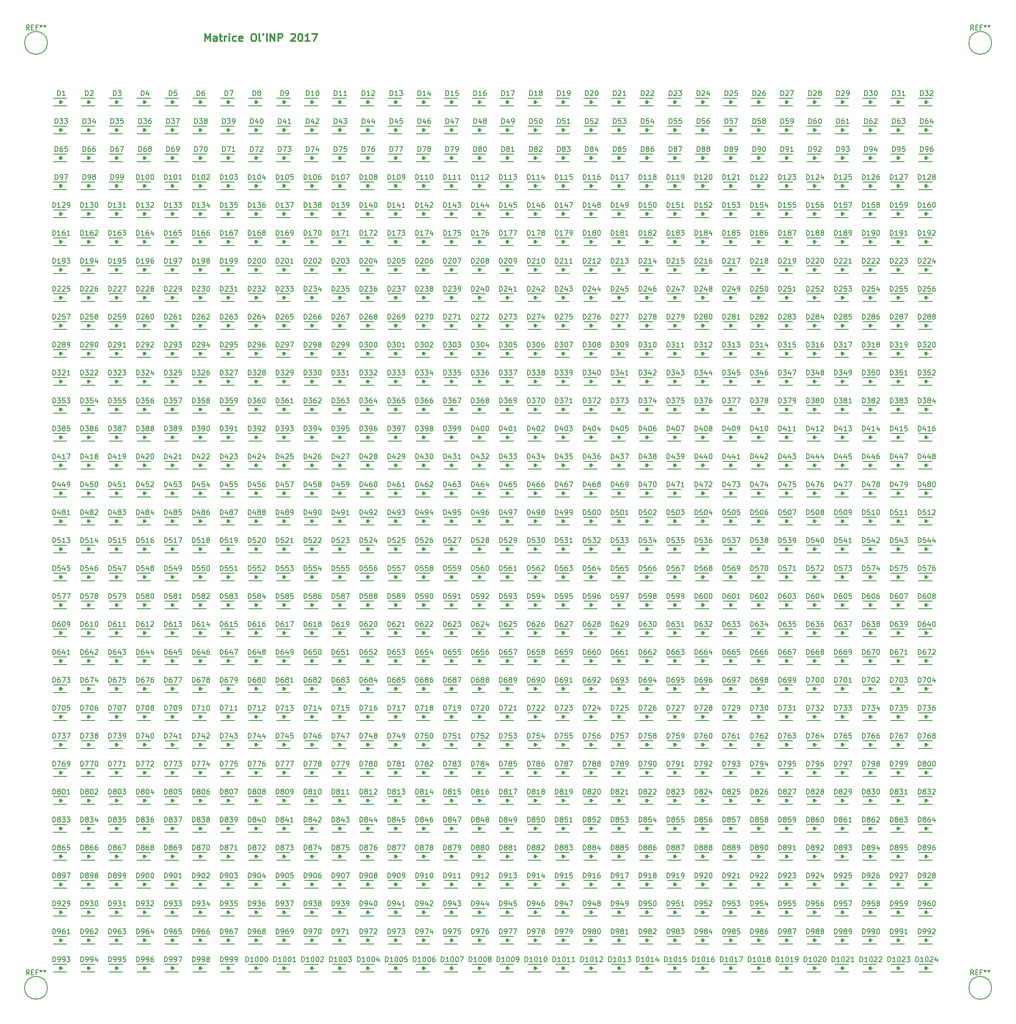
<source format=gto>
G04 #@! TF.FileFunction,Legend,Top*
%FSLAX46Y46*%
G04 Gerber Fmt 4.6, Leading zero omitted, Abs format (unit mm)*
G04 Created by KiCad (PCBNEW 4.0.2+dfsg1-stable) date dim. 24 sept. 2017 13:03:32 CEST*
%MOMM*%
G01*
G04 APERTURE LIST*
%ADD10C,0.100000*%
%ADD11C,0.300000*%
%ADD12C,0.150000*%
G04 APERTURE END LIST*
D10*
D11*
X114357144Y-40178571D02*
X114357144Y-38678571D01*
X114857144Y-39750000D01*
X115357144Y-38678571D01*
X115357144Y-40178571D01*
X116714287Y-40178571D02*
X116714287Y-39392857D01*
X116642858Y-39250000D01*
X116500001Y-39178571D01*
X116214287Y-39178571D01*
X116071430Y-39250000D01*
X116714287Y-40107143D02*
X116571430Y-40178571D01*
X116214287Y-40178571D01*
X116071430Y-40107143D01*
X116000001Y-39964286D01*
X116000001Y-39821429D01*
X116071430Y-39678571D01*
X116214287Y-39607143D01*
X116571430Y-39607143D01*
X116714287Y-39535714D01*
X117214287Y-39178571D02*
X117785716Y-39178571D01*
X117428573Y-38678571D02*
X117428573Y-39964286D01*
X117500001Y-40107143D01*
X117642859Y-40178571D01*
X117785716Y-40178571D01*
X118285716Y-40178571D02*
X118285716Y-39178571D01*
X118285716Y-39464286D02*
X118357144Y-39321429D01*
X118428573Y-39250000D01*
X118571430Y-39178571D01*
X118714287Y-39178571D01*
X119214287Y-40178571D02*
X119214287Y-39178571D01*
X119214287Y-38678571D02*
X119142858Y-38750000D01*
X119214287Y-38821429D01*
X119285715Y-38750000D01*
X119214287Y-38678571D01*
X119214287Y-38821429D01*
X120571430Y-40107143D02*
X120428573Y-40178571D01*
X120142859Y-40178571D01*
X120000001Y-40107143D01*
X119928573Y-40035714D01*
X119857144Y-39892857D01*
X119857144Y-39464286D01*
X119928573Y-39321429D01*
X120000001Y-39250000D01*
X120142859Y-39178571D01*
X120428573Y-39178571D01*
X120571430Y-39250000D01*
X121785715Y-40107143D02*
X121642858Y-40178571D01*
X121357144Y-40178571D01*
X121214287Y-40107143D01*
X121142858Y-39964286D01*
X121142858Y-39392857D01*
X121214287Y-39250000D01*
X121357144Y-39178571D01*
X121642858Y-39178571D01*
X121785715Y-39250000D01*
X121857144Y-39392857D01*
X121857144Y-39535714D01*
X121142858Y-39678571D01*
X123928572Y-38678571D02*
X124214286Y-38678571D01*
X124357144Y-38750000D01*
X124500001Y-38892857D01*
X124571429Y-39178571D01*
X124571429Y-39678571D01*
X124500001Y-39964286D01*
X124357144Y-40107143D01*
X124214286Y-40178571D01*
X123928572Y-40178571D01*
X123785715Y-40107143D01*
X123642858Y-39964286D01*
X123571429Y-39678571D01*
X123571429Y-39178571D01*
X123642858Y-38892857D01*
X123785715Y-38750000D01*
X123928572Y-38678571D01*
X125428573Y-40178571D02*
X125285715Y-40107143D01*
X125214287Y-39964286D01*
X125214287Y-38678571D01*
X126071429Y-38678571D02*
X125928572Y-38964286D01*
X126714287Y-40178571D02*
X126714287Y-38678571D01*
X127428573Y-40178571D02*
X127428573Y-38678571D01*
X128285716Y-40178571D01*
X128285716Y-38678571D01*
X129000002Y-40178571D02*
X129000002Y-38678571D01*
X129571430Y-38678571D01*
X129714288Y-38750000D01*
X129785716Y-38821429D01*
X129857145Y-38964286D01*
X129857145Y-39178571D01*
X129785716Y-39321429D01*
X129714288Y-39392857D01*
X129571430Y-39464286D01*
X129000002Y-39464286D01*
X131571430Y-38821429D02*
X131642859Y-38750000D01*
X131785716Y-38678571D01*
X132142859Y-38678571D01*
X132285716Y-38750000D01*
X132357145Y-38821429D01*
X132428573Y-38964286D01*
X132428573Y-39107143D01*
X132357145Y-39321429D01*
X131500002Y-40178571D01*
X132428573Y-40178571D01*
X133357144Y-38678571D02*
X133500001Y-38678571D01*
X133642858Y-38750000D01*
X133714287Y-38821429D01*
X133785716Y-38964286D01*
X133857144Y-39250000D01*
X133857144Y-39607143D01*
X133785716Y-39892857D01*
X133714287Y-40035714D01*
X133642858Y-40107143D01*
X133500001Y-40178571D01*
X133357144Y-40178571D01*
X133214287Y-40107143D01*
X133142858Y-40035714D01*
X133071430Y-39892857D01*
X133000001Y-39607143D01*
X133000001Y-39250000D01*
X133071430Y-38964286D01*
X133142858Y-38821429D01*
X133214287Y-38750000D01*
X133357144Y-38678571D01*
X135285715Y-40178571D02*
X134428572Y-40178571D01*
X134857144Y-40178571D02*
X134857144Y-38678571D01*
X134714287Y-38892857D01*
X134571429Y-39035714D01*
X134428572Y-39107143D01*
X135785715Y-38678571D02*
X136785715Y-38678571D01*
X136142858Y-40178571D01*
D12*
X257182000Y-226331000D02*
X259882000Y-226331000D01*
X257182000Y-224831000D02*
X259882000Y-224831000D01*
X258682000Y-225731000D02*
X258682000Y-225481000D01*
X258682000Y-225481000D02*
X258532000Y-225631000D01*
X258432000Y-225231000D02*
X258432000Y-225931000D01*
X258782000Y-225581000D02*
X259132000Y-225581000D01*
X258432000Y-225581000D02*
X258782000Y-225231000D01*
X258782000Y-225231000D02*
X258782000Y-225931000D01*
X258782000Y-225931000D02*
X258432000Y-225581000D01*
X251594000Y-226331000D02*
X254294000Y-226331000D01*
X251594000Y-224831000D02*
X254294000Y-224831000D01*
X253094000Y-225731000D02*
X253094000Y-225481000D01*
X253094000Y-225481000D02*
X252944000Y-225631000D01*
X252844000Y-225231000D02*
X252844000Y-225931000D01*
X253194000Y-225581000D02*
X253544000Y-225581000D01*
X252844000Y-225581000D02*
X253194000Y-225231000D01*
X253194000Y-225231000D02*
X253194000Y-225931000D01*
X253194000Y-225931000D02*
X252844000Y-225581000D01*
X246006000Y-226331000D02*
X248706000Y-226331000D01*
X246006000Y-224831000D02*
X248706000Y-224831000D01*
X247506000Y-225731000D02*
X247506000Y-225481000D01*
X247506000Y-225481000D02*
X247356000Y-225631000D01*
X247256000Y-225231000D02*
X247256000Y-225931000D01*
X247606000Y-225581000D02*
X247956000Y-225581000D01*
X247256000Y-225581000D02*
X247606000Y-225231000D01*
X247606000Y-225231000D02*
X247606000Y-225931000D01*
X247606000Y-225931000D02*
X247256000Y-225581000D01*
X240418000Y-226331000D02*
X243118000Y-226331000D01*
X240418000Y-224831000D02*
X243118000Y-224831000D01*
X241918000Y-225731000D02*
X241918000Y-225481000D01*
X241918000Y-225481000D02*
X241768000Y-225631000D01*
X241668000Y-225231000D02*
X241668000Y-225931000D01*
X242018000Y-225581000D02*
X242368000Y-225581000D01*
X241668000Y-225581000D02*
X242018000Y-225231000D01*
X242018000Y-225231000D02*
X242018000Y-225931000D01*
X242018000Y-225931000D02*
X241668000Y-225581000D01*
X234830000Y-226331000D02*
X237530000Y-226331000D01*
X234830000Y-224831000D02*
X237530000Y-224831000D01*
X236330000Y-225731000D02*
X236330000Y-225481000D01*
X236330000Y-225481000D02*
X236180000Y-225631000D01*
X236080000Y-225231000D02*
X236080000Y-225931000D01*
X236430000Y-225581000D02*
X236780000Y-225581000D01*
X236080000Y-225581000D02*
X236430000Y-225231000D01*
X236430000Y-225231000D02*
X236430000Y-225931000D01*
X236430000Y-225931000D02*
X236080000Y-225581000D01*
X229242000Y-226331000D02*
X231942000Y-226331000D01*
X229242000Y-224831000D02*
X231942000Y-224831000D01*
X230742000Y-225731000D02*
X230742000Y-225481000D01*
X230742000Y-225481000D02*
X230592000Y-225631000D01*
X230492000Y-225231000D02*
X230492000Y-225931000D01*
X230842000Y-225581000D02*
X231192000Y-225581000D01*
X230492000Y-225581000D02*
X230842000Y-225231000D01*
X230842000Y-225231000D02*
X230842000Y-225931000D01*
X230842000Y-225931000D02*
X230492000Y-225581000D01*
X223654000Y-226331000D02*
X226354000Y-226331000D01*
X223654000Y-224831000D02*
X226354000Y-224831000D01*
X225154000Y-225731000D02*
X225154000Y-225481000D01*
X225154000Y-225481000D02*
X225004000Y-225631000D01*
X224904000Y-225231000D02*
X224904000Y-225931000D01*
X225254000Y-225581000D02*
X225604000Y-225581000D01*
X224904000Y-225581000D02*
X225254000Y-225231000D01*
X225254000Y-225231000D02*
X225254000Y-225931000D01*
X225254000Y-225931000D02*
X224904000Y-225581000D01*
X218066000Y-226331000D02*
X220766000Y-226331000D01*
X218066000Y-224831000D02*
X220766000Y-224831000D01*
X219566000Y-225731000D02*
X219566000Y-225481000D01*
X219566000Y-225481000D02*
X219416000Y-225631000D01*
X219316000Y-225231000D02*
X219316000Y-225931000D01*
X219666000Y-225581000D02*
X220016000Y-225581000D01*
X219316000Y-225581000D02*
X219666000Y-225231000D01*
X219666000Y-225231000D02*
X219666000Y-225931000D01*
X219666000Y-225931000D02*
X219316000Y-225581000D01*
X212478000Y-226331000D02*
X215178000Y-226331000D01*
X212478000Y-224831000D02*
X215178000Y-224831000D01*
X213978000Y-225731000D02*
X213978000Y-225481000D01*
X213978000Y-225481000D02*
X213828000Y-225631000D01*
X213728000Y-225231000D02*
X213728000Y-225931000D01*
X214078000Y-225581000D02*
X214428000Y-225581000D01*
X213728000Y-225581000D02*
X214078000Y-225231000D01*
X214078000Y-225231000D02*
X214078000Y-225931000D01*
X214078000Y-225931000D02*
X213728000Y-225581000D01*
X206890000Y-226331000D02*
X209590000Y-226331000D01*
X206890000Y-224831000D02*
X209590000Y-224831000D01*
X208390000Y-225731000D02*
X208390000Y-225481000D01*
X208390000Y-225481000D02*
X208240000Y-225631000D01*
X208140000Y-225231000D02*
X208140000Y-225931000D01*
X208490000Y-225581000D02*
X208840000Y-225581000D01*
X208140000Y-225581000D02*
X208490000Y-225231000D01*
X208490000Y-225231000D02*
X208490000Y-225931000D01*
X208490000Y-225931000D02*
X208140000Y-225581000D01*
X201302000Y-226331000D02*
X204002000Y-226331000D01*
X201302000Y-224831000D02*
X204002000Y-224831000D01*
X202802000Y-225731000D02*
X202802000Y-225481000D01*
X202802000Y-225481000D02*
X202652000Y-225631000D01*
X202552000Y-225231000D02*
X202552000Y-225931000D01*
X202902000Y-225581000D02*
X203252000Y-225581000D01*
X202552000Y-225581000D02*
X202902000Y-225231000D01*
X202902000Y-225231000D02*
X202902000Y-225931000D01*
X202902000Y-225931000D02*
X202552000Y-225581000D01*
X195714000Y-226331000D02*
X198414000Y-226331000D01*
X195714000Y-224831000D02*
X198414000Y-224831000D01*
X197214000Y-225731000D02*
X197214000Y-225481000D01*
X197214000Y-225481000D02*
X197064000Y-225631000D01*
X196964000Y-225231000D02*
X196964000Y-225931000D01*
X197314000Y-225581000D02*
X197664000Y-225581000D01*
X196964000Y-225581000D02*
X197314000Y-225231000D01*
X197314000Y-225231000D02*
X197314000Y-225931000D01*
X197314000Y-225931000D02*
X196964000Y-225581000D01*
X190126000Y-226331000D02*
X192826000Y-226331000D01*
X190126000Y-224831000D02*
X192826000Y-224831000D01*
X191626000Y-225731000D02*
X191626000Y-225481000D01*
X191626000Y-225481000D02*
X191476000Y-225631000D01*
X191376000Y-225231000D02*
X191376000Y-225931000D01*
X191726000Y-225581000D02*
X192076000Y-225581000D01*
X191376000Y-225581000D02*
X191726000Y-225231000D01*
X191726000Y-225231000D02*
X191726000Y-225931000D01*
X191726000Y-225931000D02*
X191376000Y-225581000D01*
X184538000Y-226331000D02*
X187238000Y-226331000D01*
X184538000Y-224831000D02*
X187238000Y-224831000D01*
X186038000Y-225731000D02*
X186038000Y-225481000D01*
X186038000Y-225481000D02*
X185888000Y-225631000D01*
X185788000Y-225231000D02*
X185788000Y-225931000D01*
X186138000Y-225581000D02*
X186488000Y-225581000D01*
X185788000Y-225581000D02*
X186138000Y-225231000D01*
X186138000Y-225231000D02*
X186138000Y-225931000D01*
X186138000Y-225931000D02*
X185788000Y-225581000D01*
X178950000Y-226331000D02*
X181650000Y-226331000D01*
X178950000Y-224831000D02*
X181650000Y-224831000D01*
X180450000Y-225731000D02*
X180450000Y-225481000D01*
X180450000Y-225481000D02*
X180300000Y-225631000D01*
X180200000Y-225231000D02*
X180200000Y-225931000D01*
X180550000Y-225581000D02*
X180900000Y-225581000D01*
X180200000Y-225581000D02*
X180550000Y-225231000D01*
X180550000Y-225231000D02*
X180550000Y-225931000D01*
X180550000Y-225931000D02*
X180200000Y-225581000D01*
X173362000Y-226331000D02*
X176062000Y-226331000D01*
X173362000Y-224831000D02*
X176062000Y-224831000D01*
X174862000Y-225731000D02*
X174862000Y-225481000D01*
X174862000Y-225481000D02*
X174712000Y-225631000D01*
X174612000Y-225231000D02*
X174612000Y-225931000D01*
X174962000Y-225581000D02*
X175312000Y-225581000D01*
X174612000Y-225581000D02*
X174962000Y-225231000D01*
X174962000Y-225231000D02*
X174962000Y-225931000D01*
X174962000Y-225931000D02*
X174612000Y-225581000D01*
X167774000Y-226331000D02*
X170474000Y-226331000D01*
X167774000Y-224831000D02*
X170474000Y-224831000D01*
X169274000Y-225731000D02*
X169274000Y-225481000D01*
X169274000Y-225481000D02*
X169124000Y-225631000D01*
X169024000Y-225231000D02*
X169024000Y-225931000D01*
X169374000Y-225581000D02*
X169724000Y-225581000D01*
X169024000Y-225581000D02*
X169374000Y-225231000D01*
X169374000Y-225231000D02*
X169374000Y-225931000D01*
X169374000Y-225931000D02*
X169024000Y-225581000D01*
X162186000Y-226331000D02*
X164886000Y-226331000D01*
X162186000Y-224831000D02*
X164886000Y-224831000D01*
X163686000Y-225731000D02*
X163686000Y-225481000D01*
X163686000Y-225481000D02*
X163536000Y-225631000D01*
X163436000Y-225231000D02*
X163436000Y-225931000D01*
X163786000Y-225581000D02*
X164136000Y-225581000D01*
X163436000Y-225581000D02*
X163786000Y-225231000D01*
X163786000Y-225231000D02*
X163786000Y-225931000D01*
X163786000Y-225931000D02*
X163436000Y-225581000D01*
X156598000Y-226331000D02*
X159298000Y-226331000D01*
X156598000Y-224831000D02*
X159298000Y-224831000D01*
X158098000Y-225731000D02*
X158098000Y-225481000D01*
X158098000Y-225481000D02*
X157948000Y-225631000D01*
X157848000Y-225231000D02*
X157848000Y-225931000D01*
X158198000Y-225581000D02*
X158548000Y-225581000D01*
X157848000Y-225581000D02*
X158198000Y-225231000D01*
X158198000Y-225231000D02*
X158198000Y-225931000D01*
X158198000Y-225931000D02*
X157848000Y-225581000D01*
X151010000Y-226331000D02*
X153710000Y-226331000D01*
X151010000Y-224831000D02*
X153710000Y-224831000D01*
X152510000Y-225731000D02*
X152510000Y-225481000D01*
X152510000Y-225481000D02*
X152360000Y-225631000D01*
X152260000Y-225231000D02*
X152260000Y-225931000D01*
X152610000Y-225581000D02*
X152960000Y-225581000D01*
X152260000Y-225581000D02*
X152610000Y-225231000D01*
X152610000Y-225231000D02*
X152610000Y-225931000D01*
X152610000Y-225931000D02*
X152260000Y-225581000D01*
X145422000Y-226331000D02*
X148122000Y-226331000D01*
X145422000Y-224831000D02*
X148122000Y-224831000D01*
X146922000Y-225731000D02*
X146922000Y-225481000D01*
X146922000Y-225481000D02*
X146772000Y-225631000D01*
X146672000Y-225231000D02*
X146672000Y-225931000D01*
X147022000Y-225581000D02*
X147372000Y-225581000D01*
X146672000Y-225581000D02*
X147022000Y-225231000D01*
X147022000Y-225231000D02*
X147022000Y-225931000D01*
X147022000Y-225931000D02*
X146672000Y-225581000D01*
X139834000Y-226331000D02*
X142534000Y-226331000D01*
X139834000Y-224831000D02*
X142534000Y-224831000D01*
X141334000Y-225731000D02*
X141334000Y-225481000D01*
X141334000Y-225481000D02*
X141184000Y-225631000D01*
X141084000Y-225231000D02*
X141084000Y-225931000D01*
X141434000Y-225581000D02*
X141784000Y-225581000D01*
X141084000Y-225581000D02*
X141434000Y-225231000D01*
X141434000Y-225231000D02*
X141434000Y-225931000D01*
X141434000Y-225931000D02*
X141084000Y-225581000D01*
X134246000Y-226331000D02*
X136946000Y-226331000D01*
X134246000Y-224831000D02*
X136946000Y-224831000D01*
X135746000Y-225731000D02*
X135746000Y-225481000D01*
X135746000Y-225481000D02*
X135596000Y-225631000D01*
X135496000Y-225231000D02*
X135496000Y-225931000D01*
X135846000Y-225581000D02*
X136196000Y-225581000D01*
X135496000Y-225581000D02*
X135846000Y-225231000D01*
X135846000Y-225231000D02*
X135846000Y-225931000D01*
X135846000Y-225931000D02*
X135496000Y-225581000D01*
X128658000Y-226331000D02*
X131358000Y-226331000D01*
X128658000Y-224831000D02*
X131358000Y-224831000D01*
X130158000Y-225731000D02*
X130158000Y-225481000D01*
X130158000Y-225481000D02*
X130008000Y-225631000D01*
X129908000Y-225231000D02*
X129908000Y-225931000D01*
X130258000Y-225581000D02*
X130608000Y-225581000D01*
X129908000Y-225581000D02*
X130258000Y-225231000D01*
X130258000Y-225231000D02*
X130258000Y-225931000D01*
X130258000Y-225931000D02*
X129908000Y-225581000D01*
X123070000Y-226331000D02*
X125770000Y-226331000D01*
X123070000Y-224831000D02*
X125770000Y-224831000D01*
X124570000Y-225731000D02*
X124570000Y-225481000D01*
X124570000Y-225481000D02*
X124420000Y-225631000D01*
X124320000Y-225231000D02*
X124320000Y-225931000D01*
X124670000Y-225581000D02*
X125020000Y-225581000D01*
X124320000Y-225581000D02*
X124670000Y-225231000D01*
X124670000Y-225231000D02*
X124670000Y-225931000D01*
X124670000Y-225931000D02*
X124320000Y-225581000D01*
X117482000Y-226331000D02*
X120182000Y-226331000D01*
X117482000Y-224831000D02*
X120182000Y-224831000D01*
X118982000Y-225731000D02*
X118982000Y-225481000D01*
X118982000Y-225481000D02*
X118832000Y-225631000D01*
X118732000Y-225231000D02*
X118732000Y-225931000D01*
X119082000Y-225581000D02*
X119432000Y-225581000D01*
X118732000Y-225581000D02*
X119082000Y-225231000D01*
X119082000Y-225231000D02*
X119082000Y-225931000D01*
X119082000Y-225931000D02*
X118732000Y-225581000D01*
X111894000Y-226331000D02*
X114594000Y-226331000D01*
X111894000Y-224831000D02*
X114594000Y-224831000D01*
X113394000Y-225731000D02*
X113394000Y-225481000D01*
X113394000Y-225481000D02*
X113244000Y-225631000D01*
X113144000Y-225231000D02*
X113144000Y-225931000D01*
X113494000Y-225581000D02*
X113844000Y-225581000D01*
X113144000Y-225581000D02*
X113494000Y-225231000D01*
X113494000Y-225231000D02*
X113494000Y-225931000D01*
X113494000Y-225931000D02*
X113144000Y-225581000D01*
X106306000Y-226331000D02*
X109006000Y-226331000D01*
X106306000Y-224831000D02*
X109006000Y-224831000D01*
X107806000Y-225731000D02*
X107806000Y-225481000D01*
X107806000Y-225481000D02*
X107656000Y-225631000D01*
X107556000Y-225231000D02*
X107556000Y-225931000D01*
X107906000Y-225581000D02*
X108256000Y-225581000D01*
X107556000Y-225581000D02*
X107906000Y-225231000D01*
X107906000Y-225231000D02*
X107906000Y-225931000D01*
X107906000Y-225931000D02*
X107556000Y-225581000D01*
X100718000Y-226331000D02*
X103418000Y-226331000D01*
X100718000Y-224831000D02*
X103418000Y-224831000D01*
X102218000Y-225731000D02*
X102218000Y-225481000D01*
X102218000Y-225481000D02*
X102068000Y-225631000D01*
X101968000Y-225231000D02*
X101968000Y-225931000D01*
X102318000Y-225581000D02*
X102668000Y-225581000D01*
X101968000Y-225581000D02*
X102318000Y-225231000D01*
X102318000Y-225231000D02*
X102318000Y-225931000D01*
X102318000Y-225931000D02*
X101968000Y-225581000D01*
X95130000Y-226331000D02*
X97830000Y-226331000D01*
X95130000Y-224831000D02*
X97830000Y-224831000D01*
X96630000Y-225731000D02*
X96630000Y-225481000D01*
X96630000Y-225481000D02*
X96480000Y-225631000D01*
X96380000Y-225231000D02*
X96380000Y-225931000D01*
X96730000Y-225581000D02*
X97080000Y-225581000D01*
X96380000Y-225581000D02*
X96730000Y-225231000D01*
X96730000Y-225231000D02*
X96730000Y-225931000D01*
X96730000Y-225931000D02*
X96380000Y-225581000D01*
X89542000Y-226331000D02*
X92242000Y-226331000D01*
X89542000Y-224831000D02*
X92242000Y-224831000D01*
X91042000Y-225731000D02*
X91042000Y-225481000D01*
X91042000Y-225481000D02*
X90892000Y-225631000D01*
X90792000Y-225231000D02*
X90792000Y-225931000D01*
X91142000Y-225581000D02*
X91492000Y-225581000D01*
X90792000Y-225581000D02*
X91142000Y-225231000D01*
X91142000Y-225231000D02*
X91142000Y-225931000D01*
X91142000Y-225931000D02*
X90792000Y-225581000D01*
X83954000Y-226331000D02*
X86654000Y-226331000D01*
X83954000Y-224831000D02*
X86654000Y-224831000D01*
X85454000Y-225731000D02*
X85454000Y-225481000D01*
X85454000Y-225481000D02*
X85304000Y-225631000D01*
X85204000Y-225231000D02*
X85204000Y-225931000D01*
X85554000Y-225581000D02*
X85904000Y-225581000D01*
X85204000Y-225581000D02*
X85554000Y-225231000D01*
X85554000Y-225231000D02*
X85554000Y-225931000D01*
X85554000Y-225931000D02*
X85204000Y-225581000D01*
X257182000Y-220743000D02*
X259882000Y-220743000D01*
X257182000Y-219243000D02*
X259882000Y-219243000D01*
X258682000Y-220143000D02*
X258682000Y-219893000D01*
X258682000Y-219893000D02*
X258532000Y-220043000D01*
X258432000Y-219643000D02*
X258432000Y-220343000D01*
X258782000Y-219993000D02*
X259132000Y-219993000D01*
X258432000Y-219993000D02*
X258782000Y-219643000D01*
X258782000Y-219643000D02*
X258782000Y-220343000D01*
X258782000Y-220343000D02*
X258432000Y-219993000D01*
X251594000Y-220743000D02*
X254294000Y-220743000D01*
X251594000Y-219243000D02*
X254294000Y-219243000D01*
X253094000Y-220143000D02*
X253094000Y-219893000D01*
X253094000Y-219893000D02*
X252944000Y-220043000D01*
X252844000Y-219643000D02*
X252844000Y-220343000D01*
X253194000Y-219993000D02*
X253544000Y-219993000D01*
X252844000Y-219993000D02*
X253194000Y-219643000D01*
X253194000Y-219643000D02*
X253194000Y-220343000D01*
X253194000Y-220343000D02*
X252844000Y-219993000D01*
X246006000Y-220743000D02*
X248706000Y-220743000D01*
X246006000Y-219243000D02*
X248706000Y-219243000D01*
X247506000Y-220143000D02*
X247506000Y-219893000D01*
X247506000Y-219893000D02*
X247356000Y-220043000D01*
X247256000Y-219643000D02*
X247256000Y-220343000D01*
X247606000Y-219993000D02*
X247956000Y-219993000D01*
X247256000Y-219993000D02*
X247606000Y-219643000D01*
X247606000Y-219643000D02*
X247606000Y-220343000D01*
X247606000Y-220343000D02*
X247256000Y-219993000D01*
X240418000Y-220743000D02*
X243118000Y-220743000D01*
X240418000Y-219243000D02*
X243118000Y-219243000D01*
X241918000Y-220143000D02*
X241918000Y-219893000D01*
X241918000Y-219893000D02*
X241768000Y-220043000D01*
X241668000Y-219643000D02*
X241668000Y-220343000D01*
X242018000Y-219993000D02*
X242368000Y-219993000D01*
X241668000Y-219993000D02*
X242018000Y-219643000D01*
X242018000Y-219643000D02*
X242018000Y-220343000D01*
X242018000Y-220343000D02*
X241668000Y-219993000D01*
X234830000Y-220743000D02*
X237530000Y-220743000D01*
X234830000Y-219243000D02*
X237530000Y-219243000D01*
X236330000Y-220143000D02*
X236330000Y-219893000D01*
X236330000Y-219893000D02*
X236180000Y-220043000D01*
X236080000Y-219643000D02*
X236080000Y-220343000D01*
X236430000Y-219993000D02*
X236780000Y-219993000D01*
X236080000Y-219993000D02*
X236430000Y-219643000D01*
X236430000Y-219643000D02*
X236430000Y-220343000D01*
X236430000Y-220343000D02*
X236080000Y-219993000D01*
X229242000Y-220743000D02*
X231942000Y-220743000D01*
X229242000Y-219243000D02*
X231942000Y-219243000D01*
X230742000Y-220143000D02*
X230742000Y-219893000D01*
X230742000Y-219893000D02*
X230592000Y-220043000D01*
X230492000Y-219643000D02*
X230492000Y-220343000D01*
X230842000Y-219993000D02*
X231192000Y-219993000D01*
X230492000Y-219993000D02*
X230842000Y-219643000D01*
X230842000Y-219643000D02*
X230842000Y-220343000D01*
X230842000Y-220343000D02*
X230492000Y-219993000D01*
X223654000Y-220743000D02*
X226354000Y-220743000D01*
X223654000Y-219243000D02*
X226354000Y-219243000D01*
X225154000Y-220143000D02*
X225154000Y-219893000D01*
X225154000Y-219893000D02*
X225004000Y-220043000D01*
X224904000Y-219643000D02*
X224904000Y-220343000D01*
X225254000Y-219993000D02*
X225604000Y-219993000D01*
X224904000Y-219993000D02*
X225254000Y-219643000D01*
X225254000Y-219643000D02*
X225254000Y-220343000D01*
X225254000Y-220343000D02*
X224904000Y-219993000D01*
X218066000Y-220743000D02*
X220766000Y-220743000D01*
X218066000Y-219243000D02*
X220766000Y-219243000D01*
X219566000Y-220143000D02*
X219566000Y-219893000D01*
X219566000Y-219893000D02*
X219416000Y-220043000D01*
X219316000Y-219643000D02*
X219316000Y-220343000D01*
X219666000Y-219993000D02*
X220016000Y-219993000D01*
X219316000Y-219993000D02*
X219666000Y-219643000D01*
X219666000Y-219643000D02*
X219666000Y-220343000D01*
X219666000Y-220343000D02*
X219316000Y-219993000D01*
X212478000Y-220743000D02*
X215178000Y-220743000D01*
X212478000Y-219243000D02*
X215178000Y-219243000D01*
X213978000Y-220143000D02*
X213978000Y-219893000D01*
X213978000Y-219893000D02*
X213828000Y-220043000D01*
X213728000Y-219643000D02*
X213728000Y-220343000D01*
X214078000Y-219993000D02*
X214428000Y-219993000D01*
X213728000Y-219993000D02*
X214078000Y-219643000D01*
X214078000Y-219643000D02*
X214078000Y-220343000D01*
X214078000Y-220343000D02*
X213728000Y-219993000D01*
X206890000Y-220743000D02*
X209590000Y-220743000D01*
X206890000Y-219243000D02*
X209590000Y-219243000D01*
X208390000Y-220143000D02*
X208390000Y-219893000D01*
X208390000Y-219893000D02*
X208240000Y-220043000D01*
X208140000Y-219643000D02*
X208140000Y-220343000D01*
X208490000Y-219993000D02*
X208840000Y-219993000D01*
X208140000Y-219993000D02*
X208490000Y-219643000D01*
X208490000Y-219643000D02*
X208490000Y-220343000D01*
X208490000Y-220343000D02*
X208140000Y-219993000D01*
X201302000Y-220743000D02*
X204002000Y-220743000D01*
X201302000Y-219243000D02*
X204002000Y-219243000D01*
X202802000Y-220143000D02*
X202802000Y-219893000D01*
X202802000Y-219893000D02*
X202652000Y-220043000D01*
X202552000Y-219643000D02*
X202552000Y-220343000D01*
X202902000Y-219993000D02*
X203252000Y-219993000D01*
X202552000Y-219993000D02*
X202902000Y-219643000D01*
X202902000Y-219643000D02*
X202902000Y-220343000D01*
X202902000Y-220343000D02*
X202552000Y-219993000D01*
X195714000Y-220743000D02*
X198414000Y-220743000D01*
X195714000Y-219243000D02*
X198414000Y-219243000D01*
X197214000Y-220143000D02*
X197214000Y-219893000D01*
X197214000Y-219893000D02*
X197064000Y-220043000D01*
X196964000Y-219643000D02*
X196964000Y-220343000D01*
X197314000Y-219993000D02*
X197664000Y-219993000D01*
X196964000Y-219993000D02*
X197314000Y-219643000D01*
X197314000Y-219643000D02*
X197314000Y-220343000D01*
X197314000Y-220343000D02*
X196964000Y-219993000D01*
X190126000Y-220743000D02*
X192826000Y-220743000D01*
X190126000Y-219243000D02*
X192826000Y-219243000D01*
X191626000Y-220143000D02*
X191626000Y-219893000D01*
X191626000Y-219893000D02*
X191476000Y-220043000D01*
X191376000Y-219643000D02*
X191376000Y-220343000D01*
X191726000Y-219993000D02*
X192076000Y-219993000D01*
X191376000Y-219993000D02*
X191726000Y-219643000D01*
X191726000Y-219643000D02*
X191726000Y-220343000D01*
X191726000Y-220343000D02*
X191376000Y-219993000D01*
X184538000Y-220743000D02*
X187238000Y-220743000D01*
X184538000Y-219243000D02*
X187238000Y-219243000D01*
X186038000Y-220143000D02*
X186038000Y-219893000D01*
X186038000Y-219893000D02*
X185888000Y-220043000D01*
X185788000Y-219643000D02*
X185788000Y-220343000D01*
X186138000Y-219993000D02*
X186488000Y-219993000D01*
X185788000Y-219993000D02*
X186138000Y-219643000D01*
X186138000Y-219643000D02*
X186138000Y-220343000D01*
X186138000Y-220343000D02*
X185788000Y-219993000D01*
X178950000Y-220743000D02*
X181650000Y-220743000D01*
X178950000Y-219243000D02*
X181650000Y-219243000D01*
X180450000Y-220143000D02*
X180450000Y-219893000D01*
X180450000Y-219893000D02*
X180300000Y-220043000D01*
X180200000Y-219643000D02*
X180200000Y-220343000D01*
X180550000Y-219993000D02*
X180900000Y-219993000D01*
X180200000Y-219993000D02*
X180550000Y-219643000D01*
X180550000Y-219643000D02*
X180550000Y-220343000D01*
X180550000Y-220343000D02*
X180200000Y-219993000D01*
X173362000Y-220743000D02*
X176062000Y-220743000D01*
X173362000Y-219243000D02*
X176062000Y-219243000D01*
X174862000Y-220143000D02*
X174862000Y-219893000D01*
X174862000Y-219893000D02*
X174712000Y-220043000D01*
X174612000Y-219643000D02*
X174612000Y-220343000D01*
X174962000Y-219993000D02*
X175312000Y-219993000D01*
X174612000Y-219993000D02*
X174962000Y-219643000D01*
X174962000Y-219643000D02*
X174962000Y-220343000D01*
X174962000Y-220343000D02*
X174612000Y-219993000D01*
X167774000Y-220743000D02*
X170474000Y-220743000D01*
X167774000Y-219243000D02*
X170474000Y-219243000D01*
X169274000Y-220143000D02*
X169274000Y-219893000D01*
X169274000Y-219893000D02*
X169124000Y-220043000D01*
X169024000Y-219643000D02*
X169024000Y-220343000D01*
X169374000Y-219993000D02*
X169724000Y-219993000D01*
X169024000Y-219993000D02*
X169374000Y-219643000D01*
X169374000Y-219643000D02*
X169374000Y-220343000D01*
X169374000Y-220343000D02*
X169024000Y-219993000D01*
X162186000Y-220743000D02*
X164886000Y-220743000D01*
X162186000Y-219243000D02*
X164886000Y-219243000D01*
X163686000Y-220143000D02*
X163686000Y-219893000D01*
X163686000Y-219893000D02*
X163536000Y-220043000D01*
X163436000Y-219643000D02*
X163436000Y-220343000D01*
X163786000Y-219993000D02*
X164136000Y-219993000D01*
X163436000Y-219993000D02*
X163786000Y-219643000D01*
X163786000Y-219643000D02*
X163786000Y-220343000D01*
X163786000Y-220343000D02*
X163436000Y-219993000D01*
X156598000Y-220743000D02*
X159298000Y-220743000D01*
X156598000Y-219243000D02*
X159298000Y-219243000D01*
X158098000Y-220143000D02*
X158098000Y-219893000D01*
X158098000Y-219893000D02*
X157948000Y-220043000D01*
X157848000Y-219643000D02*
X157848000Y-220343000D01*
X158198000Y-219993000D02*
X158548000Y-219993000D01*
X157848000Y-219993000D02*
X158198000Y-219643000D01*
X158198000Y-219643000D02*
X158198000Y-220343000D01*
X158198000Y-220343000D02*
X157848000Y-219993000D01*
X151010000Y-220743000D02*
X153710000Y-220743000D01*
X151010000Y-219243000D02*
X153710000Y-219243000D01*
X152510000Y-220143000D02*
X152510000Y-219893000D01*
X152510000Y-219893000D02*
X152360000Y-220043000D01*
X152260000Y-219643000D02*
X152260000Y-220343000D01*
X152610000Y-219993000D02*
X152960000Y-219993000D01*
X152260000Y-219993000D02*
X152610000Y-219643000D01*
X152610000Y-219643000D02*
X152610000Y-220343000D01*
X152610000Y-220343000D02*
X152260000Y-219993000D01*
X145422000Y-220743000D02*
X148122000Y-220743000D01*
X145422000Y-219243000D02*
X148122000Y-219243000D01*
X146922000Y-220143000D02*
X146922000Y-219893000D01*
X146922000Y-219893000D02*
X146772000Y-220043000D01*
X146672000Y-219643000D02*
X146672000Y-220343000D01*
X147022000Y-219993000D02*
X147372000Y-219993000D01*
X146672000Y-219993000D02*
X147022000Y-219643000D01*
X147022000Y-219643000D02*
X147022000Y-220343000D01*
X147022000Y-220343000D02*
X146672000Y-219993000D01*
X139834000Y-220743000D02*
X142534000Y-220743000D01*
X139834000Y-219243000D02*
X142534000Y-219243000D01*
X141334000Y-220143000D02*
X141334000Y-219893000D01*
X141334000Y-219893000D02*
X141184000Y-220043000D01*
X141084000Y-219643000D02*
X141084000Y-220343000D01*
X141434000Y-219993000D02*
X141784000Y-219993000D01*
X141084000Y-219993000D02*
X141434000Y-219643000D01*
X141434000Y-219643000D02*
X141434000Y-220343000D01*
X141434000Y-220343000D02*
X141084000Y-219993000D01*
X134246000Y-220743000D02*
X136946000Y-220743000D01*
X134246000Y-219243000D02*
X136946000Y-219243000D01*
X135746000Y-220143000D02*
X135746000Y-219893000D01*
X135746000Y-219893000D02*
X135596000Y-220043000D01*
X135496000Y-219643000D02*
X135496000Y-220343000D01*
X135846000Y-219993000D02*
X136196000Y-219993000D01*
X135496000Y-219993000D02*
X135846000Y-219643000D01*
X135846000Y-219643000D02*
X135846000Y-220343000D01*
X135846000Y-220343000D02*
X135496000Y-219993000D01*
X128658000Y-220743000D02*
X131358000Y-220743000D01*
X128658000Y-219243000D02*
X131358000Y-219243000D01*
X130158000Y-220143000D02*
X130158000Y-219893000D01*
X130158000Y-219893000D02*
X130008000Y-220043000D01*
X129908000Y-219643000D02*
X129908000Y-220343000D01*
X130258000Y-219993000D02*
X130608000Y-219993000D01*
X129908000Y-219993000D02*
X130258000Y-219643000D01*
X130258000Y-219643000D02*
X130258000Y-220343000D01*
X130258000Y-220343000D02*
X129908000Y-219993000D01*
X123070000Y-220743000D02*
X125770000Y-220743000D01*
X123070000Y-219243000D02*
X125770000Y-219243000D01*
X124570000Y-220143000D02*
X124570000Y-219893000D01*
X124570000Y-219893000D02*
X124420000Y-220043000D01*
X124320000Y-219643000D02*
X124320000Y-220343000D01*
X124670000Y-219993000D02*
X125020000Y-219993000D01*
X124320000Y-219993000D02*
X124670000Y-219643000D01*
X124670000Y-219643000D02*
X124670000Y-220343000D01*
X124670000Y-220343000D02*
X124320000Y-219993000D01*
X117482000Y-220743000D02*
X120182000Y-220743000D01*
X117482000Y-219243000D02*
X120182000Y-219243000D01*
X118982000Y-220143000D02*
X118982000Y-219893000D01*
X118982000Y-219893000D02*
X118832000Y-220043000D01*
X118732000Y-219643000D02*
X118732000Y-220343000D01*
X119082000Y-219993000D02*
X119432000Y-219993000D01*
X118732000Y-219993000D02*
X119082000Y-219643000D01*
X119082000Y-219643000D02*
X119082000Y-220343000D01*
X119082000Y-220343000D02*
X118732000Y-219993000D01*
X111894000Y-220743000D02*
X114594000Y-220743000D01*
X111894000Y-219243000D02*
X114594000Y-219243000D01*
X113394000Y-220143000D02*
X113394000Y-219893000D01*
X113394000Y-219893000D02*
X113244000Y-220043000D01*
X113144000Y-219643000D02*
X113144000Y-220343000D01*
X113494000Y-219993000D02*
X113844000Y-219993000D01*
X113144000Y-219993000D02*
X113494000Y-219643000D01*
X113494000Y-219643000D02*
X113494000Y-220343000D01*
X113494000Y-220343000D02*
X113144000Y-219993000D01*
X106306000Y-220743000D02*
X109006000Y-220743000D01*
X106306000Y-219243000D02*
X109006000Y-219243000D01*
X107806000Y-220143000D02*
X107806000Y-219893000D01*
X107806000Y-219893000D02*
X107656000Y-220043000D01*
X107556000Y-219643000D02*
X107556000Y-220343000D01*
X107906000Y-219993000D02*
X108256000Y-219993000D01*
X107556000Y-219993000D02*
X107906000Y-219643000D01*
X107906000Y-219643000D02*
X107906000Y-220343000D01*
X107906000Y-220343000D02*
X107556000Y-219993000D01*
X100718000Y-220743000D02*
X103418000Y-220743000D01*
X100718000Y-219243000D02*
X103418000Y-219243000D01*
X102218000Y-220143000D02*
X102218000Y-219893000D01*
X102218000Y-219893000D02*
X102068000Y-220043000D01*
X101968000Y-219643000D02*
X101968000Y-220343000D01*
X102318000Y-219993000D02*
X102668000Y-219993000D01*
X101968000Y-219993000D02*
X102318000Y-219643000D01*
X102318000Y-219643000D02*
X102318000Y-220343000D01*
X102318000Y-220343000D02*
X101968000Y-219993000D01*
X95130000Y-220743000D02*
X97830000Y-220743000D01*
X95130000Y-219243000D02*
X97830000Y-219243000D01*
X96630000Y-220143000D02*
X96630000Y-219893000D01*
X96630000Y-219893000D02*
X96480000Y-220043000D01*
X96380000Y-219643000D02*
X96380000Y-220343000D01*
X96730000Y-219993000D02*
X97080000Y-219993000D01*
X96380000Y-219993000D02*
X96730000Y-219643000D01*
X96730000Y-219643000D02*
X96730000Y-220343000D01*
X96730000Y-220343000D02*
X96380000Y-219993000D01*
X89542000Y-220743000D02*
X92242000Y-220743000D01*
X89542000Y-219243000D02*
X92242000Y-219243000D01*
X91042000Y-220143000D02*
X91042000Y-219893000D01*
X91042000Y-219893000D02*
X90892000Y-220043000D01*
X90792000Y-219643000D02*
X90792000Y-220343000D01*
X91142000Y-219993000D02*
X91492000Y-219993000D01*
X90792000Y-219993000D02*
X91142000Y-219643000D01*
X91142000Y-219643000D02*
X91142000Y-220343000D01*
X91142000Y-220343000D02*
X90792000Y-219993000D01*
X83954000Y-220743000D02*
X86654000Y-220743000D01*
X83954000Y-219243000D02*
X86654000Y-219243000D01*
X85454000Y-220143000D02*
X85454000Y-219893000D01*
X85454000Y-219893000D02*
X85304000Y-220043000D01*
X85204000Y-219643000D02*
X85204000Y-220343000D01*
X85554000Y-219993000D02*
X85904000Y-219993000D01*
X85204000Y-219993000D02*
X85554000Y-219643000D01*
X85554000Y-219643000D02*
X85554000Y-220343000D01*
X85554000Y-220343000D02*
X85204000Y-219993000D01*
X257182000Y-215155000D02*
X259882000Y-215155000D01*
X257182000Y-213655000D02*
X259882000Y-213655000D01*
X258682000Y-214555000D02*
X258682000Y-214305000D01*
X258682000Y-214305000D02*
X258532000Y-214455000D01*
X258432000Y-214055000D02*
X258432000Y-214755000D01*
X258782000Y-214405000D02*
X259132000Y-214405000D01*
X258432000Y-214405000D02*
X258782000Y-214055000D01*
X258782000Y-214055000D02*
X258782000Y-214755000D01*
X258782000Y-214755000D02*
X258432000Y-214405000D01*
X251594000Y-215155000D02*
X254294000Y-215155000D01*
X251594000Y-213655000D02*
X254294000Y-213655000D01*
X253094000Y-214555000D02*
X253094000Y-214305000D01*
X253094000Y-214305000D02*
X252944000Y-214455000D01*
X252844000Y-214055000D02*
X252844000Y-214755000D01*
X253194000Y-214405000D02*
X253544000Y-214405000D01*
X252844000Y-214405000D02*
X253194000Y-214055000D01*
X253194000Y-214055000D02*
X253194000Y-214755000D01*
X253194000Y-214755000D02*
X252844000Y-214405000D01*
X246006000Y-215155000D02*
X248706000Y-215155000D01*
X246006000Y-213655000D02*
X248706000Y-213655000D01*
X247506000Y-214555000D02*
X247506000Y-214305000D01*
X247506000Y-214305000D02*
X247356000Y-214455000D01*
X247256000Y-214055000D02*
X247256000Y-214755000D01*
X247606000Y-214405000D02*
X247956000Y-214405000D01*
X247256000Y-214405000D02*
X247606000Y-214055000D01*
X247606000Y-214055000D02*
X247606000Y-214755000D01*
X247606000Y-214755000D02*
X247256000Y-214405000D01*
X240418000Y-215155000D02*
X243118000Y-215155000D01*
X240418000Y-213655000D02*
X243118000Y-213655000D01*
X241918000Y-214555000D02*
X241918000Y-214305000D01*
X241918000Y-214305000D02*
X241768000Y-214455000D01*
X241668000Y-214055000D02*
X241668000Y-214755000D01*
X242018000Y-214405000D02*
X242368000Y-214405000D01*
X241668000Y-214405000D02*
X242018000Y-214055000D01*
X242018000Y-214055000D02*
X242018000Y-214755000D01*
X242018000Y-214755000D02*
X241668000Y-214405000D01*
X234830000Y-215155000D02*
X237530000Y-215155000D01*
X234830000Y-213655000D02*
X237530000Y-213655000D01*
X236330000Y-214555000D02*
X236330000Y-214305000D01*
X236330000Y-214305000D02*
X236180000Y-214455000D01*
X236080000Y-214055000D02*
X236080000Y-214755000D01*
X236430000Y-214405000D02*
X236780000Y-214405000D01*
X236080000Y-214405000D02*
X236430000Y-214055000D01*
X236430000Y-214055000D02*
X236430000Y-214755000D01*
X236430000Y-214755000D02*
X236080000Y-214405000D01*
X229242000Y-215155000D02*
X231942000Y-215155000D01*
X229242000Y-213655000D02*
X231942000Y-213655000D01*
X230742000Y-214555000D02*
X230742000Y-214305000D01*
X230742000Y-214305000D02*
X230592000Y-214455000D01*
X230492000Y-214055000D02*
X230492000Y-214755000D01*
X230842000Y-214405000D02*
X231192000Y-214405000D01*
X230492000Y-214405000D02*
X230842000Y-214055000D01*
X230842000Y-214055000D02*
X230842000Y-214755000D01*
X230842000Y-214755000D02*
X230492000Y-214405000D01*
X223654000Y-215155000D02*
X226354000Y-215155000D01*
X223654000Y-213655000D02*
X226354000Y-213655000D01*
X225154000Y-214555000D02*
X225154000Y-214305000D01*
X225154000Y-214305000D02*
X225004000Y-214455000D01*
X224904000Y-214055000D02*
X224904000Y-214755000D01*
X225254000Y-214405000D02*
X225604000Y-214405000D01*
X224904000Y-214405000D02*
X225254000Y-214055000D01*
X225254000Y-214055000D02*
X225254000Y-214755000D01*
X225254000Y-214755000D02*
X224904000Y-214405000D01*
X218066000Y-215155000D02*
X220766000Y-215155000D01*
X218066000Y-213655000D02*
X220766000Y-213655000D01*
X219566000Y-214555000D02*
X219566000Y-214305000D01*
X219566000Y-214305000D02*
X219416000Y-214455000D01*
X219316000Y-214055000D02*
X219316000Y-214755000D01*
X219666000Y-214405000D02*
X220016000Y-214405000D01*
X219316000Y-214405000D02*
X219666000Y-214055000D01*
X219666000Y-214055000D02*
X219666000Y-214755000D01*
X219666000Y-214755000D02*
X219316000Y-214405000D01*
X212478000Y-215155000D02*
X215178000Y-215155000D01*
X212478000Y-213655000D02*
X215178000Y-213655000D01*
X213978000Y-214555000D02*
X213978000Y-214305000D01*
X213978000Y-214305000D02*
X213828000Y-214455000D01*
X213728000Y-214055000D02*
X213728000Y-214755000D01*
X214078000Y-214405000D02*
X214428000Y-214405000D01*
X213728000Y-214405000D02*
X214078000Y-214055000D01*
X214078000Y-214055000D02*
X214078000Y-214755000D01*
X214078000Y-214755000D02*
X213728000Y-214405000D01*
X206890000Y-215155000D02*
X209590000Y-215155000D01*
X206890000Y-213655000D02*
X209590000Y-213655000D01*
X208390000Y-214555000D02*
X208390000Y-214305000D01*
X208390000Y-214305000D02*
X208240000Y-214455000D01*
X208140000Y-214055000D02*
X208140000Y-214755000D01*
X208490000Y-214405000D02*
X208840000Y-214405000D01*
X208140000Y-214405000D02*
X208490000Y-214055000D01*
X208490000Y-214055000D02*
X208490000Y-214755000D01*
X208490000Y-214755000D02*
X208140000Y-214405000D01*
X201302000Y-215155000D02*
X204002000Y-215155000D01*
X201302000Y-213655000D02*
X204002000Y-213655000D01*
X202802000Y-214555000D02*
X202802000Y-214305000D01*
X202802000Y-214305000D02*
X202652000Y-214455000D01*
X202552000Y-214055000D02*
X202552000Y-214755000D01*
X202902000Y-214405000D02*
X203252000Y-214405000D01*
X202552000Y-214405000D02*
X202902000Y-214055000D01*
X202902000Y-214055000D02*
X202902000Y-214755000D01*
X202902000Y-214755000D02*
X202552000Y-214405000D01*
X195714000Y-215155000D02*
X198414000Y-215155000D01*
X195714000Y-213655000D02*
X198414000Y-213655000D01*
X197214000Y-214555000D02*
X197214000Y-214305000D01*
X197214000Y-214305000D02*
X197064000Y-214455000D01*
X196964000Y-214055000D02*
X196964000Y-214755000D01*
X197314000Y-214405000D02*
X197664000Y-214405000D01*
X196964000Y-214405000D02*
X197314000Y-214055000D01*
X197314000Y-214055000D02*
X197314000Y-214755000D01*
X197314000Y-214755000D02*
X196964000Y-214405000D01*
X190126000Y-215155000D02*
X192826000Y-215155000D01*
X190126000Y-213655000D02*
X192826000Y-213655000D01*
X191626000Y-214555000D02*
X191626000Y-214305000D01*
X191626000Y-214305000D02*
X191476000Y-214455000D01*
X191376000Y-214055000D02*
X191376000Y-214755000D01*
X191726000Y-214405000D02*
X192076000Y-214405000D01*
X191376000Y-214405000D02*
X191726000Y-214055000D01*
X191726000Y-214055000D02*
X191726000Y-214755000D01*
X191726000Y-214755000D02*
X191376000Y-214405000D01*
X184538000Y-215155000D02*
X187238000Y-215155000D01*
X184538000Y-213655000D02*
X187238000Y-213655000D01*
X186038000Y-214555000D02*
X186038000Y-214305000D01*
X186038000Y-214305000D02*
X185888000Y-214455000D01*
X185788000Y-214055000D02*
X185788000Y-214755000D01*
X186138000Y-214405000D02*
X186488000Y-214405000D01*
X185788000Y-214405000D02*
X186138000Y-214055000D01*
X186138000Y-214055000D02*
X186138000Y-214755000D01*
X186138000Y-214755000D02*
X185788000Y-214405000D01*
X178950000Y-215155000D02*
X181650000Y-215155000D01*
X178950000Y-213655000D02*
X181650000Y-213655000D01*
X180450000Y-214555000D02*
X180450000Y-214305000D01*
X180450000Y-214305000D02*
X180300000Y-214455000D01*
X180200000Y-214055000D02*
X180200000Y-214755000D01*
X180550000Y-214405000D02*
X180900000Y-214405000D01*
X180200000Y-214405000D02*
X180550000Y-214055000D01*
X180550000Y-214055000D02*
X180550000Y-214755000D01*
X180550000Y-214755000D02*
X180200000Y-214405000D01*
X173362000Y-215155000D02*
X176062000Y-215155000D01*
X173362000Y-213655000D02*
X176062000Y-213655000D01*
X174862000Y-214555000D02*
X174862000Y-214305000D01*
X174862000Y-214305000D02*
X174712000Y-214455000D01*
X174612000Y-214055000D02*
X174612000Y-214755000D01*
X174962000Y-214405000D02*
X175312000Y-214405000D01*
X174612000Y-214405000D02*
X174962000Y-214055000D01*
X174962000Y-214055000D02*
X174962000Y-214755000D01*
X174962000Y-214755000D02*
X174612000Y-214405000D01*
X167774000Y-215155000D02*
X170474000Y-215155000D01*
X167774000Y-213655000D02*
X170474000Y-213655000D01*
X169274000Y-214555000D02*
X169274000Y-214305000D01*
X169274000Y-214305000D02*
X169124000Y-214455000D01*
X169024000Y-214055000D02*
X169024000Y-214755000D01*
X169374000Y-214405000D02*
X169724000Y-214405000D01*
X169024000Y-214405000D02*
X169374000Y-214055000D01*
X169374000Y-214055000D02*
X169374000Y-214755000D01*
X169374000Y-214755000D02*
X169024000Y-214405000D01*
X162186000Y-215155000D02*
X164886000Y-215155000D01*
X162186000Y-213655000D02*
X164886000Y-213655000D01*
X163686000Y-214555000D02*
X163686000Y-214305000D01*
X163686000Y-214305000D02*
X163536000Y-214455000D01*
X163436000Y-214055000D02*
X163436000Y-214755000D01*
X163786000Y-214405000D02*
X164136000Y-214405000D01*
X163436000Y-214405000D02*
X163786000Y-214055000D01*
X163786000Y-214055000D02*
X163786000Y-214755000D01*
X163786000Y-214755000D02*
X163436000Y-214405000D01*
X156598000Y-215155000D02*
X159298000Y-215155000D01*
X156598000Y-213655000D02*
X159298000Y-213655000D01*
X158098000Y-214555000D02*
X158098000Y-214305000D01*
X158098000Y-214305000D02*
X157948000Y-214455000D01*
X157848000Y-214055000D02*
X157848000Y-214755000D01*
X158198000Y-214405000D02*
X158548000Y-214405000D01*
X157848000Y-214405000D02*
X158198000Y-214055000D01*
X158198000Y-214055000D02*
X158198000Y-214755000D01*
X158198000Y-214755000D02*
X157848000Y-214405000D01*
X151010000Y-215155000D02*
X153710000Y-215155000D01*
X151010000Y-213655000D02*
X153710000Y-213655000D01*
X152510000Y-214555000D02*
X152510000Y-214305000D01*
X152510000Y-214305000D02*
X152360000Y-214455000D01*
X152260000Y-214055000D02*
X152260000Y-214755000D01*
X152610000Y-214405000D02*
X152960000Y-214405000D01*
X152260000Y-214405000D02*
X152610000Y-214055000D01*
X152610000Y-214055000D02*
X152610000Y-214755000D01*
X152610000Y-214755000D02*
X152260000Y-214405000D01*
X145422000Y-215155000D02*
X148122000Y-215155000D01*
X145422000Y-213655000D02*
X148122000Y-213655000D01*
X146922000Y-214555000D02*
X146922000Y-214305000D01*
X146922000Y-214305000D02*
X146772000Y-214455000D01*
X146672000Y-214055000D02*
X146672000Y-214755000D01*
X147022000Y-214405000D02*
X147372000Y-214405000D01*
X146672000Y-214405000D02*
X147022000Y-214055000D01*
X147022000Y-214055000D02*
X147022000Y-214755000D01*
X147022000Y-214755000D02*
X146672000Y-214405000D01*
X139834000Y-215155000D02*
X142534000Y-215155000D01*
X139834000Y-213655000D02*
X142534000Y-213655000D01*
X141334000Y-214555000D02*
X141334000Y-214305000D01*
X141334000Y-214305000D02*
X141184000Y-214455000D01*
X141084000Y-214055000D02*
X141084000Y-214755000D01*
X141434000Y-214405000D02*
X141784000Y-214405000D01*
X141084000Y-214405000D02*
X141434000Y-214055000D01*
X141434000Y-214055000D02*
X141434000Y-214755000D01*
X141434000Y-214755000D02*
X141084000Y-214405000D01*
X134246000Y-215155000D02*
X136946000Y-215155000D01*
X134246000Y-213655000D02*
X136946000Y-213655000D01*
X135746000Y-214555000D02*
X135746000Y-214305000D01*
X135746000Y-214305000D02*
X135596000Y-214455000D01*
X135496000Y-214055000D02*
X135496000Y-214755000D01*
X135846000Y-214405000D02*
X136196000Y-214405000D01*
X135496000Y-214405000D02*
X135846000Y-214055000D01*
X135846000Y-214055000D02*
X135846000Y-214755000D01*
X135846000Y-214755000D02*
X135496000Y-214405000D01*
X128658000Y-215155000D02*
X131358000Y-215155000D01*
X128658000Y-213655000D02*
X131358000Y-213655000D01*
X130158000Y-214555000D02*
X130158000Y-214305000D01*
X130158000Y-214305000D02*
X130008000Y-214455000D01*
X129908000Y-214055000D02*
X129908000Y-214755000D01*
X130258000Y-214405000D02*
X130608000Y-214405000D01*
X129908000Y-214405000D02*
X130258000Y-214055000D01*
X130258000Y-214055000D02*
X130258000Y-214755000D01*
X130258000Y-214755000D02*
X129908000Y-214405000D01*
X123070000Y-215155000D02*
X125770000Y-215155000D01*
X123070000Y-213655000D02*
X125770000Y-213655000D01*
X124570000Y-214555000D02*
X124570000Y-214305000D01*
X124570000Y-214305000D02*
X124420000Y-214455000D01*
X124320000Y-214055000D02*
X124320000Y-214755000D01*
X124670000Y-214405000D02*
X125020000Y-214405000D01*
X124320000Y-214405000D02*
X124670000Y-214055000D01*
X124670000Y-214055000D02*
X124670000Y-214755000D01*
X124670000Y-214755000D02*
X124320000Y-214405000D01*
X117482000Y-215155000D02*
X120182000Y-215155000D01*
X117482000Y-213655000D02*
X120182000Y-213655000D01*
X118982000Y-214555000D02*
X118982000Y-214305000D01*
X118982000Y-214305000D02*
X118832000Y-214455000D01*
X118732000Y-214055000D02*
X118732000Y-214755000D01*
X119082000Y-214405000D02*
X119432000Y-214405000D01*
X118732000Y-214405000D02*
X119082000Y-214055000D01*
X119082000Y-214055000D02*
X119082000Y-214755000D01*
X119082000Y-214755000D02*
X118732000Y-214405000D01*
X111894000Y-215155000D02*
X114594000Y-215155000D01*
X111894000Y-213655000D02*
X114594000Y-213655000D01*
X113394000Y-214555000D02*
X113394000Y-214305000D01*
X113394000Y-214305000D02*
X113244000Y-214455000D01*
X113144000Y-214055000D02*
X113144000Y-214755000D01*
X113494000Y-214405000D02*
X113844000Y-214405000D01*
X113144000Y-214405000D02*
X113494000Y-214055000D01*
X113494000Y-214055000D02*
X113494000Y-214755000D01*
X113494000Y-214755000D02*
X113144000Y-214405000D01*
X106306000Y-215155000D02*
X109006000Y-215155000D01*
X106306000Y-213655000D02*
X109006000Y-213655000D01*
X107806000Y-214555000D02*
X107806000Y-214305000D01*
X107806000Y-214305000D02*
X107656000Y-214455000D01*
X107556000Y-214055000D02*
X107556000Y-214755000D01*
X107906000Y-214405000D02*
X108256000Y-214405000D01*
X107556000Y-214405000D02*
X107906000Y-214055000D01*
X107906000Y-214055000D02*
X107906000Y-214755000D01*
X107906000Y-214755000D02*
X107556000Y-214405000D01*
X100718000Y-215155000D02*
X103418000Y-215155000D01*
X100718000Y-213655000D02*
X103418000Y-213655000D01*
X102218000Y-214555000D02*
X102218000Y-214305000D01*
X102218000Y-214305000D02*
X102068000Y-214455000D01*
X101968000Y-214055000D02*
X101968000Y-214755000D01*
X102318000Y-214405000D02*
X102668000Y-214405000D01*
X101968000Y-214405000D02*
X102318000Y-214055000D01*
X102318000Y-214055000D02*
X102318000Y-214755000D01*
X102318000Y-214755000D02*
X101968000Y-214405000D01*
X95130000Y-215155000D02*
X97830000Y-215155000D01*
X95130000Y-213655000D02*
X97830000Y-213655000D01*
X96630000Y-214555000D02*
X96630000Y-214305000D01*
X96630000Y-214305000D02*
X96480000Y-214455000D01*
X96380000Y-214055000D02*
X96380000Y-214755000D01*
X96730000Y-214405000D02*
X97080000Y-214405000D01*
X96380000Y-214405000D02*
X96730000Y-214055000D01*
X96730000Y-214055000D02*
X96730000Y-214755000D01*
X96730000Y-214755000D02*
X96380000Y-214405000D01*
X89542000Y-215155000D02*
X92242000Y-215155000D01*
X89542000Y-213655000D02*
X92242000Y-213655000D01*
X91042000Y-214555000D02*
X91042000Y-214305000D01*
X91042000Y-214305000D02*
X90892000Y-214455000D01*
X90792000Y-214055000D02*
X90792000Y-214755000D01*
X91142000Y-214405000D02*
X91492000Y-214405000D01*
X90792000Y-214405000D02*
X91142000Y-214055000D01*
X91142000Y-214055000D02*
X91142000Y-214755000D01*
X91142000Y-214755000D02*
X90792000Y-214405000D01*
X83954000Y-215155000D02*
X86654000Y-215155000D01*
X83954000Y-213655000D02*
X86654000Y-213655000D01*
X85454000Y-214555000D02*
X85454000Y-214305000D01*
X85454000Y-214305000D02*
X85304000Y-214455000D01*
X85204000Y-214055000D02*
X85204000Y-214755000D01*
X85554000Y-214405000D02*
X85904000Y-214405000D01*
X85204000Y-214405000D02*
X85554000Y-214055000D01*
X85554000Y-214055000D02*
X85554000Y-214755000D01*
X85554000Y-214755000D02*
X85204000Y-214405000D01*
X257182000Y-209567000D02*
X259882000Y-209567000D01*
X257182000Y-208067000D02*
X259882000Y-208067000D01*
X258682000Y-208967000D02*
X258682000Y-208717000D01*
X258682000Y-208717000D02*
X258532000Y-208867000D01*
X258432000Y-208467000D02*
X258432000Y-209167000D01*
X258782000Y-208817000D02*
X259132000Y-208817000D01*
X258432000Y-208817000D02*
X258782000Y-208467000D01*
X258782000Y-208467000D02*
X258782000Y-209167000D01*
X258782000Y-209167000D02*
X258432000Y-208817000D01*
X251594000Y-209567000D02*
X254294000Y-209567000D01*
X251594000Y-208067000D02*
X254294000Y-208067000D01*
X253094000Y-208967000D02*
X253094000Y-208717000D01*
X253094000Y-208717000D02*
X252944000Y-208867000D01*
X252844000Y-208467000D02*
X252844000Y-209167000D01*
X253194000Y-208817000D02*
X253544000Y-208817000D01*
X252844000Y-208817000D02*
X253194000Y-208467000D01*
X253194000Y-208467000D02*
X253194000Y-209167000D01*
X253194000Y-209167000D02*
X252844000Y-208817000D01*
X246006000Y-209567000D02*
X248706000Y-209567000D01*
X246006000Y-208067000D02*
X248706000Y-208067000D01*
X247506000Y-208967000D02*
X247506000Y-208717000D01*
X247506000Y-208717000D02*
X247356000Y-208867000D01*
X247256000Y-208467000D02*
X247256000Y-209167000D01*
X247606000Y-208817000D02*
X247956000Y-208817000D01*
X247256000Y-208817000D02*
X247606000Y-208467000D01*
X247606000Y-208467000D02*
X247606000Y-209167000D01*
X247606000Y-209167000D02*
X247256000Y-208817000D01*
X240418000Y-209567000D02*
X243118000Y-209567000D01*
X240418000Y-208067000D02*
X243118000Y-208067000D01*
X241918000Y-208967000D02*
X241918000Y-208717000D01*
X241918000Y-208717000D02*
X241768000Y-208867000D01*
X241668000Y-208467000D02*
X241668000Y-209167000D01*
X242018000Y-208817000D02*
X242368000Y-208817000D01*
X241668000Y-208817000D02*
X242018000Y-208467000D01*
X242018000Y-208467000D02*
X242018000Y-209167000D01*
X242018000Y-209167000D02*
X241668000Y-208817000D01*
X234830000Y-209567000D02*
X237530000Y-209567000D01*
X234830000Y-208067000D02*
X237530000Y-208067000D01*
X236330000Y-208967000D02*
X236330000Y-208717000D01*
X236330000Y-208717000D02*
X236180000Y-208867000D01*
X236080000Y-208467000D02*
X236080000Y-209167000D01*
X236430000Y-208817000D02*
X236780000Y-208817000D01*
X236080000Y-208817000D02*
X236430000Y-208467000D01*
X236430000Y-208467000D02*
X236430000Y-209167000D01*
X236430000Y-209167000D02*
X236080000Y-208817000D01*
X229242000Y-209567000D02*
X231942000Y-209567000D01*
X229242000Y-208067000D02*
X231942000Y-208067000D01*
X230742000Y-208967000D02*
X230742000Y-208717000D01*
X230742000Y-208717000D02*
X230592000Y-208867000D01*
X230492000Y-208467000D02*
X230492000Y-209167000D01*
X230842000Y-208817000D02*
X231192000Y-208817000D01*
X230492000Y-208817000D02*
X230842000Y-208467000D01*
X230842000Y-208467000D02*
X230842000Y-209167000D01*
X230842000Y-209167000D02*
X230492000Y-208817000D01*
X223654000Y-209567000D02*
X226354000Y-209567000D01*
X223654000Y-208067000D02*
X226354000Y-208067000D01*
X225154000Y-208967000D02*
X225154000Y-208717000D01*
X225154000Y-208717000D02*
X225004000Y-208867000D01*
X224904000Y-208467000D02*
X224904000Y-209167000D01*
X225254000Y-208817000D02*
X225604000Y-208817000D01*
X224904000Y-208817000D02*
X225254000Y-208467000D01*
X225254000Y-208467000D02*
X225254000Y-209167000D01*
X225254000Y-209167000D02*
X224904000Y-208817000D01*
X218066000Y-209567000D02*
X220766000Y-209567000D01*
X218066000Y-208067000D02*
X220766000Y-208067000D01*
X219566000Y-208967000D02*
X219566000Y-208717000D01*
X219566000Y-208717000D02*
X219416000Y-208867000D01*
X219316000Y-208467000D02*
X219316000Y-209167000D01*
X219666000Y-208817000D02*
X220016000Y-208817000D01*
X219316000Y-208817000D02*
X219666000Y-208467000D01*
X219666000Y-208467000D02*
X219666000Y-209167000D01*
X219666000Y-209167000D02*
X219316000Y-208817000D01*
X212478000Y-209567000D02*
X215178000Y-209567000D01*
X212478000Y-208067000D02*
X215178000Y-208067000D01*
X213978000Y-208967000D02*
X213978000Y-208717000D01*
X213978000Y-208717000D02*
X213828000Y-208867000D01*
X213728000Y-208467000D02*
X213728000Y-209167000D01*
X214078000Y-208817000D02*
X214428000Y-208817000D01*
X213728000Y-208817000D02*
X214078000Y-208467000D01*
X214078000Y-208467000D02*
X214078000Y-209167000D01*
X214078000Y-209167000D02*
X213728000Y-208817000D01*
X206890000Y-209567000D02*
X209590000Y-209567000D01*
X206890000Y-208067000D02*
X209590000Y-208067000D01*
X208390000Y-208967000D02*
X208390000Y-208717000D01*
X208390000Y-208717000D02*
X208240000Y-208867000D01*
X208140000Y-208467000D02*
X208140000Y-209167000D01*
X208490000Y-208817000D02*
X208840000Y-208817000D01*
X208140000Y-208817000D02*
X208490000Y-208467000D01*
X208490000Y-208467000D02*
X208490000Y-209167000D01*
X208490000Y-209167000D02*
X208140000Y-208817000D01*
X201302000Y-209567000D02*
X204002000Y-209567000D01*
X201302000Y-208067000D02*
X204002000Y-208067000D01*
X202802000Y-208967000D02*
X202802000Y-208717000D01*
X202802000Y-208717000D02*
X202652000Y-208867000D01*
X202552000Y-208467000D02*
X202552000Y-209167000D01*
X202902000Y-208817000D02*
X203252000Y-208817000D01*
X202552000Y-208817000D02*
X202902000Y-208467000D01*
X202902000Y-208467000D02*
X202902000Y-209167000D01*
X202902000Y-209167000D02*
X202552000Y-208817000D01*
X195714000Y-209567000D02*
X198414000Y-209567000D01*
X195714000Y-208067000D02*
X198414000Y-208067000D01*
X197214000Y-208967000D02*
X197214000Y-208717000D01*
X197214000Y-208717000D02*
X197064000Y-208867000D01*
X196964000Y-208467000D02*
X196964000Y-209167000D01*
X197314000Y-208817000D02*
X197664000Y-208817000D01*
X196964000Y-208817000D02*
X197314000Y-208467000D01*
X197314000Y-208467000D02*
X197314000Y-209167000D01*
X197314000Y-209167000D02*
X196964000Y-208817000D01*
X190126000Y-209567000D02*
X192826000Y-209567000D01*
X190126000Y-208067000D02*
X192826000Y-208067000D01*
X191626000Y-208967000D02*
X191626000Y-208717000D01*
X191626000Y-208717000D02*
X191476000Y-208867000D01*
X191376000Y-208467000D02*
X191376000Y-209167000D01*
X191726000Y-208817000D02*
X192076000Y-208817000D01*
X191376000Y-208817000D02*
X191726000Y-208467000D01*
X191726000Y-208467000D02*
X191726000Y-209167000D01*
X191726000Y-209167000D02*
X191376000Y-208817000D01*
X184538000Y-209567000D02*
X187238000Y-209567000D01*
X184538000Y-208067000D02*
X187238000Y-208067000D01*
X186038000Y-208967000D02*
X186038000Y-208717000D01*
X186038000Y-208717000D02*
X185888000Y-208867000D01*
X185788000Y-208467000D02*
X185788000Y-209167000D01*
X186138000Y-208817000D02*
X186488000Y-208817000D01*
X185788000Y-208817000D02*
X186138000Y-208467000D01*
X186138000Y-208467000D02*
X186138000Y-209167000D01*
X186138000Y-209167000D02*
X185788000Y-208817000D01*
X178950000Y-209567000D02*
X181650000Y-209567000D01*
X178950000Y-208067000D02*
X181650000Y-208067000D01*
X180450000Y-208967000D02*
X180450000Y-208717000D01*
X180450000Y-208717000D02*
X180300000Y-208867000D01*
X180200000Y-208467000D02*
X180200000Y-209167000D01*
X180550000Y-208817000D02*
X180900000Y-208817000D01*
X180200000Y-208817000D02*
X180550000Y-208467000D01*
X180550000Y-208467000D02*
X180550000Y-209167000D01*
X180550000Y-209167000D02*
X180200000Y-208817000D01*
X173362000Y-209567000D02*
X176062000Y-209567000D01*
X173362000Y-208067000D02*
X176062000Y-208067000D01*
X174862000Y-208967000D02*
X174862000Y-208717000D01*
X174862000Y-208717000D02*
X174712000Y-208867000D01*
X174612000Y-208467000D02*
X174612000Y-209167000D01*
X174962000Y-208817000D02*
X175312000Y-208817000D01*
X174612000Y-208817000D02*
X174962000Y-208467000D01*
X174962000Y-208467000D02*
X174962000Y-209167000D01*
X174962000Y-209167000D02*
X174612000Y-208817000D01*
X167774000Y-209567000D02*
X170474000Y-209567000D01*
X167774000Y-208067000D02*
X170474000Y-208067000D01*
X169274000Y-208967000D02*
X169274000Y-208717000D01*
X169274000Y-208717000D02*
X169124000Y-208867000D01*
X169024000Y-208467000D02*
X169024000Y-209167000D01*
X169374000Y-208817000D02*
X169724000Y-208817000D01*
X169024000Y-208817000D02*
X169374000Y-208467000D01*
X169374000Y-208467000D02*
X169374000Y-209167000D01*
X169374000Y-209167000D02*
X169024000Y-208817000D01*
X162186000Y-209567000D02*
X164886000Y-209567000D01*
X162186000Y-208067000D02*
X164886000Y-208067000D01*
X163686000Y-208967000D02*
X163686000Y-208717000D01*
X163686000Y-208717000D02*
X163536000Y-208867000D01*
X163436000Y-208467000D02*
X163436000Y-209167000D01*
X163786000Y-208817000D02*
X164136000Y-208817000D01*
X163436000Y-208817000D02*
X163786000Y-208467000D01*
X163786000Y-208467000D02*
X163786000Y-209167000D01*
X163786000Y-209167000D02*
X163436000Y-208817000D01*
X156598000Y-209567000D02*
X159298000Y-209567000D01*
X156598000Y-208067000D02*
X159298000Y-208067000D01*
X158098000Y-208967000D02*
X158098000Y-208717000D01*
X158098000Y-208717000D02*
X157948000Y-208867000D01*
X157848000Y-208467000D02*
X157848000Y-209167000D01*
X158198000Y-208817000D02*
X158548000Y-208817000D01*
X157848000Y-208817000D02*
X158198000Y-208467000D01*
X158198000Y-208467000D02*
X158198000Y-209167000D01*
X158198000Y-209167000D02*
X157848000Y-208817000D01*
X151010000Y-209567000D02*
X153710000Y-209567000D01*
X151010000Y-208067000D02*
X153710000Y-208067000D01*
X152510000Y-208967000D02*
X152510000Y-208717000D01*
X152510000Y-208717000D02*
X152360000Y-208867000D01*
X152260000Y-208467000D02*
X152260000Y-209167000D01*
X152610000Y-208817000D02*
X152960000Y-208817000D01*
X152260000Y-208817000D02*
X152610000Y-208467000D01*
X152610000Y-208467000D02*
X152610000Y-209167000D01*
X152610000Y-209167000D02*
X152260000Y-208817000D01*
X145422000Y-209567000D02*
X148122000Y-209567000D01*
X145422000Y-208067000D02*
X148122000Y-208067000D01*
X146922000Y-208967000D02*
X146922000Y-208717000D01*
X146922000Y-208717000D02*
X146772000Y-208867000D01*
X146672000Y-208467000D02*
X146672000Y-209167000D01*
X147022000Y-208817000D02*
X147372000Y-208817000D01*
X146672000Y-208817000D02*
X147022000Y-208467000D01*
X147022000Y-208467000D02*
X147022000Y-209167000D01*
X147022000Y-209167000D02*
X146672000Y-208817000D01*
X139834000Y-209567000D02*
X142534000Y-209567000D01*
X139834000Y-208067000D02*
X142534000Y-208067000D01*
X141334000Y-208967000D02*
X141334000Y-208717000D01*
X141334000Y-208717000D02*
X141184000Y-208867000D01*
X141084000Y-208467000D02*
X141084000Y-209167000D01*
X141434000Y-208817000D02*
X141784000Y-208817000D01*
X141084000Y-208817000D02*
X141434000Y-208467000D01*
X141434000Y-208467000D02*
X141434000Y-209167000D01*
X141434000Y-209167000D02*
X141084000Y-208817000D01*
X134246000Y-209567000D02*
X136946000Y-209567000D01*
X134246000Y-208067000D02*
X136946000Y-208067000D01*
X135746000Y-208967000D02*
X135746000Y-208717000D01*
X135746000Y-208717000D02*
X135596000Y-208867000D01*
X135496000Y-208467000D02*
X135496000Y-209167000D01*
X135846000Y-208817000D02*
X136196000Y-208817000D01*
X135496000Y-208817000D02*
X135846000Y-208467000D01*
X135846000Y-208467000D02*
X135846000Y-209167000D01*
X135846000Y-209167000D02*
X135496000Y-208817000D01*
X128658000Y-209567000D02*
X131358000Y-209567000D01*
X128658000Y-208067000D02*
X131358000Y-208067000D01*
X130158000Y-208967000D02*
X130158000Y-208717000D01*
X130158000Y-208717000D02*
X130008000Y-208867000D01*
X129908000Y-208467000D02*
X129908000Y-209167000D01*
X130258000Y-208817000D02*
X130608000Y-208817000D01*
X129908000Y-208817000D02*
X130258000Y-208467000D01*
X130258000Y-208467000D02*
X130258000Y-209167000D01*
X130258000Y-209167000D02*
X129908000Y-208817000D01*
X123070000Y-209567000D02*
X125770000Y-209567000D01*
X123070000Y-208067000D02*
X125770000Y-208067000D01*
X124570000Y-208967000D02*
X124570000Y-208717000D01*
X124570000Y-208717000D02*
X124420000Y-208867000D01*
X124320000Y-208467000D02*
X124320000Y-209167000D01*
X124670000Y-208817000D02*
X125020000Y-208817000D01*
X124320000Y-208817000D02*
X124670000Y-208467000D01*
X124670000Y-208467000D02*
X124670000Y-209167000D01*
X124670000Y-209167000D02*
X124320000Y-208817000D01*
X117482000Y-209567000D02*
X120182000Y-209567000D01*
X117482000Y-208067000D02*
X120182000Y-208067000D01*
X118982000Y-208967000D02*
X118982000Y-208717000D01*
X118982000Y-208717000D02*
X118832000Y-208867000D01*
X118732000Y-208467000D02*
X118732000Y-209167000D01*
X119082000Y-208817000D02*
X119432000Y-208817000D01*
X118732000Y-208817000D02*
X119082000Y-208467000D01*
X119082000Y-208467000D02*
X119082000Y-209167000D01*
X119082000Y-209167000D02*
X118732000Y-208817000D01*
X111894000Y-209567000D02*
X114594000Y-209567000D01*
X111894000Y-208067000D02*
X114594000Y-208067000D01*
X113394000Y-208967000D02*
X113394000Y-208717000D01*
X113394000Y-208717000D02*
X113244000Y-208867000D01*
X113144000Y-208467000D02*
X113144000Y-209167000D01*
X113494000Y-208817000D02*
X113844000Y-208817000D01*
X113144000Y-208817000D02*
X113494000Y-208467000D01*
X113494000Y-208467000D02*
X113494000Y-209167000D01*
X113494000Y-209167000D02*
X113144000Y-208817000D01*
X106306000Y-209567000D02*
X109006000Y-209567000D01*
X106306000Y-208067000D02*
X109006000Y-208067000D01*
X107806000Y-208967000D02*
X107806000Y-208717000D01*
X107806000Y-208717000D02*
X107656000Y-208867000D01*
X107556000Y-208467000D02*
X107556000Y-209167000D01*
X107906000Y-208817000D02*
X108256000Y-208817000D01*
X107556000Y-208817000D02*
X107906000Y-208467000D01*
X107906000Y-208467000D02*
X107906000Y-209167000D01*
X107906000Y-209167000D02*
X107556000Y-208817000D01*
X100718000Y-209567000D02*
X103418000Y-209567000D01*
X100718000Y-208067000D02*
X103418000Y-208067000D01*
X102218000Y-208967000D02*
X102218000Y-208717000D01*
X102218000Y-208717000D02*
X102068000Y-208867000D01*
X101968000Y-208467000D02*
X101968000Y-209167000D01*
X102318000Y-208817000D02*
X102668000Y-208817000D01*
X101968000Y-208817000D02*
X102318000Y-208467000D01*
X102318000Y-208467000D02*
X102318000Y-209167000D01*
X102318000Y-209167000D02*
X101968000Y-208817000D01*
X95130000Y-209567000D02*
X97830000Y-209567000D01*
X95130000Y-208067000D02*
X97830000Y-208067000D01*
X96630000Y-208967000D02*
X96630000Y-208717000D01*
X96630000Y-208717000D02*
X96480000Y-208867000D01*
X96380000Y-208467000D02*
X96380000Y-209167000D01*
X96730000Y-208817000D02*
X97080000Y-208817000D01*
X96380000Y-208817000D02*
X96730000Y-208467000D01*
X96730000Y-208467000D02*
X96730000Y-209167000D01*
X96730000Y-209167000D02*
X96380000Y-208817000D01*
X89542000Y-209567000D02*
X92242000Y-209567000D01*
X89542000Y-208067000D02*
X92242000Y-208067000D01*
X91042000Y-208967000D02*
X91042000Y-208717000D01*
X91042000Y-208717000D02*
X90892000Y-208867000D01*
X90792000Y-208467000D02*
X90792000Y-209167000D01*
X91142000Y-208817000D02*
X91492000Y-208817000D01*
X90792000Y-208817000D02*
X91142000Y-208467000D01*
X91142000Y-208467000D02*
X91142000Y-209167000D01*
X91142000Y-209167000D02*
X90792000Y-208817000D01*
X83954000Y-209567000D02*
X86654000Y-209567000D01*
X83954000Y-208067000D02*
X86654000Y-208067000D01*
X85454000Y-208967000D02*
X85454000Y-208717000D01*
X85454000Y-208717000D02*
X85304000Y-208867000D01*
X85204000Y-208467000D02*
X85204000Y-209167000D01*
X85554000Y-208817000D02*
X85904000Y-208817000D01*
X85204000Y-208817000D02*
X85554000Y-208467000D01*
X85554000Y-208467000D02*
X85554000Y-209167000D01*
X85554000Y-209167000D02*
X85204000Y-208817000D01*
X257182000Y-203979000D02*
X259882000Y-203979000D01*
X257182000Y-202479000D02*
X259882000Y-202479000D01*
X258682000Y-203379000D02*
X258682000Y-203129000D01*
X258682000Y-203129000D02*
X258532000Y-203279000D01*
X258432000Y-202879000D02*
X258432000Y-203579000D01*
X258782000Y-203229000D02*
X259132000Y-203229000D01*
X258432000Y-203229000D02*
X258782000Y-202879000D01*
X258782000Y-202879000D02*
X258782000Y-203579000D01*
X258782000Y-203579000D02*
X258432000Y-203229000D01*
X251594000Y-203979000D02*
X254294000Y-203979000D01*
X251594000Y-202479000D02*
X254294000Y-202479000D01*
X253094000Y-203379000D02*
X253094000Y-203129000D01*
X253094000Y-203129000D02*
X252944000Y-203279000D01*
X252844000Y-202879000D02*
X252844000Y-203579000D01*
X253194000Y-203229000D02*
X253544000Y-203229000D01*
X252844000Y-203229000D02*
X253194000Y-202879000D01*
X253194000Y-202879000D02*
X253194000Y-203579000D01*
X253194000Y-203579000D02*
X252844000Y-203229000D01*
X246006000Y-203979000D02*
X248706000Y-203979000D01*
X246006000Y-202479000D02*
X248706000Y-202479000D01*
X247506000Y-203379000D02*
X247506000Y-203129000D01*
X247506000Y-203129000D02*
X247356000Y-203279000D01*
X247256000Y-202879000D02*
X247256000Y-203579000D01*
X247606000Y-203229000D02*
X247956000Y-203229000D01*
X247256000Y-203229000D02*
X247606000Y-202879000D01*
X247606000Y-202879000D02*
X247606000Y-203579000D01*
X247606000Y-203579000D02*
X247256000Y-203229000D01*
X240418000Y-203979000D02*
X243118000Y-203979000D01*
X240418000Y-202479000D02*
X243118000Y-202479000D01*
X241918000Y-203379000D02*
X241918000Y-203129000D01*
X241918000Y-203129000D02*
X241768000Y-203279000D01*
X241668000Y-202879000D02*
X241668000Y-203579000D01*
X242018000Y-203229000D02*
X242368000Y-203229000D01*
X241668000Y-203229000D02*
X242018000Y-202879000D01*
X242018000Y-202879000D02*
X242018000Y-203579000D01*
X242018000Y-203579000D02*
X241668000Y-203229000D01*
X234830000Y-203979000D02*
X237530000Y-203979000D01*
X234830000Y-202479000D02*
X237530000Y-202479000D01*
X236330000Y-203379000D02*
X236330000Y-203129000D01*
X236330000Y-203129000D02*
X236180000Y-203279000D01*
X236080000Y-202879000D02*
X236080000Y-203579000D01*
X236430000Y-203229000D02*
X236780000Y-203229000D01*
X236080000Y-203229000D02*
X236430000Y-202879000D01*
X236430000Y-202879000D02*
X236430000Y-203579000D01*
X236430000Y-203579000D02*
X236080000Y-203229000D01*
X229242000Y-203979000D02*
X231942000Y-203979000D01*
X229242000Y-202479000D02*
X231942000Y-202479000D01*
X230742000Y-203379000D02*
X230742000Y-203129000D01*
X230742000Y-203129000D02*
X230592000Y-203279000D01*
X230492000Y-202879000D02*
X230492000Y-203579000D01*
X230842000Y-203229000D02*
X231192000Y-203229000D01*
X230492000Y-203229000D02*
X230842000Y-202879000D01*
X230842000Y-202879000D02*
X230842000Y-203579000D01*
X230842000Y-203579000D02*
X230492000Y-203229000D01*
X223654000Y-203979000D02*
X226354000Y-203979000D01*
X223654000Y-202479000D02*
X226354000Y-202479000D01*
X225154000Y-203379000D02*
X225154000Y-203129000D01*
X225154000Y-203129000D02*
X225004000Y-203279000D01*
X224904000Y-202879000D02*
X224904000Y-203579000D01*
X225254000Y-203229000D02*
X225604000Y-203229000D01*
X224904000Y-203229000D02*
X225254000Y-202879000D01*
X225254000Y-202879000D02*
X225254000Y-203579000D01*
X225254000Y-203579000D02*
X224904000Y-203229000D01*
X218066000Y-203979000D02*
X220766000Y-203979000D01*
X218066000Y-202479000D02*
X220766000Y-202479000D01*
X219566000Y-203379000D02*
X219566000Y-203129000D01*
X219566000Y-203129000D02*
X219416000Y-203279000D01*
X219316000Y-202879000D02*
X219316000Y-203579000D01*
X219666000Y-203229000D02*
X220016000Y-203229000D01*
X219316000Y-203229000D02*
X219666000Y-202879000D01*
X219666000Y-202879000D02*
X219666000Y-203579000D01*
X219666000Y-203579000D02*
X219316000Y-203229000D01*
X212478000Y-203979000D02*
X215178000Y-203979000D01*
X212478000Y-202479000D02*
X215178000Y-202479000D01*
X213978000Y-203379000D02*
X213978000Y-203129000D01*
X213978000Y-203129000D02*
X213828000Y-203279000D01*
X213728000Y-202879000D02*
X213728000Y-203579000D01*
X214078000Y-203229000D02*
X214428000Y-203229000D01*
X213728000Y-203229000D02*
X214078000Y-202879000D01*
X214078000Y-202879000D02*
X214078000Y-203579000D01*
X214078000Y-203579000D02*
X213728000Y-203229000D01*
X206890000Y-203979000D02*
X209590000Y-203979000D01*
X206890000Y-202479000D02*
X209590000Y-202479000D01*
X208390000Y-203379000D02*
X208390000Y-203129000D01*
X208390000Y-203129000D02*
X208240000Y-203279000D01*
X208140000Y-202879000D02*
X208140000Y-203579000D01*
X208490000Y-203229000D02*
X208840000Y-203229000D01*
X208140000Y-203229000D02*
X208490000Y-202879000D01*
X208490000Y-202879000D02*
X208490000Y-203579000D01*
X208490000Y-203579000D02*
X208140000Y-203229000D01*
X201302000Y-203979000D02*
X204002000Y-203979000D01*
X201302000Y-202479000D02*
X204002000Y-202479000D01*
X202802000Y-203379000D02*
X202802000Y-203129000D01*
X202802000Y-203129000D02*
X202652000Y-203279000D01*
X202552000Y-202879000D02*
X202552000Y-203579000D01*
X202902000Y-203229000D02*
X203252000Y-203229000D01*
X202552000Y-203229000D02*
X202902000Y-202879000D01*
X202902000Y-202879000D02*
X202902000Y-203579000D01*
X202902000Y-203579000D02*
X202552000Y-203229000D01*
X195714000Y-203979000D02*
X198414000Y-203979000D01*
X195714000Y-202479000D02*
X198414000Y-202479000D01*
X197214000Y-203379000D02*
X197214000Y-203129000D01*
X197214000Y-203129000D02*
X197064000Y-203279000D01*
X196964000Y-202879000D02*
X196964000Y-203579000D01*
X197314000Y-203229000D02*
X197664000Y-203229000D01*
X196964000Y-203229000D02*
X197314000Y-202879000D01*
X197314000Y-202879000D02*
X197314000Y-203579000D01*
X197314000Y-203579000D02*
X196964000Y-203229000D01*
X190126000Y-203979000D02*
X192826000Y-203979000D01*
X190126000Y-202479000D02*
X192826000Y-202479000D01*
X191626000Y-203379000D02*
X191626000Y-203129000D01*
X191626000Y-203129000D02*
X191476000Y-203279000D01*
X191376000Y-202879000D02*
X191376000Y-203579000D01*
X191726000Y-203229000D02*
X192076000Y-203229000D01*
X191376000Y-203229000D02*
X191726000Y-202879000D01*
X191726000Y-202879000D02*
X191726000Y-203579000D01*
X191726000Y-203579000D02*
X191376000Y-203229000D01*
X184538000Y-203979000D02*
X187238000Y-203979000D01*
X184538000Y-202479000D02*
X187238000Y-202479000D01*
X186038000Y-203379000D02*
X186038000Y-203129000D01*
X186038000Y-203129000D02*
X185888000Y-203279000D01*
X185788000Y-202879000D02*
X185788000Y-203579000D01*
X186138000Y-203229000D02*
X186488000Y-203229000D01*
X185788000Y-203229000D02*
X186138000Y-202879000D01*
X186138000Y-202879000D02*
X186138000Y-203579000D01*
X186138000Y-203579000D02*
X185788000Y-203229000D01*
X178950000Y-203979000D02*
X181650000Y-203979000D01*
X178950000Y-202479000D02*
X181650000Y-202479000D01*
X180450000Y-203379000D02*
X180450000Y-203129000D01*
X180450000Y-203129000D02*
X180300000Y-203279000D01*
X180200000Y-202879000D02*
X180200000Y-203579000D01*
X180550000Y-203229000D02*
X180900000Y-203229000D01*
X180200000Y-203229000D02*
X180550000Y-202879000D01*
X180550000Y-202879000D02*
X180550000Y-203579000D01*
X180550000Y-203579000D02*
X180200000Y-203229000D01*
X173362000Y-203979000D02*
X176062000Y-203979000D01*
X173362000Y-202479000D02*
X176062000Y-202479000D01*
X174862000Y-203379000D02*
X174862000Y-203129000D01*
X174862000Y-203129000D02*
X174712000Y-203279000D01*
X174612000Y-202879000D02*
X174612000Y-203579000D01*
X174962000Y-203229000D02*
X175312000Y-203229000D01*
X174612000Y-203229000D02*
X174962000Y-202879000D01*
X174962000Y-202879000D02*
X174962000Y-203579000D01*
X174962000Y-203579000D02*
X174612000Y-203229000D01*
X167774000Y-203979000D02*
X170474000Y-203979000D01*
X167774000Y-202479000D02*
X170474000Y-202479000D01*
X169274000Y-203379000D02*
X169274000Y-203129000D01*
X169274000Y-203129000D02*
X169124000Y-203279000D01*
X169024000Y-202879000D02*
X169024000Y-203579000D01*
X169374000Y-203229000D02*
X169724000Y-203229000D01*
X169024000Y-203229000D02*
X169374000Y-202879000D01*
X169374000Y-202879000D02*
X169374000Y-203579000D01*
X169374000Y-203579000D02*
X169024000Y-203229000D01*
X162186000Y-203979000D02*
X164886000Y-203979000D01*
X162186000Y-202479000D02*
X164886000Y-202479000D01*
X163686000Y-203379000D02*
X163686000Y-203129000D01*
X163686000Y-203129000D02*
X163536000Y-203279000D01*
X163436000Y-202879000D02*
X163436000Y-203579000D01*
X163786000Y-203229000D02*
X164136000Y-203229000D01*
X163436000Y-203229000D02*
X163786000Y-202879000D01*
X163786000Y-202879000D02*
X163786000Y-203579000D01*
X163786000Y-203579000D02*
X163436000Y-203229000D01*
X156598000Y-203979000D02*
X159298000Y-203979000D01*
X156598000Y-202479000D02*
X159298000Y-202479000D01*
X158098000Y-203379000D02*
X158098000Y-203129000D01*
X158098000Y-203129000D02*
X157948000Y-203279000D01*
X157848000Y-202879000D02*
X157848000Y-203579000D01*
X158198000Y-203229000D02*
X158548000Y-203229000D01*
X157848000Y-203229000D02*
X158198000Y-202879000D01*
X158198000Y-202879000D02*
X158198000Y-203579000D01*
X158198000Y-203579000D02*
X157848000Y-203229000D01*
X151010000Y-203979000D02*
X153710000Y-203979000D01*
X151010000Y-202479000D02*
X153710000Y-202479000D01*
X152510000Y-203379000D02*
X152510000Y-203129000D01*
X152510000Y-203129000D02*
X152360000Y-203279000D01*
X152260000Y-202879000D02*
X152260000Y-203579000D01*
X152610000Y-203229000D02*
X152960000Y-203229000D01*
X152260000Y-203229000D02*
X152610000Y-202879000D01*
X152610000Y-202879000D02*
X152610000Y-203579000D01*
X152610000Y-203579000D02*
X152260000Y-203229000D01*
X145422000Y-203979000D02*
X148122000Y-203979000D01*
X145422000Y-202479000D02*
X148122000Y-202479000D01*
X146922000Y-203379000D02*
X146922000Y-203129000D01*
X146922000Y-203129000D02*
X146772000Y-203279000D01*
X146672000Y-202879000D02*
X146672000Y-203579000D01*
X147022000Y-203229000D02*
X147372000Y-203229000D01*
X146672000Y-203229000D02*
X147022000Y-202879000D01*
X147022000Y-202879000D02*
X147022000Y-203579000D01*
X147022000Y-203579000D02*
X146672000Y-203229000D01*
X139834000Y-203979000D02*
X142534000Y-203979000D01*
X139834000Y-202479000D02*
X142534000Y-202479000D01*
X141334000Y-203379000D02*
X141334000Y-203129000D01*
X141334000Y-203129000D02*
X141184000Y-203279000D01*
X141084000Y-202879000D02*
X141084000Y-203579000D01*
X141434000Y-203229000D02*
X141784000Y-203229000D01*
X141084000Y-203229000D02*
X141434000Y-202879000D01*
X141434000Y-202879000D02*
X141434000Y-203579000D01*
X141434000Y-203579000D02*
X141084000Y-203229000D01*
X134246000Y-203979000D02*
X136946000Y-203979000D01*
X134246000Y-202479000D02*
X136946000Y-202479000D01*
X135746000Y-203379000D02*
X135746000Y-203129000D01*
X135746000Y-203129000D02*
X135596000Y-203279000D01*
X135496000Y-202879000D02*
X135496000Y-203579000D01*
X135846000Y-203229000D02*
X136196000Y-203229000D01*
X135496000Y-203229000D02*
X135846000Y-202879000D01*
X135846000Y-202879000D02*
X135846000Y-203579000D01*
X135846000Y-203579000D02*
X135496000Y-203229000D01*
X128658000Y-203979000D02*
X131358000Y-203979000D01*
X128658000Y-202479000D02*
X131358000Y-202479000D01*
X130158000Y-203379000D02*
X130158000Y-203129000D01*
X130158000Y-203129000D02*
X130008000Y-203279000D01*
X129908000Y-202879000D02*
X129908000Y-203579000D01*
X130258000Y-203229000D02*
X130608000Y-203229000D01*
X129908000Y-203229000D02*
X130258000Y-202879000D01*
X130258000Y-202879000D02*
X130258000Y-203579000D01*
X130258000Y-203579000D02*
X129908000Y-203229000D01*
X123070000Y-203979000D02*
X125770000Y-203979000D01*
X123070000Y-202479000D02*
X125770000Y-202479000D01*
X124570000Y-203379000D02*
X124570000Y-203129000D01*
X124570000Y-203129000D02*
X124420000Y-203279000D01*
X124320000Y-202879000D02*
X124320000Y-203579000D01*
X124670000Y-203229000D02*
X125020000Y-203229000D01*
X124320000Y-203229000D02*
X124670000Y-202879000D01*
X124670000Y-202879000D02*
X124670000Y-203579000D01*
X124670000Y-203579000D02*
X124320000Y-203229000D01*
X117482000Y-203979000D02*
X120182000Y-203979000D01*
X117482000Y-202479000D02*
X120182000Y-202479000D01*
X118982000Y-203379000D02*
X118982000Y-203129000D01*
X118982000Y-203129000D02*
X118832000Y-203279000D01*
X118732000Y-202879000D02*
X118732000Y-203579000D01*
X119082000Y-203229000D02*
X119432000Y-203229000D01*
X118732000Y-203229000D02*
X119082000Y-202879000D01*
X119082000Y-202879000D02*
X119082000Y-203579000D01*
X119082000Y-203579000D02*
X118732000Y-203229000D01*
X111894000Y-203979000D02*
X114594000Y-203979000D01*
X111894000Y-202479000D02*
X114594000Y-202479000D01*
X113394000Y-203379000D02*
X113394000Y-203129000D01*
X113394000Y-203129000D02*
X113244000Y-203279000D01*
X113144000Y-202879000D02*
X113144000Y-203579000D01*
X113494000Y-203229000D02*
X113844000Y-203229000D01*
X113144000Y-203229000D02*
X113494000Y-202879000D01*
X113494000Y-202879000D02*
X113494000Y-203579000D01*
X113494000Y-203579000D02*
X113144000Y-203229000D01*
X106306000Y-203979000D02*
X109006000Y-203979000D01*
X106306000Y-202479000D02*
X109006000Y-202479000D01*
X107806000Y-203379000D02*
X107806000Y-203129000D01*
X107806000Y-203129000D02*
X107656000Y-203279000D01*
X107556000Y-202879000D02*
X107556000Y-203579000D01*
X107906000Y-203229000D02*
X108256000Y-203229000D01*
X107556000Y-203229000D02*
X107906000Y-202879000D01*
X107906000Y-202879000D02*
X107906000Y-203579000D01*
X107906000Y-203579000D02*
X107556000Y-203229000D01*
X100718000Y-203979000D02*
X103418000Y-203979000D01*
X100718000Y-202479000D02*
X103418000Y-202479000D01*
X102218000Y-203379000D02*
X102218000Y-203129000D01*
X102218000Y-203129000D02*
X102068000Y-203279000D01*
X101968000Y-202879000D02*
X101968000Y-203579000D01*
X102318000Y-203229000D02*
X102668000Y-203229000D01*
X101968000Y-203229000D02*
X102318000Y-202879000D01*
X102318000Y-202879000D02*
X102318000Y-203579000D01*
X102318000Y-203579000D02*
X101968000Y-203229000D01*
X95130000Y-203979000D02*
X97830000Y-203979000D01*
X95130000Y-202479000D02*
X97830000Y-202479000D01*
X96630000Y-203379000D02*
X96630000Y-203129000D01*
X96630000Y-203129000D02*
X96480000Y-203279000D01*
X96380000Y-202879000D02*
X96380000Y-203579000D01*
X96730000Y-203229000D02*
X97080000Y-203229000D01*
X96380000Y-203229000D02*
X96730000Y-202879000D01*
X96730000Y-202879000D02*
X96730000Y-203579000D01*
X96730000Y-203579000D02*
X96380000Y-203229000D01*
X89542000Y-203979000D02*
X92242000Y-203979000D01*
X89542000Y-202479000D02*
X92242000Y-202479000D01*
X91042000Y-203379000D02*
X91042000Y-203129000D01*
X91042000Y-203129000D02*
X90892000Y-203279000D01*
X90792000Y-202879000D02*
X90792000Y-203579000D01*
X91142000Y-203229000D02*
X91492000Y-203229000D01*
X90792000Y-203229000D02*
X91142000Y-202879000D01*
X91142000Y-202879000D02*
X91142000Y-203579000D01*
X91142000Y-203579000D02*
X90792000Y-203229000D01*
X83954000Y-203979000D02*
X86654000Y-203979000D01*
X83954000Y-202479000D02*
X86654000Y-202479000D01*
X85454000Y-203379000D02*
X85454000Y-203129000D01*
X85454000Y-203129000D02*
X85304000Y-203279000D01*
X85204000Y-202879000D02*
X85204000Y-203579000D01*
X85554000Y-203229000D02*
X85904000Y-203229000D01*
X85204000Y-203229000D02*
X85554000Y-202879000D01*
X85554000Y-202879000D02*
X85554000Y-203579000D01*
X85554000Y-203579000D02*
X85204000Y-203229000D01*
X257182000Y-198391000D02*
X259882000Y-198391000D01*
X257182000Y-196891000D02*
X259882000Y-196891000D01*
X258682000Y-197791000D02*
X258682000Y-197541000D01*
X258682000Y-197541000D02*
X258532000Y-197691000D01*
X258432000Y-197291000D02*
X258432000Y-197991000D01*
X258782000Y-197641000D02*
X259132000Y-197641000D01*
X258432000Y-197641000D02*
X258782000Y-197291000D01*
X258782000Y-197291000D02*
X258782000Y-197991000D01*
X258782000Y-197991000D02*
X258432000Y-197641000D01*
X251594000Y-198391000D02*
X254294000Y-198391000D01*
X251594000Y-196891000D02*
X254294000Y-196891000D01*
X253094000Y-197791000D02*
X253094000Y-197541000D01*
X253094000Y-197541000D02*
X252944000Y-197691000D01*
X252844000Y-197291000D02*
X252844000Y-197991000D01*
X253194000Y-197641000D02*
X253544000Y-197641000D01*
X252844000Y-197641000D02*
X253194000Y-197291000D01*
X253194000Y-197291000D02*
X253194000Y-197991000D01*
X253194000Y-197991000D02*
X252844000Y-197641000D01*
X246006000Y-198391000D02*
X248706000Y-198391000D01*
X246006000Y-196891000D02*
X248706000Y-196891000D01*
X247506000Y-197791000D02*
X247506000Y-197541000D01*
X247506000Y-197541000D02*
X247356000Y-197691000D01*
X247256000Y-197291000D02*
X247256000Y-197991000D01*
X247606000Y-197641000D02*
X247956000Y-197641000D01*
X247256000Y-197641000D02*
X247606000Y-197291000D01*
X247606000Y-197291000D02*
X247606000Y-197991000D01*
X247606000Y-197991000D02*
X247256000Y-197641000D01*
X240418000Y-198391000D02*
X243118000Y-198391000D01*
X240418000Y-196891000D02*
X243118000Y-196891000D01*
X241918000Y-197791000D02*
X241918000Y-197541000D01*
X241918000Y-197541000D02*
X241768000Y-197691000D01*
X241668000Y-197291000D02*
X241668000Y-197991000D01*
X242018000Y-197641000D02*
X242368000Y-197641000D01*
X241668000Y-197641000D02*
X242018000Y-197291000D01*
X242018000Y-197291000D02*
X242018000Y-197991000D01*
X242018000Y-197991000D02*
X241668000Y-197641000D01*
X234830000Y-198391000D02*
X237530000Y-198391000D01*
X234830000Y-196891000D02*
X237530000Y-196891000D01*
X236330000Y-197791000D02*
X236330000Y-197541000D01*
X236330000Y-197541000D02*
X236180000Y-197691000D01*
X236080000Y-197291000D02*
X236080000Y-197991000D01*
X236430000Y-197641000D02*
X236780000Y-197641000D01*
X236080000Y-197641000D02*
X236430000Y-197291000D01*
X236430000Y-197291000D02*
X236430000Y-197991000D01*
X236430000Y-197991000D02*
X236080000Y-197641000D01*
X229242000Y-198391000D02*
X231942000Y-198391000D01*
X229242000Y-196891000D02*
X231942000Y-196891000D01*
X230742000Y-197791000D02*
X230742000Y-197541000D01*
X230742000Y-197541000D02*
X230592000Y-197691000D01*
X230492000Y-197291000D02*
X230492000Y-197991000D01*
X230842000Y-197641000D02*
X231192000Y-197641000D01*
X230492000Y-197641000D02*
X230842000Y-197291000D01*
X230842000Y-197291000D02*
X230842000Y-197991000D01*
X230842000Y-197991000D02*
X230492000Y-197641000D01*
X223654000Y-198391000D02*
X226354000Y-198391000D01*
X223654000Y-196891000D02*
X226354000Y-196891000D01*
X225154000Y-197791000D02*
X225154000Y-197541000D01*
X225154000Y-197541000D02*
X225004000Y-197691000D01*
X224904000Y-197291000D02*
X224904000Y-197991000D01*
X225254000Y-197641000D02*
X225604000Y-197641000D01*
X224904000Y-197641000D02*
X225254000Y-197291000D01*
X225254000Y-197291000D02*
X225254000Y-197991000D01*
X225254000Y-197991000D02*
X224904000Y-197641000D01*
X218066000Y-198391000D02*
X220766000Y-198391000D01*
X218066000Y-196891000D02*
X220766000Y-196891000D01*
X219566000Y-197791000D02*
X219566000Y-197541000D01*
X219566000Y-197541000D02*
X219416000Y-197691000D01*
X219316000Y-197291000D02*
X219316000Y-197991000D01*
X219666000Y-197641000D02*
X220016000Y-197641000D01*
X219316000Y-197641000D02*
X219666000Y-197291000D01*
X219666000Y-197291000D02*
X219666000Y-197991000D01*
X219666000Y-197991000D02*
X219316000Y-197641000D01*
X212478000Y-198391000D02*
X215178000Y-198391000D01*
X212478000Y-196891000D02*
X215178000Y-196891000D01*
X213978000Y-197791000D02*
X213978000Y-197541000D01*
X213978000Y-197541000D02*
X213828000Y-197691000D01*
X213728000Y-197291000D02*
X213728000Y-197991000D01*
X214078000Y-197641000D02*
X214428000Y-197641000D01*
X213728000Y-197641000D02*
X214078000Y-197291000D01*
X214078000Y-197291000D02*
X214078000Y-197991000D01*
X214078000Y-197991000D02*
X213728000Y-197641000D01*
X206890000Y-198391000D02*
X209590000Y-198391000D01*
X206890000Y-196891000D02*
X209590000Y-196891000D01*
X208390000Y-197791000D02*
X208390000Y-197541000D01*
X208390000Y-197541000D02*
X208240000Y-197691000D01*
X208140000Y-197291000D02*
X208140000Y-197991000D01*
X208490000Y-197641000D02*
X208840000Y-197641000D01*
X208140000Y-197641000D02*
X208490000Y-197291000D01*
X208490000Y-197291000D02*
X208490000Y-197991000D01*
X208490000Y-197991000D02*
X208140000Y-197641000D01*
X201302000Y-198391000D02*
X204002000Y-198391000D01*
X201302000Y-196891000D02*
X204002000Y-196891000D01*
X202802000Y-197791000D02*
X202802000Y-197541000D01*
X202802000Y-197541000D02*
X202652000Y-197691000D01*
X202552000Y-197291000D02*
X202552000Y-197991000D01*
X202902000Y-197641000D02*
X203252000Y-197641000D01*
X202552000Y-197641000D02*
X202902000Y-197291000D01*
X202902000Y-197291000D02*
X202902000Y-197991000D01*
X202902000Y-197991000D02*
X202552000Y-197641000D01*
X195714000Y-198391000D02*
X198414000Y-198391000D01*
X195714000Y-196891000D02*
X198414000Y-196891000D01*
X197214000Y-197791000D02*
X197214000Y-197541000D01*
X197214000Y-197541000D02*
X197064000Y-197691000D01*
X196964000Y-197291000D02*
X196964000Y-197991000D01*
X197314000Y-197641000D02*
X197664000Y-197641000D01*
X196964000Y-197641000D02*
X197314000Y-197291000D01*
X197314000Y-197291000D02*
X197314000Y-197991000D01*
X197314000Y-197991000D02*
X196964000Y-197641000D01*
X190126000Y-198391000D02*
X192826000Y-198391000D01*
X190126000Y-196891000D02*
X192826000Y-196891000D01*
X191626000Y-197791000D02*
X191626000Y-197541000D01*
X191626000Y-197541000D02*
X191476000Y-197691000D01*
X191376000Y-197291000D02*
X191376000Y-197991000D01*
X191726000Y-197641000D02*
X192076000Y-197641000D01*
X191376000Y-197641000D02*
X191726000Y-197291000D01*
X191726000Y-197291000D02*
X191726000Y-197991000D01*
X191726000Y-197991000D02*
X191376000Y-197641000D01*
X184538000Y-198391000D02*
X187238000Y-198391000D01*
X184538000Y-196891000D02*
X187238000Y-196891000D01*
X186038000Y-197791000D02*
X186038000Y-197541000D01*
X186038000Y-197541000D02*
X185888000Y-197691000D01*
X185788000Y-197291000D02*
X185788000Y-197991000D01*
X186138000Y-197641000D02*
X186488000Y-197641000D01*
X185788000Y-197641000D02*
X186138000Y-197291000D01*
X186138000Y-197291000D02*
X186138000Y-197991000D01*
X186138000Y-197991000D02*
X185788000Y-197641000D01*
X178950000Y-198391000D02*
X181650000Y-198391000D01*
X178950000Y-196891000D02*
X181650000Y-196891000D01*
X180450000Y-197791000D02*
X180450000Y-197541000D01*
X180450000Y-197541000D02*
X180300000Y-197691000D01*
X180200000Y-197291000D02*
X180200000Y-197991000D01*
X180550000Y-197641000D02*
X180900000Y-197641000D01*
X180200000Y-197641000D02*
X180550000Y-197291000D01*
X180550000Y-197291000D02*
X180550000Y-197991000D01*
X180550000Y-197991000D02*
X180200000Y-197641000D01*
X173362000Y-198391000D02*
X176062000Y-198391000D01*
X173362000Y-196891000D02*
X176062000Y-196891000D01*
X174862000Y-197791000D02*
X174862000Y-197541000D01*
X174862000Y-197541000D02*
X174712000Y-197691000D01*
X174612000Y-197291000D02*
X174612000Y-197991000D01*
X174962000Y-197641000D02*
X175312000Y-197641000D01*
X174612000Y-197641000D02*
X174962000Y-197291000D01*
X174962000Y-197291000D02*
X174962000Y-197991000D01*
X174962000Y-197991000D02*
X174612000Y-197641000D01*
X167774000Y-198391000D02*
X170474000Y-198391000D01*
X167774000Y-196891000D02*
X170474000Y-196891000D01*
X169274000Y-197791000D02*
X169274000Y-197541000D01*
X169274000Y-197541000D02*
X169124000Y-197691000D01*
X169024000Y-197291000D02*
X169024000Y-197991000D01*
X169374000Y-197641000D02*
X169724000Y-197641000D01*
X169024000Y-197641000D02*
X169374000Y-197291000D01*
X169374000Y-197291000D02*
X169374000Y-197991000D01*
X169374000Y-197991000D02*
X169024000Y-197641000D01*
X162186000Y-198391000D02*
X164886000Y-198391000D01*
X162186000Y-196891000D02*
X164886000Y-196891000D01*
X163686000Y-197791000D02*
X163686000Y-197541000D01*
X163686000Y-197541000D02*
X163536000Y-197691000D01*
X163436000Y-197291000D02*
X163436000Y-197991000D01*
X163786000Y-197641000D02*
X164136000Y-197641000D01*
X163436000Y-197641000D02*
X163786000Y-197291000D01*
X163786000Y-197291000D02*
X163786000Y-197991000D01*
X163786000Y-197991000D02*
X163436000Y-197641000D01*
X156598000Y-198391000D02*
X159298000Y-198391000D01*
X156598000Y-196891000D02*
X159298000Y-196891000D01*
X158098000Y-197791000D02*
X158098000Y-197541000D01*
X158098000Y-197541000D02*
X157948000Y-197691000D01*
X157848000Y-197291000D02*
X157848000Y-197991000D01*
X158198000Y-197641000D02*
X158548000Y-197641000D01*
X157848000Y-197641000D02*
X158198000Y-197291000D01*
X158198000Y-197291000D02*
X158198000Y-197991000D01*
X158198000Y-197991000D02*
X157848000Y-197641000D01*
X151010000Y-198391000D02*
X153710000Y-198391000D01*
X151010000Y-196891000D02*
X153710000Y-196891000D01*
X152510000Y-197791000D02*
X152510000Y-197541000D01*
X152510000Y-197541000D02*
X152360000Y-197691000D01*
X152260000Y-197291000D02*
X152260000Y-197991000D01*
X152610000Y-197641000D02*
X152960000Y-197641000D01*
X152260000Y-197641000D02*
X152610000Y-197291000D01*
X152610000Y-197291000D02*
X152610000Y-197991000D01*
X152610000Y-197991000D02*
X152260000Y-197641000D01*
X145422000Y-198391000D02*
X148122000Y-198391000D01*
X145422000Y-196891000D02*
X148122000Y-196891000D01*
X146922000Y-197791000D02*
X146922000Y-197541000D01*
X146922000Y-197541000D02*
X146772000Y-197691000D01*
X146672000Y-197291000D02*
X146672000Y-197991000D01*
X147022000Y-197641000D02*
X147372000Y-197641000D01*
X146672000Y-197641000D02*
X147022000Y-197291000D01*
X147022000Y-197291000D02*
X147022000Y-197991000D01*
X147022000Y-197991000D02*
X146672000Y-197641000D01*
X139834000Y-198391000D02*
X142534000Y-198391000D01*
X139834000Y-196891000D02*
X142534000Y-196891000D01*
X141334000Y-197791000D02*
X141334000Y-197541000D01*
X141334000Y-197541000D02*
X141184000Y-197691000D01*
X141084000Y-197291000D02*
X141084000Y-197991000D01*
X141434000Y-197641000D02*
X141784000Y-197641000D01*
X141084000Y-197641000D02*
X141434000Y-197291000D01*
X141434000Y-197291000D02*
X141434000Y-197991000D01*
X141434000Y-197991000D02*
X141084000Y-197641000D01*
X134246000Y-198391000D02*
X136946000Y-198391000D01*
X134246000Y-196891000D02*
X136946000Y-196891000D01*
X135746000Y-197791000D02*
X135746000Y-197541000D01*
X135746000Y-197541000D02*
X135596000Y-197691000D01*
X135496000Y-197291000D02*
X135496000Y-197991000D01*
X135846000Y-197641000D02*
X136196000Y-197641000D01*
X135496000Y-197641000D02*
X135846000Y-197291000D01*
X135846000Y-197291000D02*
X135846000Y-197991000D01*
X135846000Y-197991000D02*
X135496000Y-197641000D01*
X128658000Y-198391000D02*
X131358000Y-198391000D01*
X128658000Y-196891000D02*
X131358000Y-196891000D01*
X130158000Y-197791000D02*
X130158000Y-197541000D01*
X130158000Y-197541000D02*
X130008000Y-197691000D01*
X129908000Y-197291000D02*
X129908000Y-197991000D01*
X130258000Y-197641000D02*
X130608000Y-197641000D01*
X129908000Y-197641000D02*
X130258000Y-197291000D01*
X130258000Y-197291000D02*
X130258000Y-197991000D01*
X130258000Y-197991000D02*
X129908000Y-197641000D01*
X123070000Y-198391000D02*
X125770000Y-198391000D01*
X123070000Y-196891000D02*
X125770000Y-196891000D01*
X124570000Y-197791000D02*
X124570000Y-197541000D01*
X124570000Y-197541000D02*
X124420000Y-197691000D01*
X124320000Y-197291000D02*
X124320000Y-197991000D01*
X124670000Y-197641000D02*
X125020000Y-197641000D01*
X124320000Y-197641000D02*
X124670000Y-197291000D01*
X124670000Y-197291000D02*
X124670000Y-197991000D01*
X124670000Y-197991000D02*
X124320000Y-197641000D01*
X117482000Y-198391000D02*
X120182000Y-198391000D01*
X117482000Y-196891000D02*
X120182000Y-196891000D01*
X118982000Y-197791000D02*
X118982000Y-197541000D01*
X118982000Y-197541000D02*
X118832000Y-197691000D01*
X118732000Y-197291000D02*
X118732000Y-197991000D01*
X119082000Y-197641000D02*
X119432000Y-197641000D01*
X118732000Y-197641000D02*
X119082000Y-197291000D01*
X119082000Y-197291000D02*
X119082000Y-197991000D01*
X119082000Y-197991000D02*
X118732000Y-197641000D01*
X111894000Y-198391000D02*
X114594000Y-198391000D01*
X111894000Y-196891000D02*
X114594000Y-196891000D01*
X113394000Y-197791000D02*
X113394000Y-197541000D01*
X113394000Y-197541000D02*
X113244000Y-197691000D01*
X113144000Y-197291000D02*
X113144000Y-197991000D01*
X113494000Y-197641000D02*
X113844000Y-197641000D01*
X113144000Y-197641000D02*
X113494000Y-197291000D01*
X113494000Y-197291000D02*
X113494000Y-197991000D01*
X113494000Y-197991000D02*
X113144000Y-197641000D01*
X106306000Y-198391000D02*
X109006000Y-198391000D01*
X106306000Y-196891000D02*
X109006000Y-196891000D01*
X107806000Y-197791000D02*
X107806000Y-197541000D01*
X107806000Y-197541000D02*
X107656000Y-197691000D01*
X107556000Y-197291000D02*
X107556000Y-197991000D01*
X107906000Y-197641000D02*
X108256000Y-197641000D01*
X107556000Y-197641000D02*
X107906000Y-197291000D01*
X107906000Y-197291000D02*
X107906000Y-197991000D01*
X107906000Y-197991000D02*
X107556000Y-197641000D01*
X100718000Y-198391000D02*
X103418000Y-198391000D01*
X100718000Y-196891000D02*
X103418000Y-196891000D01*
X102218000Y-197791000D02*
X102218000Y-197541000D01*
X102218000Y-197541000D02*
X102068000Y-197691000D01*
X101968000Y-197291000D02*
X101968000Y-197991000D01*
X102318000Y-197641000D02*
X102668000Y-197641000D01*
X101968000Y-197641000D02*
X102318000Y-197291000D01*
X102318000Y-197291000D02*
X102318000Y-197991000D01*
X102318000Y-197991000D02*
X101968000Y-197641000D01*
X95130000Y-198391000D02*
X97830000Y-198391000D01*
X95130000Y-196891000D02*
X97830000Y-196891000D01*
X96630000Y-197791000D02*
X96630000Y-197541000D01*
X96630000Y-197541000D02*
X96480000Y-197691000D01*
X96380000Y-197291000D02*
X96380000Y-197991000D01*
X96730000Y-197641000D02*
X97080000Y-197641000D01*
X96380000Y-197641000D02*
X96730000Y-197291000D01*
X96730000Y-197291000D02*
X96730000Y-197991000D01*
X96730000Y-197991000D02*
X96380000Y-197641000D01*
X89542000Y-198391000D02*
X92242000Y-198391000D01*
X89542000Y-196891000D02*
X92242000Y-196891000D01*
X91042000Y-197791000D02*
X91042000Y-197541000D01*
X91042000Y-197541000D02*
X90892000Y-197691000D01*
X90792000Y-197291000D02*
X90792000Y-197991000D01*
X91142000Y-197641000D02*
X91492000Y-197641000D01*
X90792000Y-197641000D02*
X91142000Y-197291000D01*
X91142000Y-197291000D02*
X91142000Y-197991000D01*
X91142000Y-197991000D02*
X90792000Y-197641000D01*
X83954000Y-198391000D02*
X86654000Y-198391000D01*
X83954000Y-196891000D02*
X86654000Y-196891000D01*
X85454000Y-197791000D02*
X85454000Y-197541000D01*
X85454000Y-197541000D02*
X85304000Y-197691000D01*
X85204000Y-197291000D02*
X85204000Y-197991000D01*
X85554000Y-197641000D02*
X85904000Y-197641000D01*
X85204000Y-197641000D02*
X85554000Y-197291000D01*
X85554000Y-197291000D02*
X85554000Y-197991000D01*
X85554000Y-197991000D02*
X85204000Y-197641000D01*
X257182000Y-192803000D02*
X259882000Y-192803000D01*
X257182000Y-191303000D02*
X259882000Y-191303000D01*
X258682000Y-192203000D02*
X258682000Y-191953000D01*
X258682000Y-191953000D02*
X258532000Y-192103000D01*
X258432000Y-191703000D02*
X258432000Y-192403000D01*
X258782000Y-192053000D02*
X259132000Y-192053000D01*
X258432000Y-192053000D02*
X258782000Y-191703000D01*
X258782000Y-191703000D02*
X258782000Y-192403000D01*
X258782000Y-192403000D02*
X258432000Y-192053000D01*
X251594000Y-192803000D02*
X254294000Y-192803000D01*
X251594000Y-191303000D02*
X254294000Y-191303000D01*
X253094000Y-192203000D02*
X253094000Y-191953000D01*
X253094000Y-191953000D02*
X252944000Y-192103000D01*
X252844000Y-191703000D02*
X252844000Y-192403000D01*
X253194000Y-192053000D02*
X253544000Y-192053000D01*
X252844000Y-192053000D02*
X253194000Y-191703000D01*
X253194000Y-191703000D02*
X253194000Y-192403000D01*
X253194000Y-192403000D02*
X252844000Y-192053000D01*
X246006000Y-192803000D02*
X248706000Y-192803000D01*
X246006000Y-191303000D02*
X248706000Y-191303000D01*
X247506000Y-192203000D02*
X247506000Y-191953000D01*
X247506000Y-191953000D02*
X247356000Y-192103000D01*
X247256000Y-191703000D02*
X247256000Y-192403000D01*
X247606000Y-192053000D02*
X247956000Y-192053000D01*
X247256000Y-192053000D02*
X247606000Y-191703000D01*
X247606000Y-191703000D02*
X247606000Y-192403000D01*
X247606000Y-192403000D02*
X247256000Y-192053000D01*
X240418000Y-192803000D02*
X243118000Y-192803000D01*
X240418000Y-191303000D02*
X243118000Y-191303000D01*
X241918000Y-192203000D02*
X241918000Y-191953000D01*
X241918000Y-191953000D02*
X241768000Y-192103000D01*
X241668000Y-191703000D02*
X241668000Y-192403000D01*
X242018000Y-192053000D02*
X242368000Y-192053000D01*
X241668000Y-192053000D02*
X242018000Y-191703000D01*
X242018000Y-191703000D02*
X242018000Y-192403000D01*
X242018000Y-192403000D02*
X241668000Y-192053000D01*
X234830000Y-192803000D02*
X237530000Y-192803000D01*
X234830000Y-191303000D02*
X237530000Y-191303000D01*
X236330000Y-192203000D02*
X236330000Y-191953000D01*
X236330000Y-191953000D02*
X236180000Y-192103000D01*
X236080000Y-191703000D02*
X236080000Y-192403000D01*
X236430000Y-192053000D02*
X236780000Y-192053000D01*
X236080000Y-192053000D02*
X236430000Y-191703000D01*
X236430000Y-191703000D02*
X236430000Y-192403000D01*
X236430000Y-192403000D02*
X236080000Y-192053000D01*
X229242000Y-192803000D02*
X231942000Y-192803000D01*
X229242000Y-191303000D02*
X231942000Y-191303000D01*
X230742000Y-192203000D02*
X230742000Y-191953000D01*
X230742000Y-191953000D02*
X230592000Y-192103000D01*
X230492000Y-191703000D02*
X230492000Y-192403000D01*
X230842000Y-192053000D02*
X231192000Y-192053000D01*
X230492000Y-192053000D02*
X230842000Y-191703000D01*
X230842000Y-191703000D02*
X230842000Y-192403000D01*
X230842000Y-192403000D02*
X230492000Y-192053000D01*
X223654000Y-192803000D02*
X226354000Y-192803000D01*
X223654000Y-191303000D02*
X226354000Y-191303000D01*
X225154000Y-192203000D02*
X225154000Y-191953000D01*
X225154000Y-191953000D02*
X225004000Y-192103000D01*
X224904000Y-191703000D02*
X224904000Y-192403000D01*
X225254000Y-192053000D02*
X225604000Y-192053000D01*
X224904000Y-192053000D02*
X225254000Y-191703000D01*
X225254000Y-191703000D02*
X225254000Y-192403000D01*
X225254000Y-192403000D02*
X224904000Y-192053000D01*
X218066000Y-192803000D02*
X220766000Y-192803000D01*
X218066000Y-191303000D02*
X220766000Y-191303000D01*
X219566000Y-192203000D02*
X219566000Y-191953000D01*
X219566000Y-191953000D02*
X219416000Y-192103000D01*
X219316000Y-191703000D02*
X219316000Y-192403000D01*
X219666000Y-192053000D02*
X220016000Y-192053000D01*
X219316000Y-192053000D02*
X219666000Y-191703000D01*
X219666000Y-191703000D02*
X219666000Y-192403000D01*
X219666000Y-192403000D02*
X219316000Y-192053000D01*
X212478000Y-192803000D02*
X215178000Y-192803000D01*
X212478000Y-191303000D02*
X215178000Y-191303000D01*
X213978000Y-192203000D02*
X213978000Y-191953000D01*
X213978000Y-191953000D02*
X213828000Y-192103000D01*
X213728000Y-191703000D02*
X213728000Y-192403000D01*
X214078000Y-192053000D02*
X214428000Y-192053000D01*
X213728000Y-192053000D02*
X214078000Y-191703000D01*
X214078000Y-191703000D02*
X214078000Y-192403000D01*
X214078000Y-192403000D02*
X213728000Y-192053000D01*
X206890000Y-192803000D02*
X209590000Y-192803000D01*
X206890000Y-191303000D02*
X209590000Y-191303000D01*
X208390000Y-192203000D02*
X208390000Y-191953000D01*
X208390000Y-191953000D02*
X208240000Y-192103000D01*
X208140000Y-191703000D02*
X208140000Y-192403000D01*
X208490000Y-192053000D02*
X208840000Y-192053000D01*
X208140000Y-192053000D02*
X208490000Y-191703000D01*
X208490000Y-191703000D02*
X208490000Y-192403000D01*
X208490000Y-192403000D02*
X208140000Y-192053000D01*
X201302000Y-192803000D02*
X204002000Y-192803000D01*
X201302000Y-191303000D02*
X204002000Y-191303000D01*
X202802000Y-192203000D02*
X202802000Y-191953000D01*
X202802000Y-191953000D02*
X202652000Y-192103000D01*
X202552000Y-191703000D02*
X202552000Y-192403000D01*
X202902000Y-192053000D02*
X203252000Y-192053000D01*
X202552000Y-192053000D02*
X202902000Y-191703000D01*
X202902000Y-191703000D02*
X202902000Y-192403000D01*
X202902000Y-192403000D02*
X202552000Y-192053000D01*
X195714000Y-192803000D02*
X198414000Y-192803000D01*
X195714000Y-191303000D02*
X198414000Y-191303000D01*
X197214000Y-192203000D02*
X197214000Y-191953000D01*
X197214000Y-191953000D02*
X197064000Y-192103000D01*
X196964000Y-191703000D02*
X196964000Y-192403000D01*
X197314000Y-192053000D02*
X197664000Y-192053000D01*
X196964000Y-192053000D02*
X197314000Y-191703000D01*
X197314000Y-191703000D02*
X197314000Y-192403000D01*
X197314000Y-192403000D02*
X196964000Y-192053000D01*
X190126000Y-192803000D02*
X192826000Y-192803000D01*
X190126000Y-191303000D02*
X192826000Y-191303000D01*
X191626000Y-192203000D02*
X191626000Y-191953000D01*
X191626000Y-191953000D02*
X191476000Y-192103000D01*
X191376000Y-191703000D02*
X191376000Y-192403000D01*
X191726000Y-192053000D02*
X192076000Y-192053000D01*
X191376000Y-192053000D02*
X191726000Y-191703000D01*
X191726000Y-191703000D02*
X191726000Y-192403000D01*
X191726000Y-192403000D02*
X191376000Y-192053000D01*
X184538000Y-192803000D02*
X187238000Y-192803000D01*
X184538000Y-191303000D02*
X187238000Y-191303000D01*
X186038000Y-192203000D02*
X186038000Y-191953000D01*
X186038000Y-191953000D02*
X185888000Y-192103000D01*
X185788000Y-191703000D02*
X185788000Y-192403000D01*
X186138000Y-192053000D02*
X186488000Y-192053000D01*
X185788000Y-192053000D02*
X186138000Y-191703000D01*
X186138000Y-191703000D02*
X186138000Y-192403000D01*
X186138000Y-192403000D02*
X185788000Y-192053000D01*
X178950000Y-192803000D02*
X181650000Y-192803000D01*
X178950000Y-191303000D02*
X181650000Y-191303000D01*
X180450000Y-192203000D02*
X180450000Y-191953000D01*
X180450000Y-191953000D02*
X180300000Y-192103000D01*
X180200000Y-191703000D02*
X180200000Y-192403000D01*
X180550000Y-192053000D02*
X180900000Y-192053000D01*
X180200000Y-192053000D02*
X180550000Y-191703000D01*
X180550000Y-191703000D02*
X180550000Y-192403000D01*
X180550000Y-192403000D02*
X180200000Y-192053000D01*
X173362000Y-192803000D02*
X176062000Y-192803000D01*
X173362000Y-191303000D02*
X176062000Y-191303000D01*
X174862000Y-192203000D02*
X174862000Y-191953000D01*
X174862000Y-191953000D02*
X174712000Y-192103000D01*
X174612000Y-191703000D02*
X174612000Y-192403000D01*
X174962000Y-192053000D02*
X175312000Y-192053000D01*
X174612000Y-192053000D02*
X174962000Y-191703000D01*
X174962000Y-191703000D02*
X174962000Y-192403000D01*
X174962000Y-192403000D02*
X174612000Y-192053000D01*
X167774000Y-192803000D02*
X170474000Y-192803000D01*
X167774000Y-191303000D02*
X170474000Y-191303000D01*
X169274000Y-192203000D02*
X169274000Y-191953000D01*
X169274000Y-191953000D02*
X169124000Y-192103000D01*
X169024000Y-191703000D02*
X169024000Y-192403000D01*
X169374000Y-192053000D02*
X169724000Y-192053000D01*
X169024000Y-192053000D02*
X169374000Y-191703000D01*
X169374000Y-191703000D02*
X169374000Y-192403000D01*
X169374000Y-192403000D02*
X169024000Y-192053000D01*
X162186000Y-192803000D02*
X164886000Y-192803000D01*
X162186000Y-191303000D02*
X164886000Y-191303000D01*
X163686000Y-192203000D02*
X163686000Y-191953000D01*
X163686000Y-191953000D02*
X163536000Y-192103000D01*
X163436000Y-191703000D02*
X163436000Y-192403000D01*
X163786000Y-192053000D02*
X164136000Y-192053000D01*
X163436000Y-192053000D02*
X163786000Y-191703000D01*
X163786000Y-191703000D02*
X163786000Y-192403000D01*
X163786000Y-192403000D02*
X163436000Y-192053000D01*
X156598000Y-192803000D02*
X159298000Y-192803000D01*
X156598000Y-191303000D02*
X159298000Y-191303000D01*
X158098000Y-192203000D02*
X158098000Y-191953000D01*
X158098000Y-191953000D02*
X157948000Y-192103000D01*
X157848000Y-191703000D02*
X157848000Y-192403000D01*
X158198000Y-192053000D02*
X158548000Y-192053000D01*
X157848000Y-192053000D02*
X158198000Y-191703000D01*
X158198000Y-191703000D02*
X158198000Y-192403000D01*
X158198000Y-192403000D02*
X157848000Y-192053000D01*
X151010000Y-192803000D02*
X153710000Y-192803000D01*
X151010000Y-191303000D02*
X153710000Y-191303000D01*
X152510000Y-192203000D02*
X152510000Y-191953000D01*
X152510000Y-191953000D02*
X152360000Y-192103000D01*
X152260000Y-191703000D02*
X152260000Y-192403000D01*
X152610000Y-192053000D02*
X152960000Y-192053000D01*
X152260000Y-192053000D02*
X152610000Y-191703000D01*
X152610000Y-191703000D02*
X152610000Y-192403000D01*
X152610000Y-192403000D02*
X152260000Y-192053000D01*
X145422000Y-192803000D02*
X148122000Y-192803000D01*
X145422000Y-191303000D02*
X148122000Y-191303000D01*
X146922000Y-192203000D02*
X146922000Y-191953000D01*
X146922000Y-191953000D02*
X146772000Y-192103000D01*
X146672000Y-191703000D02*
X146672000Y-192403000D01*
X147022000Y-192053000D02*
X147372000Y-192053000D01*
X146672000Y-192053000D02*
X147022000Y-191703000D01*
X147022000Y-191703000D02*
X147022000Y-192403000D01*
X147022000Y-192403000D02*
X146672000Y-192053000D01*
X139834000Y-192803000D02*
X142534000Y-192803000D01*
X139834000Y-191303000D02*
X142534000Y-191303000D01*
X141334000Y-192203000D02*
X141334000Y-191953000D01*
X141334000Y-191953000D02*
X141184000Y-192103000D01*
X141084000Y-191703000D02*
X141084000Y-192403000D01*
X141434000Y-192053000D02*
X141784000Y-192053000D01*
X141084000Y-192053000D02*
X141434000Y-191703000D01*
X141434000Y-191703000D02*
X141434000Y-192403000D01*
X141434000Y-192403000D02*
X141084000Y-192053000D01*
X134246000Y-192803000D02*
X136946000Y-192803000D01*
X134246000Y-191303000D02*
X136946000Y-191303000D01*
X135746000Y-192203000D02*
X135746000Y-191953000D01*
X135746000Y-191953000D02*
X135596000Y-192103000D01*
X135496000Y-191703000D02*
X135496000Y-192403000D01*
X135846000Y-192053000D02*
X136196000Y-192053000D01*
X135496000Y-192053000D02*
X135846000Y-191703000D01*
X135846000Y-191703000D02*
X135846000Y-192403000D01*
X135846000Y-192403000D02*
X135496000Y-192053000D01*
X128658000Y-192803000D02*
X131358000Y-192803000D01*
X128658000Y-191303000D02*
X131358000Y-191303000D01*
X130158000Y-192203000D02*
X130158000Y-191953000D01*
X130158000Y-191953000D02*
X130008000Y-192103000D01*
X129908000Y-191703000D02*
X129908000Y-192403000D01*
X130258000Y-192053000D02*
X130608000Y-192053000D01*
X129908000Y-192053000D02*
X130258000Y-191703000D01*
X130258000Y-191703000D02*
X130258000Y-192403000D01*
X130258000Y-192403000D02*
X129908000Y-192053000D01*
X123070000Y-192803000D02*
X125770000Y-192803000D01*
X123070000Y-191303000D02*
X125770000Y-191303000D01*
X124570000Y-192203000D02*
X124570000Y-191953000D01*
X124570000Y-191953000D02*
X124420000Y-192103000D01*
X124320000Y-191703000D02*
X124320000Y-192403000D01*
X124670000Y-192053000D02*
X125020000Y-192053000D01*
X124320000Y-192053000D02*
X124670000Y-191703000D01*
X124670000Y-191703000D02*
X124670000Y-192403000D01*
X124670000Y-192403000D02*
X124320000Y-192053000D01*
X117482000Y-192803000D02*
X120182000Y-192803000D01*
X117482000Y-191303000D02*
X120182000Y-191303000D01*
X118982000Y-192203000D02*
X118982000Y-191953000D01*
X118982000Y-191953000D02*
X118832000Y-192103000D01*
X118732000Y-191703000D02*
X118732000Y-192403000D01*
X119082000Y-192053000D02*
X119432000Y-192053000D01*
X118732000Y-192053000D02*
X119082000Y-191703000D01*
X119082000Y-191703000D02*
X119082000Y-192403000D01*
X119082000Y-192403000D02*
X118732000Y-192053000D01*
X111894000Y-192803000D02*
X114594000Y-192803000D01*
X111894000Y-191303000D02*
X114594000Y-191303000D01*
X113394000Y-192203000D02*
X113394000Y-191953000D01*
X113394000Y-191953000D02*
X113244000Y-192103000D01*
X113144000Y-191703000D02*
X113144000Y-192403000D01*
X113494000Y-192053000D02*
X113844000Y-192053000D01*
X113144000Y-192053000D02*
X113494000Y-191703000D01*
X113494000Y-191703000D02*
X113494000Y-192403000D01*
X113494000Y-192403000D02*
X113144000Y-192053000D01*
X106306000Y-192803000D02*
X109006000Y-192803000D01*
X106306000Y-191303000D02*
X109006000Y-191303000D01*
X107806000Y-192203000D02*
X107806000Y-191953000D01*
X107806000Y-191953000D02*
X107656000Y-192103000D01*
X107556000Y-191703000D02*
X107556000Y-192403000D01*
X107906000Y-192053000D02*
X108256000Y-192053000D01*
X107556000Y-192053000D02*
X107906000Y-191703000D01*
X107906000Y-191703000D02*
X107906000Y-192403000D01*
X107906000Y-192403000D02*
X107556000Y-192053000D01*
X100718000Y-192803000D02*
X103418000Y-192803000D01*
X100718000Y-191303000D02*
X103418000Y-191303000D01*
X102218000Y-192203000D02*
X102218000Y-191953000D01*
X102218000Y-191953000D02*
X102068000Y-192103000D01*
X101968000Y-191703000D02*
X101968000Y-192403000D01*
X102318000Y-192053000D02*
X102668000Y-192053000D01*
X101968000Y-192053000D02*
X102318000Y-191703000D01*
X102318000Y-191703000D02*
X102318000Y-192403000D01*
X102318000Y-192403000D02*
X101968000Y-192053000D01*
X95130000Y-192803000D02*
X97830000Y-192803000D01*
X95130000Y-191303000D02*
X97830000Y-191303000D01*
X96630000Y-192203000D02*
X96630000Y-191953000D01*
X96630000Y-191953000D02*
X96480000Y-192103000D01*
X96380000Y-191703000D02*
X96380000Y-192403000D01*
X96730000Y-192053000D02*
X97080000Y-192053000D01*
X96380000Y-192053000D02*
X96730000Y-191703000D01*
X96730000Y-191703000D02*
X96730000Y-192403000D01*
X96730000Y-192403000D02*
X96380000Y-192053000D01*
X89542000Y-192803000D02*
X92242000Y-192803000D01*
X89542000Y-191303000D02*
X92242000Y-191303000D01*
X91042000Y-192203000D02*
X91042000Y-191953000D01*
X91042000Y-191953000D02*
X90892000Y-192103000D01*
X90792000Y-191703000D02*
X90792000Y-192403000D01*
X91142000Y-192053000D02*
X91492000Y-192053000D01*
X90792000Y-192053000D02*
X91142000Y-191703000D01*
X91142000Y-191703000D02*
X91142000Y-192403000D01*
X91142000Y-192403000D02*
X90792000Y-192053000D01*
X83954000Y-192803000D02*
X86654000Y-192803000D01*
X83954000Y-191303000D02*
X86654000Y-191303000D01*
X85454000Y-192203000D02*
X85454000Y-191953000D01*
X85454000Y-191953000D02*
X85304000Y-192103000D01*
X85204000Y-191703000D02*
X85204000Y-192403000D01*
X85554000Y-192053000D02*
X85904000Y-192053000D01*
X85204000Y-192053000D02*
X85554000Y-191703000D01*
X85554000Y-191703000D02*
X85554000Y-192403000D01*
X85554000Y-192403000D02*
X85204000Y-192053000D01*
X257182000Y-187215000D02*
X259882000Y-187215000D01*
X257182000Y-185715000D02*
X259882000Y-185715000D01*
X258682000Y-186615000D02*
X258682000Y-186365000D01*
X258682000Y-186365000D02*
X258532000Y-186515000D01*
X258432000Y-186115000D02*
X258432000Y-186815000D01*
X258782000Y-186465000D02*
X259132000Y-186465000D01*
X258432000Y-186465000D02*
X258782000Y-186115000D01*
X258782000Y-186115000D02*
X258782000Y-186815000D01*
X258782000Y-186815000D02*
X258432000Y-186465000D01*
X251594000Y-187215000D02*
X254294000Y-187215000D01*
X251594000Y-185715000D02*
X254294000Y-185715000D01*
X253094000Y-186615000D02*
X253094000Y-186365000D01*
X253094000Y-186365000D02*
X252944000Y-186515000D01*
X252844000Y-186115000D02*
X252844000Y-186815000D01*
X253194000Y-186465000D02*
X253544000Y-186465000D01*
X252844000Y-186465000D02*
X253194000Y-186115000D01*
X253194000Y-186115000D02*
X253194000Y-186815000D01*
X253194000Y-186815000D02*
X252844000Y-186465000D01*
X246006000Y-187215000D02*
X248706000Y-187215000D01*
X246006000Y-185715000D02*
X248706000Y-185715000D01*
X247506000Y-186615000D02*
X247506000Y-186365000D01*
X247506000Y-186365000D02*
X247356000Y-186515000D01*
X247256000Y-186115000D02*
X247256000Y-186815000D01*
X247606000Y-186465000D02*
X247956000Y-186465000D01*
X247256000Y-186465000D02*
X247606000Y-186115000D01*
X247606000Y-186115000D02*
X247606000Y-186815000D01*
X247606000Y-186815000D02*
X247256000Y-186465000D01*
X240418000Y-187215000D02*
X243118000Y-187215000D01*
X240418000Y-185715000D02*
X243118000Y-185715000D01*
X241918000Y-186615000D02*
X241918000Y-186365000D01*
X241918000Y-186365000D02*
X241768000Y-186515000D01*
X241668000Y-186115000D02*
X241668000Y-186815000D01*
X242018000Y-186465000D02*
X242368000Y-186465000D01*
X241668000Y-186465000D02*
X242018000Y-186115000D01*
X242018000Y-186115000D02*
X242018000Y-186815000D01*
X242018000Y-186815000D02*
X241668000Y-186465000D01*
X234830000Y-187215000D02*
X237530000Y-187215000D01*
X234830000Y-185715000D02*
X237530000Y-185715000D01*
X236330000Y-186615000D02*
X236330000Y-186365000D01*
X236330000Y-186365000D02*
X236180000Y-186515000D01*
X236080000Y-186115000D02*
X236080000Y-186815000D01*
X236430000Y-186465000D02*
X236780000Y-186465000D01*
X236080000Y-186465000D02*
X236430000Y-186115000D01*
X236430000Y-186115000D02*
X236430000Y-186815000D01*
X236430000Y-186815000D02*
X236080000Y-186465000D01*
X229242000Y-187215000D02*
X231942000Y-187215000D01*
X229242000Y-185715000D02*
X231942000Y-185715000D01*
X230742000Y-186615000D02*
X230742000Y-186365000D01*
X230742000Y-186365000D02*
X230592000Y-186515000D01*
X230492000Y-186115000D02*
X230492000Y-186815000D01*
X230842000Y-186465000D02*
X231192000Y-186465000D01*
X230492000Y-186465000D02*
X230842000Y-186115000D01*
X230842000Y-186115000D02*
X230842000Y-186815000D01*
X230842000Y-186815000D02*
X230492000Y-186465000D01*
X223654000Y-187215000D02*
X226354000Y-187215000D01*
X223654000Y-185715000D02*
X226354000Y-185715000D01*
X225154000Y-186615000D02*
X225154000Y-186365000D01*
X225154000Y-186365000D02*
X225004000Y-186515000D01*
X224904000Y-186115000D02*
X224904000Y-186815000D01*
X225254000Y-186465000D02*
X225604000Y-186465000D01*
X224904000Y-186465000D02*
X225254000Y-186115000D01*
X225254000Y-186115000D02*
X225254000Y-186815000D01*
X225254000Y-186815000D02*
X224904000Y-186465000D01*
X218066000Y-187215000D02*
X220766000Y-187215000D01*
X218066000Y-185715000D02*
X220766000Y-185715000D01*
X219566000Y-186615000D02*
X219566000Y-186365000D01*
X219566000Y-186365000D02*
X219416000Y-186515000D01*
X219316000Y-186115000D02*
X219316000Y-186815000D01*
X219666000Y-186465000D02*
X220016000Y-186465000D01*
X219316000Y-186465000D02*
X219666000Y-186115000D01*
X219666000Y-186115000D02*
X219666000Y-186815000D01*
X219666000Y-186815000D02*
X219316000Y-186465000D01*
X212478000Y-187215000D02*
X215178000Y-187215000D01*
X212478000Y-185715000D02*
X215178000Y-185715000D01*
X213978000Y-186615000D02*
X213978000Y-186365000D01*
X213978000Y-186365000D02*
X213828000Y-186515000D01*
X213728000Y-186115000D02*
X213728000Y-186815000D01*
X214078000Y-186465000D02*
X214428000Y-186465000D01*
X213728000Y-186465000D02*
X214078000Y-186115000D01*
X214078000Y-186115000D02*
X214078000Y-186815000D01*
X214078000Y-186815000D02*
X213728000Y-186465000D01*
X206890000Y-187215000D02*
X209590000Y-187215000D01*
X206890000Y-185715000D02*
X209590000Y-185715000D01*
X208390000Y-186615000D02*
X208390000Y-186365000D01*
X208390000Y-186365000D02*
X208240000Y-186515000D01*
X208140000Y-186115000D02*
X208140000Y-186815000D01*
X208490000Y-186465000D02*
X208840000Y-186465000D01*
X208140000Y-186465000D02*
X208490000Y-186115000D01*
X208490000Y-186115000D02*
X208490000Y-186815000D01*
X208490000Y-186815000D02*
X208140000Y-186465000D01*
X201302000Y-187215000D02*
X204002000Y-187215000D01*
X201302000Y-185715000D02*
X204002000Y-185715000D01*
X202802000Y-186615000D02*
X202802000Y-186365000D01*
X202802000Y-186365000D02*
X202652000Y-186515000D01*
X202552000Y-186115000D02*
X202552000Y-186815000D01*
X202902000Y-186465000D02*
X203252000Y-186465000D01*
X202552000Y-186465000D02*
X202902000Y-186115000D01*
X202902000Y-186115000D02*
X202902000Y-186815000D01*
X202902000Y-186815000D02*
X202552000Y-186465000D01*
X195714000Y-187215000D02*
X198414000Y-187215000D01*
X195714000Y-185715000D02*
X198414000Y-185715000D01*
X197214000Y-186615000D02*
X197214000Y-186365000D01*
X197214000Y-186365000D02*
X197064000Y-186515000D01*
X196964000Y-186115000D02*
X196964000Y-186815000D01*
X197314000Y-186465000D02*
X197664000Y-186465000D01*
X196964000Y-186465000D02*
X197314000Y-186115000D01*
X197314000Y-186115000D02*
X197314000Y-186815000D01*
X197314000Y-186815000D02*
X196964000Y-186465000D01*
X190126000Y-187215000D02*
X192826000Y-187215000D01*
X190126000Y-185715000D02*
X192826000Y-185715000D01*
X191626000Y-186615000D02*
X191626000Y-186365000D01*
X191626000Y-186365000D02*
X191476000Y-186515000D01*
X191376000Y-186115000D02*
X191376000Y-186815000D01*
X191726000Y-186465000D02*
X192076000Y-186465000D01*
X191376000Y-186465000D02*
X191726000Y-186115000D01*
X191726000Y-186115000D02*
X191726000Y-186815000D01*
X191726000Y-186815000D02*
X191376000Y-186465000D01*
X184538000Y-187215000D02*
X187238000Y-187215000D01*
X184538000Y-185715000D02*
X187238000Y-185715000D01*
X186038000Y-186615000D02*
X186038000Y-186365000D01*
X186038000Y-186365000D02*
X185888000Y-186515000D01*
X185788000Y-186115000D02*
X185788000Y-186815000D01*
X186138000Y-186465000D02*
X186488000Y-186465000D01*
X185788000Y-186465000D02*
X186138000Y-186115000D01*
X186138000Y-186115000D02*
X186138000Y-186815000D01*
X186138000Y-186815000D02*
X185788000Y-186465000D01*
X178950000Y-187215000D02*
X181650000Y-187215000D01*
X178950000Y-185715000D02*
X181650000Y-185715000D01*
X180450000Y-186615000D02*
X180450000Y-186365000D01*
X180450000Y-186365000D02*
X180300000Y-186515000D01*
X180200000Y-186115000D02*
X180200000Y-186815000D01*
X180550000Y-186465000D02*
X180900000Y-186465000D01*
X180200000Y-186465000D02*
X180550000Y-186115000D01*
X180550000Y-186115000D02*
X180550000Y-186815000D01*
X180550000Y-186815000D02*
X180200000Y-186465000D01*
X173362000Y-187215000D02*
X176062000Y-187215000D01*
X173362000Y-185715000D02*
X176062000Y-185715000D01*
X174862000Y-186615000D02*
X174862000Y-186365000D01*
X174862000Y-186365000D02*
X174712000Y-186515000D01*
X174612000Y-186115000D02*
X174612000Y-186815000D01*
X174962000Y-186465000D02*
X175312000Y-186465000D01*
X174612000Y-186465000D02*
X174962000Y-186115000D01*
X174962000Y-186115000D02*
X174962000Y-186815000D01*
X174962000Y-186815000D02*
X174612000Y-186465000D01*
X167774000Y-187215000D02*
X170474000Y-187215000D01*
X167774000Y-185715000D02*
X170474000Y-185715000D01*
X169274000Y-186615000D02*
X169274000Y-186365000D01*
X169274000Y-186365000D02*
X169124000Y-186515000D01*
X169024000Y-186115000D02*
X169024000Y-186815000D01*
X169374000Y-186465000D02*
X169724000Y-186465000D01*
X169024000Y-186465000D02*
X169374000Y-186115000D01*
X169374000Y-186115000D02*
X169374000Y-186815000D01*
X169374000Y-186815000D02*
X169024000Y-186465000D01*
X162186000Y-187215000D02*
X164886000Y-187215000D01*
X162186000Y-185715000D02*
X164886000Y-185715000D01*
X163686000Y-186615000D02*
X163686000Y-186365000D01*
X163686000Y-186365000D02*
X163536000Y-186515000D01*
X163436000Y-186115000D02*
X163436000Y-186815000D01*
X163786000Y-186465000D02*
X164136000Y-186465000D01*
X163436000Y-186465000D02*
X163786000Y-186115000D01*
X163786000Y-186115000D02*
X163786000Y-186815000D01*
X163786000Y-186815000D02*
X163436000Y-186465000D01*
X156598000Y-187215000D02*
X159298000Y-187215000D01*
X156598000Y-185715000D02*
X159298000Y-185715000D01*
X158098000Y-186615000D02*
X158098000Y-186365000D01*
X158098000Y-186365000D02*
X157948000Y-186515000D01*
X157848000Y-186115000D02*
X157848000Y-186815000D01*
X158198000Y-186465000D02*
X158548000Y-186465000D01*
X157848000Y-186465000D02*
X158198000Y-186115000D01*
X158198000Y-186115000D02*
X158198000Y-186815000D01*
X158198000Y-186815000D02*
X157848000Y-186465000D01*
X151010000Y-187215000D02*
X153710000Y-187215000D01*
X151010000Y-185715000D02*
X153710000Y-185715000D01*
X152510000Y-186615000D02*
X152510000Y-186365000D01*
X152510000Y-186365000D02*
X152360000Y-186515000D01*
X152260000Y-186115000D02*
X152260000Y-186815000D01*
X152610000Y-186465000D02*
X152960000Y-186465000D01*
X152260000Y-186465000D02*
X152610000Y-186115000D01*
X152610000Y-186115000D02*
X152610000Y-186815000D01*
X152610000Y-186815000D02*
X152260000Y-186465000D01*
X145422000Y-187215000D02*
X148122000Y-187215000D01*
X145422000Y-185715000D02*
X148122000Y-185715000D01*
X146922000Y-186615000D02*
X146922000Y-186365000D01*
X146922000Y-186365000D02*
X146772000Y-186515000D01*
X146672000Y-186115000D02*
X146672000Y-186815000D01*
X147022000Y-186465000D02*
X147372000Y-186465000D01*
X146672000Y-186465000D02*
X147022000Y-186115000D01*
X147022000Y-186115000D02*
X147022000Y-186815000D01*
X147022000Y-186815000D02*
X146672000Y-186465000D01*
X139834000Y-187215000D02*
X142534000Y-187215000D01*
X139834000Y-185715000D02*
X142534000Y-185715000D01*
X141334000Y-186615000D02*
X141334000Y-186365000D01*
X141334000Y-186365000D02*
X141184000Y-186515000D01*
X141084000Y-186115000D02*
X141084000Y-186815000D01*
X141434000Y-186465000D02*
X141784000Y-186465000D01*
X141084000Y-186465000D02*
X141434000Y-186115000D01*
X141434000Y-186115000D02*
X141434000Y-186815000D01*
X141434000Y-186815000D02*
X141084000Y-186465000D01*
X134246000Y-187215000D02*
X136946000Y-187215000D01*
X134246000Y-185715000D02*
X136946000Y-185715000D01*
X135746000Y-186615000D02*
X135746000Y-186365000D01*
X135746000Y-186365000D02*
X135596000Y-186515000D01*
X135496000Y-186115000D02*
X135496000Y-186815000D01*
X135846000Y-186465000D02*
X136196000Y-186465000D01*
X135496000Y-186465000D02*
X135846000Y-186115000D01*
X135846000Y-186115000D02*
X135846000Y-186815000D01*
X135846000Y-186815000D02*
X135496000Y-186465000D01*
X128658000Y-187215000D02*
X131358000Y-187215000D01*
X128658000Y-185715000D02*
X131358000Y-185715000D01*
X130158000Y-186615000D02*
X130158000Y-186365000D01*
X130158000Y-186365000D02*
X130008000Y-186515000D01*
X129908000Y-186115000D02*
X129908000Y-186815000D01*
X130258000Y-186465000D02*
X130608000Y-186465000D01*
X129908000Y-186465000D02*
X130258000Y-186115000D01*
X130258000Y-186115000D02*
X130258000Y-186815000D01*
X130258000Y-186815000D02*
X129908000Y-186465000D01*
X123070000Y-187215000D02*
X125770000Y-187215000D01*
X123070000Y-185715000D02*
X125770000Y-185715000D01*
X124570000Y-186615000D02*
X124570000Y-186365000D01*
X124570000Y-186365000D02*
X124420000Y-186515000D01*
X124320000Y-186115000D02*
X124320000Y-186815000D01*
X124670000Y-186465000D02*
X125020000Y-186465000D01*
X124320000Y-186465000D02*
X124670000Y-186115000D01*
X124670000Y-186115000D02*
X124670000Y-186815000D01*
X124670000Y-186815000D02*
X124320000Y-186465000D01*
X117482000Y-187215000D02*
X120182000Y-187215000D01*
X117482000Y-185715000D02*
X120182000Y-185715000D01*
X118982000Y-186615000D02*
X118982000Y-186365000D01*
X118982000Y-186365000D02*
X118832000Y-186515000D01*
X118732000Y-186115000D02*
X118732000Y-186815000D01*
X119082000Y-186465000D02*
X119432000Y-186465000D01*
X118732000Y-186465000D02*
X119082000Y-186115000D01*
X119082000Y-186115000D02*
X119082000Y-186815000D01*
X119082000Y-186815000D02*
X118732000Y-186465000D01*
X111894000Y-187215000D02*
X114594000Y-187215000D01*
X111894000Y-185715000D02*
X114594000Y-185715000D01*
X113394000Y-186615000D02*
X113394000Y-186365000D01*
X113394000Y-186365000D02*
X113244000Y-186515000D01*
X113144000Y-186115000D02*
X113144000Y-186815000D01*
X113494000Y-186465000D02*
X113844000Y-186465000D01*
X113144000Y-186465000D02*
X113494000Y-186115000D01*
X113494000Y-186115000D02*
X113494000Y-186815000D01*
X113494000Y-186815000D02*
X113144000Y-186465000D01*
X106306000Y-187215000D02*
X109006000Y-187215000D01*
X106306000Y-185715000D02*
X109006000Y-185715000D01*
X107806000Y-186615000D02*
X107806000Y-186365000D01*
X107806000Y-186365000D02*
X107656000Y-186515000D01*
X107556000Y-186115000D02*
X107556000Y-186815000D01*
X107906000Y-186465000D02*
X108256000Y-186465000D01*
X107556000Y-186465000D02*
X107906000Y-186115000D01*
X107906000Y-186115000D02*
X107906000Y-186815000D01*
X107906000Y-186815000D02*
X107556000Y-186465000D01*
X100718000Y-187215000D02*
X103418000Y-187215000D01*
X100718000Y-185715000D02*
X103418000Y-185715000D01*
X102218000Y-186615000D02*
X102218000Y-186365000D01*
X102218000Y-186365000D02*
X102068000Y-186515000D01*
X101968000Y-186115000D02*
X101968000Y-186815000D01*
X102318000Y-186465000D02*
X102668000Y-186465000D01*
X101968000Y-186465000D02*
X102318000Y-186115000D01*
X102318000Y-186115000D02*
X102318000Y-186815000D01*
X102318000Y-186815000D02*
X101968000Y-186465000D01*
X95130000Y-187215000D02*
X97830000Y-187215000D01*
X95130000Y-185715000D02*
X97830000Y-185715000D01*
X96630000Y-186615000D02*
X96630000Y-186365000D01*
X96630000Y-186365000D02*
X96480000Y-186515000D01*
X96380000Y-186115000D02*
X96380000Y-186815000D01*
X96730000Y-186465000D02*
X97080000Y-186465000D01*
X96380000Y-186465000D02*
X96730000Y-186115000D01*
X96730000Y-186115000D02*
X96730000Y-186815000D01*
X96730000Y-186815000D02*
X96380000Y-186465000D01*
X89542000Y-187215000D02*
X92242000Y-187215000D01*
X89542000Y-185715000D02*
X92242000Y-185715000D01*
X91042000Y-186615000D02*
X91042000Y-186365000D01*
X91042000Y-186365000D02*
X90892000Y-186515000D01*
X90792000Y-186115000D02*
X90792000Y-186815000D01*
X91142000Y-186465000D02*
X91492000Y-186465000D01*
X90792000Y-186465000D02*
X91142000Y-186115000D01*
X91142000Y-186115000D02*
X91142000Y-186815000D01*
X91142000Y-186815000D02*
X90792000Y-186465000D01*
X83954000Y-187215000D02*
X86654000Y-187215000D01*
X83954000Y-185715000D02*
X86654000Y-185715000D01*
X85454000Y-186615000D02*
X85454000Y-186365000D01*
X85454000Y-186365000D02*
X85304000Y-186515000D01*
X85204000Y-186115000D02*
X85204000Y-186815000D01*
X85554000Y-186465000D02*
X85904000Y-186465000D01*
X85204000Y-186465000D02*
X85554000Y-186115000D01*
X85554000Y-186115000D02*
X85554000Y-186815000D01*
X85554000Y-186815000D02*
X85204000Y-186465000D01*
X257182000Y-181627000D02*
X259882000Y-181627000D01*
X257182000Y-180127000D02*
X259882000Y-180127000D01*
X258682000Y-181027000D02*
X258682000Y-180777000D01*
X258682000Y-180777000D02*
X258532000Y-180927000D01*
X258432000Y-180527000D02*
X258432000Y-181227000D01*
X258782000Y-180877000D02*
X259132000Y-180877000D01*
X258432000Y-180877000D02*
X258782000Y-180527000D01*
X258782000Y-180527000D02*
X258782000Y-181227000D01*
X258782000Y-181227000D02*
X258432000Y-180877000D01*
X251594000Y-181627000D02*
X254294000Y-181627000D01*
X251594000Y-180127000D02*
X254294000Y-180127000D01*
X253094000Y-181027000D02*
X253094000Y-180777000D01*
X253094000Y-180777000D02*
X252944000Y-180927000D01*
X252844000Y-180527000D02*
X252844000Y-181227000D01*
X253194000Y-180877000D02*
X253544000Y-180877000D01*
X252844000Y-180877000D02*
X253194000Y-180527000D01*
X253194000Y-180527000D02*
X253194000Y-181227000D01*
X253194000Y-181227000D02*
X252844000Y-180877000D01*
X246006000Y-181627000D02*
X248706000Y-181627000D01*
X246006000Y-180127000D02*
X248706000Y-180127000D01*
X247506000Y-181027000D02*
X247506000Y-180777000D01*
X247506000Y-180777000D02*
X247356000Y-180927000D01*
X247256000Y-180527000D02*
X247256000Y-181227000D01*
X247606000Y-180877000D02*
X247956000Y-180877000D01*
X247256000Y-180877000D02*
X247606000Y-180527000D01*
X247606000Y-180527000D02*
X247606000Y-181227000D01*
X247606000Y-181227000D02*
X247256000Y-180877000D01*
X240418000Y-181627000D02*
X243118000Y-181627000D01*
X240418000Y-180127000D02*
X243118000Y-180127000D01*
X241918000Y-181027000D02*
X241918000Y-180777000D01*
X241918000Y-180777000D02*
X241768000Y-180927000D01*
X241668000Y-180527000D02*
X241668000Y-181227000D01*
X242018000Y-180877000D02*
X242368000Y-180877000D01*
X241668000Y-180877000D02*
X242018000Y-180527000D01*
X242018000Y-180527000D02*
X242018000Y-181227000D01*
X242018000Y-181227000D02*
X241668000Y-180877000D01*
X234830000Y-181627000D02*
X237530000Y-181627000D01*
X234830000Y-180127000D02*
X237530000Y-180127000D01*
X236330000Y-181027000D02*
X236330000Y-180777000D01*
X236330000Y-180777000D02*
X236180000Y-180927000D01*
X236080000Y-180527000D02*
X236080000Y-181227000D01*
X236430000Y-180877000D02*
X236780000Y-180877000D01*
X236080000Y-180877000D02*
X236430000Y-180527000D01*
X236430000Y-180527000D02*
X236430000Y-181227000D01*
X236430000Y-181227000D02*
X236080000Y-180877000D01*
X229242000Y-181627000D02*
X231942000Y-181627000D01*
X229242000Y-180127000D02*
X231942000Y-180127000D01*
X230742000Y-181027000D02*
X230742000Y-180777000D01*
X230742000Y-180777000D02*
X230592000Y-180927000D01*
X230492000Y-180527000D02*
X230492000Y-181227000D01*
X230842000Y-180877000D02*
X231192000Y-180877000D01*
X230492000Y-180877000D02*
X230842000Y-180527000D01*
X230842000Y-180527000D02*
X230842000Y-181227000D01*
X230842000Y-181227000D02*
X230492000Y-180877000D01*
X223654000Y-181627000D02*
X226354000Y-181627000D01*
X223654000Y-180127000D02*
X226354000Y-180127000D01*
X225154000Y-181027000D02*
X225154000Y-180777000D01*
X225154000Y-180777000D02*
X225004000Y-180927000D01*
X224904000Y-180527000D02*
X224904000Y-181227000D01*
X225254000Y-180877000D02*
X225604000Y-180877000D01*
X224904000Y-180877000D02*
X225254000Y-180527000D01*
X225254000Y-180527000D02*
X225254000Y-181227000D01*
X225254000Y-181227000D02*
X224904000Y-180877000D01*
X218066000Y-181627000D02*
X220766000Y-181627000D01*
X218066000Y-180127000D02*
X220766000Y-180127000D01*
X219566000Y-181027000D02*
X219566000Y-180777000D01*
X219566000Y-180777000D02*
X219416000Y-180927000D01*
X219316000Y-180527000D02*
X219316000Y-181227000D01*
X219666000Y-180877000D02*
X220016000Y-180877000D01*
X219316000Y-180877000D02*
X219666000Y-180527000D01*
X219666000Y-180527000D02*
X219666000Y-181227000D01*
X219666000Y-181227000D02*
X219316000Y-180877000D01*
X212478000Y-181627000D02*
X215178000Y-181627000D01*
X212478000Y-180127000D02*
X215178000Y-180127000D01*
X213978000Y-181027000D02*
X213978000Y-180777000D01*
X213978000Y-180777000D02*
X213828000Y-180927000D01*
X213728000Y-180527000D02*
X213728000Y-181227000D01*
X214078000Y-180877000D02*
X214428000Y-180877000D01*
X213728000Y-180877000D02*
X214078000Y-180527000D01*
X214078000Y-180527000D02*
X214078000Y-181227000D01*
X214078000Y-181227000D02*
X213728000Y-180877000D01*
X206890000Y-181627000D02*
X209590000Y-181627000D01*
X206890000Y-180127000D02*
X209590000Y-180127000D01*
X208390000Y-181027000D02*
X208390000Y-180777000D01*
X208390000Y-180777000D02*
X208240000Y-180927000D01*
X208140000Y-180527000D02*
X208140000Y-181227000D01*
X208490000Y-180877000D02*
X208840000Y-180877000D01*
X208140000Y-180877000D02*
X208490000Y-180527000D01*
X208490000Y-180527000D02*
X208490000Y-181227000D01*
X208490000Y-181227000D02*
X208140000Y-180877000D01*
X201302000Y-181627000D02*
X204002000Y-181627000D01*
X201302000Y-180127000D02*
X204002000Y-180127000D01*
X202802000Y-181027000D02*
X202802000Y-180777000D01*
X202802000Y-180777000D02*
X202652000Y-180927000D01*
X202552000Y-180527000D02*
X202552000Y-181227000D01*
X202902000Y-180877000D02*
X203252000Y-180877000D01*
X202552000Y-180877000D02*
X202902000Y-180527000D01*
X202902000Y-180527000D02*
X202902000Y-181227000D01*
X202902000Y-181227000D02*
X202552000Y-180877000D01*
X195714000Y-181627000D02*
X198414000Y-181627000D01*
X195714000Y-180127000D02*
X198414000Y-180127000D01*
X197214000Y-181027000D02*
X197214000Y-180777000D01*
X197214000Y-180777000D02*
X197064000Y-180927000D01*
X196964000Y-180527000D02*
X196964000Y-181227000D01*
X197314000Y-180877000D02*
X197664000Y-180877000D01*
X196964000Y-180877000D02*
X197314000Y-180527000D01*
X197314000Y-180527000D02*
X197314000Y-181227000D01*
X197314000Y-181227000D02*
X196964000Y-180877000D01*
X190126000Y-181627000D02*
X192826000Y-181627000D01*
X190126000Y-180127000D02*
X192826000Y-180127000D01*
X191626000Y-181027000D02*
X191626000Y-180777000D01*
X191626000Y-180777000D02*
X191476000Y-180927000D01*
X191376000Y-180527000D02*
X191376000Y-181227000D01*
X191726000Y-180877000D02*
X192076000Y-180877000D01*
X191376000Y-180877000D02*
X191726000Y-180527000D01*
X191726000Y-180527000D02*
X191726000Y-181227000D01*
X191726000Y-181227000D02*
X191376000Y-180877000D01*
X184538000Y-181627000D02*
X187238000Y-181627000D01*
X184538000Y-180127000D02*
X187238000Y-180127000D01*
X186038000Y-181027000D02*
X186038000Y-180777000D01*
X186038000Y-180777000D02*
X185888000Y-180927000D01*
X185788000Y-180527000D02*
X185788000Y-181227000D01*
X186138000Y-180877000D02*
X186488000Y-180877000D01*
X185788000Y-180877000D02*
X186138000Y-180527000D01*
X186138000Y-180527000D02*
X186138000Y-181227000D01*
X186138000Y-181227000D02*
X185788000Y-180877000D01*
X178950000Y-181627000D02*
X181650000Y-181627000D01*
X178950000Y-180127000D02*
X181650000Y-180127000D01*
X180450000Y-181027000D02*
X180450000Y-180777000D01*
X180450000Y-180777000D02*
X180300000Y-180927000D01*
X180200000Y-180527000D02*
X180200000Y-181227000D01*
X180550000Y-180877000D02*
X180900000Y-180877000D01*
X180200000Y-180877000D02*
X180550000Y-180527000D01*
X180550000Y-180527000D02*
X180550000Y-181227000D01*
X180550000Y-181227000D02*
X180200000Y-180877000D01*
X173362000Y-181627000D02*
X176062000Y-181627000D01*
X173362000Y-180127000D02*
X176062000Y-180127000D01*
X174862000Y-181027000D02*
X174862000Y-180777000D01*
X174862000Y-180777000D02*
X174712000Y-180927000D01*
X174612000Y-180527000D02*
X174612000Y-181227000D01*
X174962000Y-180877000D02*
X175312000Y-180877000D01*
X174612000Y-180877000D02*
X174962000Y-180527000D01*
X174962000Y-180527000D02*
X174962000Y-181227000D01*
X174962000Y-181227000D02*
X174612000Y-180877000D01*
X167774000Y-181627000D02*
X170474000Y-181627000D01*
X167774000Y-180127000D02*
X170474000Y-180127000D01*
X169274000Y-181027000D02*
X169274000Y-180777000D01*
X169274000Y-180777000D02*
X169124000Y-180927000D01*
X169024000Y-180527000D02*
X169024000Y-181227000D01*
X169374000Y-180877000D02*
X169724000Y-180877000D01*
X169024000Y-180877000D02*
X169374000Y-180527000D01*
X169374000Y-180527000D02*
X169374000Y-181227000D01*
X169374000Y-181227000D02*
X169024000Y-180877000D01*
X162186000Y-181627000D02*
X164886000Y-181627000D01*
X162186000Y-180127000D02*
X164886000Y-180127000D01*
X163686000Y-181027000D02*
X163686000Y-180777000D01*
X163686000Y-180777000D02*
X163536000Y-180927000D01*
X163436000Y-180527000D02*
X163436000Y-181227000D01*
X163786000Y-180877000D02*
X164136000Y-180877000D01*
X163436000Y-180877000D02*
X163786000Y-180527000D01*
X163786000Y-180527000D02*
X163786000Y-181227000D01*
X163786000Y-181227000D02*
X163436000Y-180877000D01*
X156598000Y-181627000D02*
X159298000Y-181627000D01*
X156598000Y-180127000D02*
X159298000Y-180127000D01*
X158098000Y-181027000D02*
X158098000Y-180777000D01*
X158098000Y-180777000D02*
X157948000Y-180927000D01*
X157848000Y-180527000D02*
X157848000Y-181227000D01*
X158198000Y-180877000D02*
X158548000Y-180877000D01*
X157848000Y-180877000D02*
X158198000Y-180527000D01*
X158198000Y-180527000D02*
X158198000Y-181227000D01*
X158198000Y-181227000D02*
X157848000Y-180877000D01*
X151010000Y-181627000D02*
X153710000Y-181627000D01*
X151010000Y-180127000D02*
X153710000Y-180127000D01*
X152510000Y-181027000D02*
X152510000Y-180777000D01*
X152510000Y-180777000D02*
X152360000Y-180927000D01*
X152260000Y-180527000D02*
X152260000Y-181227000D01*
X152610000Y-180877000D02*
X152960000Y-180877000D01*
X152260000Y-180877000D02*
X152610000Y-180527000D01*
X152610000Y-180527000D02*
X152610000Y-181227000D01*
X152610000Y-181227000D02*
X152260000Y-180877000D01*
X145422000Y-181627000D02*
X148122000Y-181627000D01*
X145422000Y-180127000D02*
X148122000Y-180127000D01*
X146922000Y-181027000D02*
X146922000Y-180777000D01*
X146922000Y-180777000D02*
X146772000Y-180927000D01*
X146672000Y-180527000D02*
X146672000Y-181227000D01*
X147022000Y-180877000D02*
X147372000Y-180877000D01*
X146672000Y-180877000D02*
X147022000Y-180527000D01*
X147022000Y-180527000D02*
X147022000Y-181227000D01*
X147022000Y-181227000D02*
X146672000Y-180877000D01*
X139834000Y-181627000D02*
X142534000Y-181627000D01*
X139834000Y-180127000D02*
X142534000Y-180127000D01*
X141334000Y-181027000D02*
X141334000Y-180777000D01*
X141334000Y-180777000D02*
X141184000Y-180927000D01*
X141084000Y-180527000D02*
X141084000Y-181227000D01*
X141434000Y-180877000D02*
X141784000Y-180877000D01*
X141084000Y-180877000D02*
X141434000Y-180527000D01*
X141434000Y-180527000D02*
X141434000Y-181227000D01*
X141434000Y-181227000D02*
X141084000Y-180877000D01*
X134246000Y-181627000D02*
X136946000Y-181627000D01*
X134246000Y-180127000D02*
X136946000Y-180127000D01*
X135746000Y-181027000D02*
X135746000Y-180777000D01*
X135746000Y-180777000D02*
X135596000Y-180927000D01*
X135496000Y-180527000D02*
X135496000Y-181227000D01*
X135846000Y-180877000D02*
X136196000Y-180877000D01*
X135496000Y-180877000D02*
X135846000Y-180527000D01*
X135846000Y-180527000D02*
X135846000Y-181227000D01*
X135846000Y-181227000D02*
X135496000Y-180877000D01*
X128658000Y-181627000D02*
X131358000Y-181627000D01*
X128658000Y-180127000D02*
X131358000Y-180127000D01*
X130158000Y-181027000D02*
X130158000Y-180777000D01*
X130158000Y-180777000D02*
X130008000Y-180927000D01*
X129908000Y-180527000D02*
X129908000Y-181227000D01*
X130258000Y-180877000D02*
X130608000Y-180877000D01*
X129908000Y-180877000D02*
X130258000Y-180527000D01*
X130258000Y-180527000D02*
X130258000Y-181227000D01*
X130258000Y-181227000D02*
X129908000Y-180877000D01*
X123070000Y-181627000D02*
X125770000Y-181627000D01*
X123070000Y-180127000D02*
X125770000Y-180127000D01*
X124570000Y-181027000D02*
X124570000Y-180777000D01*
X124570000Y-180777000D02*
X124420000Y-180927000D01*
X124320000Y-180527000D02*
X124320000Y-181227000D01*
X124670000Y-180877000D02*
X125020000Y-180877000D01*
X124320000Y-180877000D02*
X124670000Y-180527000D01*
X124670000Y-180527000D02*
X124670000Y-181227000D01*
X124670000Y-181227000D02*
X124320000Y-180877000D01*
X117482000Y-181627000D02*
X120182000Y-181627000D01*
X117482000Y-180127000D02*
X120182000Y-180127000D01*
X118982000Y-181027000D02*
X118982000Y-180777000D01*
X118982000Y-180777000D02*
X118832000Y-180927000D01*
X118732000Y-180527000D02*
X118732000Y-181227000D01*
X119082000Y-180877000D02*
X119432000Y-180877000D01*
X118732000Y-180877000D02*
X119082000Y-180527000D01*
X119082000Y-180527000D02*
X119082000Y-181227000D01*
X119082000Y-181227000D02*
X118732000Y-180877000D01*
X111894000Y-181627000D02*
X114594000Y-181627000D01*
X111894000Y-180127000D02*
X114594000Y-180127000D01*
X113394000Y-181027000D02*
X113394000Y-180777000D01*
X113394000Y-180777000D02*
X113244000Y-180927000D01*
X113144000Y-180527000D02*
X113144000Y-181227000D01*
X113494000Y-180877000D02*
X113844000Y-180877000D01*
X113144000Y-180877000D02*
X113494000Y-180527000D01*
X113494000Y-180527000D02*
X113494000Y-181227000D01*
X113494000Y-181227000D02*
X113144000Y-180877000D01*
X106306000Y-181627000D02*
X109006000Y-181627000D01*
X106306000Y-180127000D02*
X109006000Y-180127000D01*
X107806000Y-181027000D02*
X107806000Y-180777000D01*
X107806000Y-180777000D02*
X107656000Y-180927000D01*
X107556000Y-180527000D02*
X107556000Y-181227000D01*
X107906000Y-180877000D02*
X108256000Y-180877000D01*
X107556000Y-180877000D02*
X107906000Y-180527000D01*
X107906000Y-180527000D02*
X107906000Y-181227000D01*
X107906000Y-181227000D02*
X107556000Y-180877000D01*
X100718000Y-181627000D02*
X103418000Y-181627000D01*
X100718000Y-180127000D02*
X103418000Y-180127000D01*
X102218000Y-181027000D02*
X102218000Y-180777000D01*
X102218000Y-180777000D02*
X102068000Y-180927000D01*
X101968000Y-180527000D02*
X101968000Y-181227000D01*
X102318000Y-180877000D02*
X102668000Y-180877000D01*
X101968000Y-180877000D02*
X102318000Y-180527000D01*
X102318000Y-180527000D02*
X102318000Y-181227000D01*
X102318000Y-181227000D02*
X101968000Y-180877000D01*
X95130000Y-181627000D02*
X97830000Y-181627000D01*
X95130000Y-180127000D02*
X97830000Y-180127000D01*
X96630000Y-181027000D02*
X96630000Y-180777000D01*
X96630000Y-180777000D02*
X96480000Y-180927000D01*
X96380000Y-180527000D02*
X96380000Y-181227000D01*
X96730000Y-180877000D02*
X97080000Y-180877000D01*
X96380000Y-180877000D02*
X96730000Y-180527000D01*
X96730000Y-180527000D02*
X96730000Y-181227000D01*
X96730000Y-181227000D02*
X96380000Y-180877000D01*
X89542000Y-181627000D02*
X92242000Y-181627000D01*
X89542000Y-180127000D02*
X92242000Y-180127000D01*
X91042000Y-181027000D02*
X91042000Y-180777000D01*
X91042000Y-180777000D02*
X90892000Y-180927000D01*
X90792000Y-180527000D02*
X90792000Y-181227000D01*
X91142000Y-180877000D02*
X91492000Y-180877000D01*
X90792000Y-180877000D02*
X91142000Y-180527000D01*
X91142000Y-180527000D02*
X91142000Y-181227000D01*
X91142000Y-181227000D02*
X90792000Y-180877000D01*
X83954000Y-181627000D02*
X86654000Y-181627000D01*
X83954000Y-180127000D02*
X86654000Y-180127000D01*
X85454000Y-181027000D02*
X85454000Y-180777000D01*
X85454000Y-180777000D02*
X85304000Y-180927000D01*
X85204000Y-180527000D02*
X85204000Y-181227000D01*
X85554000Y-180877000D02*
X85904000Y-180877000D01*
X85204000Y-180877000D02*
X85554000Y-180527000D01*
X85554000Y-180527000D02*
X85554000Y-181227000D01*
X85554000Y-181227000D02*
X85204000Y-180877000D01*
X257182000Y-176039000D02*
X259882000Y-176039000D01*
X257182000Y-174539000D02*
X259882000Y-174539000D01*
X258682000Y-175439000D02*
X258682000Y-175189000D01*
X258682000Y-175189000D02*
X258532000Y-175339000D01*
X258432000Y-174939000D02*
X258432000Y-175639000D01*
X258782000Y-175289000D02*
X259132000Y-175289000D01*
X258432000Y-175289000D02*
X258782000Y-174939000D01*
X258782000Y-174939000D02*
X258782000Y-175639000D01*
X258782000Y-175639000D02*
X258432000Y-175289000D01*
X251594000Y-176039000D02*
X254294000Y-176039000D01*
X251594000Y-174539000D02*
X254294000Y-174539000D01*
X253094000Y-175439000D02*
X253094000Y-175189000D01*
X253094000Y-175189000D02*
X252944000Y-175339000D01*
X252844000Y-174939000D02*
X252844000Y-175639000D01*
X253194000Y-175289000D02*
X253544000Y-175289000D01*
X252844000Y-175289000D02*
X253194000Y-174939000D01*
X253194000Y-174939000D02*
X253194000Y-175639000D01*
X253194000Y-175639000D02*
X252844000Y-175289000D01*
X246006000Y-176039000D02*
X248706000Y-176039000D01*
X246006000Y-174539000D02*
X248706000Y-174539000D01*
X247506000Y-175439000D02*
X247506000Y-175189000D01*
X247506000Y-175189000D02*
X247356000Y-175339000D01*
X247256000Y-174939000D02*
X247256000Y-175639000D01*
X247606000Y-175289000D02*
X247956000Y-175289000D01*
X247256000Y-175289000D02*
X247606000Y-174939000D01*
X247606000Y-174939000D02*
X247606000Y-175639000D01*
X247606000Y-175639000D02*
X247256000Y-175289000D01*
X240418000Y-176039000D02*
X243118000Y-176039000D01*
X240418000Y-174539000D02*
X243118000Y-174539000D01*
X241918000Y-175439000D02*
X241918000Y-175189000D01*
X241918000Y-175189000D02*
X241768000Y-175339000D01*
X241668000Y-174939000D02*
X241668000Y-175639000D01*
X242018000Y-175289000D02*
X242368000Y-175289000D01*
X241668000Y-175289000D02*
X242018000Y-174939000D01*
X242018000Y-174939000D02*
X242018000Y-175639000D01*
X242018000Y-175639000D02*
X241668000Y-175289000D01*
X234830000Y-176039000D02*
X237530000Y-176039000D01*
X234830000Y-174539000D02*
X237530000Y-174539000D01*
X236330000Y-175439000D02*
X236330000Y-175189000D01*
X236330000Y-175189000D02*
X236180000Y-175339000D01*
X236080000Y-174939000D02*
X236080000Y-175639000D01*
X236430000Y-175289000D02*
X236780000Y-175289000D01*
X236080000Y-175289000D02*
X236430000Y-174939000D01*
X236430000Y-174939000D02*
X236430000Y-175639000D01*
X236430000Y-175639000D02*
X236080000Y-175289000D01*
X229242000Y-176039000D02*
X231942000Y-176039000D01*
X229242000Y-174539000D02*
X231942000Y-174539000D01*
X230742000Y-175439000D02*
X230742000Y-175189000D01*
X230742000Y-175189000D02*
X230592000Y-175339000D01*
X230492000Y-174939000D02*
X230492000Y-175639000D01*
X230842000Y-175289000D02*
X231192000Y-175289000D01*
X230492000Y-175289000D02*
X230842000Y-174939000D01*
X230842000Y-174939000D02*
X230842000Y-175639000D01*
X230842000Y-175639000D02*
X230492000Y-175289000D01*
X223654000Y-176039000D02*
X226354000Y-176039000D01*
X223654000Y-174539000D02*
X226354000Y-174539000D01*
X225154000Y-175439000D02*
X225154000Y-175189000D01*
X225154000Y-175189000D02*
X225004000Y-175339000D01*
X224904000Y-174939000D02*
X224904000Y-175639000D01*
X225254000Y-175289000D02*
X225604000Y-175289000D01*
X224904000Y-175289000D02*
X225254000Y-174939000D01*
X225254000Y-174939000D02*
X225254000Y-175639000D01*
X225254000Y-175639000D02*
X224904000Y-175289000D01*
X218066000Y-176039000D02*
X220766000Y-176039000D01*
X218066000Y-174539000D02*
X220766000Y-174539000D01*
X219566000Y-175439000D02*
X219566000Y-175189000D01*
X219566000Y-175189000D02*
X219416000Y-175339000D01*
X219316000Y-174939000D02*
X219316000Y-175639000D01*
X219666000Y-175289000D02*
X220016000Y-175289000D01*
X219316000Y-175289000D02*
X219666000Y-174939000D01*
X219666000Y-174939000D02*
X219666000Y-175639000D01*
X219666000Y-175639000D02*
X219316000Y-175289000D01*
X212478000Y-176039000D02*
X215178000Y-176039000D01*
X212478000Y-174539000D02*
X215178000Y-174539000D01*
X213978000Y-175439000D02*
X213978000Y-175189000D01*
X213978000Y-175189000D02*
X213828000Y-175339000D01*
X213728000Y-174939000D02*
X213728000Y-175639000D01*
X214078000Y-175289000D02*
X214428000Y-175289000D01*
X213728000Y-175289000D02*
X214078000Y-174939000D01*
X214078000Y-174939000D02*
X214078000Y-175639000D01*
X214078000Y-175639000D02*
X213728000Y-175289000D01*
X206890000Y-176039000D02*
X209590000Y-176039000D01*
X206890000Y-174539000D02*
X209590000Y-174539000D01*
X208390000Y-175439000D02*
X208390000Y-175189000D01*
X208390000Y-175189000D02*
X208240000Y-175339000D01*
X208140000Y-174939000D02*
X208140000Y-175639000D01*
X208490000Y-175289000D02*
X208840000Y-175289000D01*
X208140000Y-175289000D02*
X208490000Y-174939000D01*
X208490000Y-174939000D02*
X208490000Y-175639000D01*
X208490000Y-175639000D02*
X208140000Y-175289000D01*
X201302000Y-176039000D02*
X204002000Y-176039000D01*
X201302000Y-174539000D02*
X204002000Y-174539000D01*
X202802000Y-175439000D02*
X202802000Y-175189000D01*
X202802000Y-175189000D02*
X202652000Y-175339000D01*
X202552000Y-174939000D02*
X202552000Y-175639000D01*
X202902000Y-175289000D02*
X203252000Y-175289000D01*
X202552000Y-175289000D02*
X202902000Y-174939000D01*
X202902000Y-174939000D02*
X202902000Y-175639000D01*
X202902000Y-175639000D02*
X202552000Y-175289000D01*
X195714000Y-176039000D02*
X198414000Y-176039000D01*
X195714000Y-174539000D02*
X198414000Y-174539000D01*
X197214000Y-175439000D02*
X197214000Y-175189000D01*
X197214000Y-175189000D02*
X197064000Y-175339000D01*
X196964000Y-174939000D02*
X196964000Y-175639000D01*
X197314000Y-175289000D02*
X197664000Y-175289000D01*
X196964000Y-175289000D02*
X197314000Y-174939000D01*
X197314000Y-174939000D02*
X197314000Y-175639000D01*
X197314000Y-175639000D02*
X196964000Y-175289000D01*
X190126000Y-176039000D02*
X192826000Y-176039000D01*
X190126000Y-174539000D02*
X192826000Y-174539000D01*
X191626000Y-175439000D02*
X191626000Y-175189000D01*
X191626000Y-175189000D02*
X191476000Y-175339000D01*
X191376000Y-174939000D02*
X191376000Y-175639000D01*
X191726000Y-175289000D02*
X192076000Y-175289000D01*
X191376000Y-175289000D02*
X191726000Y-174939000D01*
X191726000Y-174939000D02*
X191726000Y-175639000D01*
X191726000Y-175639000D02*
X191376000Y-175289000D01*
X184538000Y-176039000D02*
X187238000Y-176039000D01*
X184538000Y-174539000D02*
X187238000Y-174539000D01*
X186038000Y-175439000D02*
X186038000Y-175189000D01*
X186038000Y-175189000D02*
X185888000Y-175339000D01*
X185788000Y-174939000D02*
X185788000Y-175639000D01*
X186138000Y-175289000D02*
X186488000Y-175289000D01*
X185788000Y-175289000D02*
X186138000Y-174939000D01*
X186138000Y-174939000D02*
X186138000Y-175639000D01*
X186138000Y-175639000D02*
X185788000Y-175289000D01*
X178950000Y-176039000D02*
X181650000Y-176039000D01*
X178950000Y-174539000D02*
X181650000Y-174539000D01*
X180450000Y-175439000D02*
X180450000Y-175189000D01*
X180450000Y-175189000D02*
X180300000Y-175339000D01*
X180200000Y-174939000D02*
X180200000Y-175639000D01*
X180550000Y-175289000D02*
X180900000Y-175289000D01*
X180200000Y-175289000D02*
X180550000Y-174939000D01*
X180550000Y-174939000D02*
X180550000Y-175639000D01*
X180550000Y-175639000D02*
X180200000Y-175289000D01*
X173362000Y-176039000D02*
X176062000Y-176039000D01*
X173362000Y-174539000D02*
X176062000Y-174539000D01*
X174862000Y-175439000D02*
X174862000Y-175189000D01*
X174862000Y-175189000D02*
X174712000Y-175339000D01*
X174612000Y-174939000D02*
X174612000Y-175639000D01*
X174962000Y-175289000D02*
X175312000Y-175289000D01*
X174612000Y-175289000D02*
X174962000Y-174939000D01*
X174962000Y-174939000D02*
X174962000Y-175639000D01*
X174962000Y-175639000D02*
X174612000Y-175289000D01*
X167774000Y-176039000D02*
X170474000Y-176039000D01*
X167774000Y-174539000D02*
X170474000Y-174539000D01*
X169274000Y-175439000D02*
X169274000Y-175189000D01*
X169274000Y-175189000D02*
X169124000Y-175339000D01*
X169024000Y-174939000D02*
X169024000Y-175639000D01*
X169374000Y-175289000D02*
X169724000Y-175289000D01*
X169024000Y-175289000D02*
X169374000Y-174939000D01*
X169374000Y-174939000D02*
X169374000Y-175639000D01*
X169374000Y-175639000D02*
X169024000Y-175289000D01*
X162186000Y-176039000D02*
X164886000Y-176039000D01*
X162186000Y-174539000D02*
X164886000Y-174539000D01*
X163686000Y-175439000D02*
X163686000Y-175189000D01*
X163686000Y-175189000D02*
X163536000Y-175339000D01*
X163436000Y-174939000D02*
X163436000Y-175639000D01*
X163786000Y-175289000D02*
X164136000Y-175289000D01*
X163436000Y-175289000D02*
X163786000Y-174939000D01*
X163786000Y-174939000D02*
X163786000Y-175639000D01*
X163786000Y-175639000D02*
X163436000Y-175289000D01*
X156598000Y-176039000D02*
X159298000Y-176039000D01*
X156598000Y-174539000D02*
X159298000Y-174539000D01*
X158098000Y-175439000D02*
X158098000Y-175189000D01*
X158098000Y-175189000D02*
X157948000Y-175339000D01*
X157848000Y-174939000D02*
X157848000Y-175639000D01*
X158198000Y-175289000D02*
X158548000Y-175289000D01*
X157848000Y-175289000D02*
X158198000Y-174939000D01*
X158198000Y-174939000D02*
X158198000Y-175639000D01*
X158198000Y-175639000D02*
X157848000Y-175289000D01*
X151010000Y-176039000D02*
X153710000Y-176039000D01*
X151010000Y-174539000D02*
X153710000Y-174539000D01*
X152510000Y-175439000D02*
X152510000Y-175189000D01*
X152510000Y-175189000D02*
X152360000Y-175339000D01*
X152260000Y-174939000D02*
X152260000Y-175639000D01*
X152610000Y-175289000D02*
X152960000Y-175289000D01*
X152260000Y-175289000D02*
X152610000Y-174939000D01*
X152610000Y-174939000D02*
X152610000Y-175639000D01*
X152610000Y-175639000D02*
X152260000Y-175289000D01*
X145422000Y-176039000D02*
X148122000Y-176039000D01*
X145422000Y-174539000D02*
X148122000Y-174539000D01*
X146922000Y-175439000D02*
X146922000Y-175189000D01*
X146922000Y-175189000D02*
X146772000Y-175339000D01*
X146672000Y-174939000D02*
X146672000Y-175639000D01*
X147022000Y-175289000D02*
X147372000Y-175289000D01*
X146672000Y-175289000D02*
X147022000Y-174939000D01*
X147022000Y-174939000D02*
X147022000Y-175639000D01*
X147022000Y-175639000D02*
X146672000Y-175289000D01*
X139834000Y-176039000D02*
X142534000Y-176039000D01*
X139834000Y-174539000D02*
X142534000Y-174539000D01*
X141334000Y-175439000D02*
X141334000Y-175189000D01*
X141334000Y-175189000D02*
X141184000Y-175339000D01*
X141084000Y-174939000D02*
X141084000Y-175639000D01*
X141434000Y-175289000D02*
X141784000Y-175289000D01*
X141084000Y-175289000D02*
X141434000Y-174939000D01*
X141434000Y-174939000D02*
X141434000Y-175639000D01*
X141434000Y-175639000D02*
X141084000Y-175289000D01*
X134246000Y-176039000D02*
X136946000Y-176039000D01*
X134246000Y-174539000D02*
X136946000Y-174539000D01*
X135746000Y-175439000D02*
X135746000Y-175189000D01*
X135746000Y-175189000D02*
X135596000Y-175339000D01*
X135496000Y-174939000D02*
X135496000Y-175639000D01*
X135846000Y-175289000D02*
X136196000Y-175289000D01*
X135496000Y-175289000D02*
X135846000Y-174939000D01*
X135846000Y-174939000D02*
X135846000Y-175639000D01*
X135846000Y-175639000D02*
X135496000Y-175289000D01*
X128658000Y-176039000D02*
X131358000Y-176039000D01*
X128658000Y-174539000D02*
X131358000Y-174539000D01*
X130158000Y-175439000D02*
X130158000Y-175189000D01*
X130158000Y-175189000D02*
X130008000Y-175339000D01*
X129908000Y-174939000D02*
X129908000Y-175639000D01*
X130258000Y-175289000D02*
X130608000Y-175289000D01*
X129908000Y-175289000D02*
X130258000Y-174939000D01*
X130258000Y-174939000D02*
X130258000Y-175639000D01*
X130258000Y-175639000D02*
X129908000Y-175289000D01*
X123070000Y-176039000D02*
X125770000Y-176039000D01*
X123070000Y-174539000D02*
X125770000Y-174539000D01*
X124570000Y-175439000D02*
X124570000Y-175189000D01*
X124570000Y-175189000D02*
X124420000Y-175339000D01*
X124320000Y-174939000D02*
X124320000Y-175639000D01*
X124670000Y-175289000D02*
X125020000Y-175289000D01*
X124320000Y-175289000D02*
X124670000Y-174939000D01*
X124670000Y-174939000D02*
X124670000Y-175639000D01*
X124670000Y-175639000D02*
X124320000Y-175289000D01*
X117482000Y-176039000D02*
X120182000Y-176039000D01*
X117482000Y-174539000D02*
X120182000Y-174539000D01*
X118982000Y-175439000D02*
X118982000Y-175189000D01*
X118982000Y-175189000D02*
X118832000Y-175339000D01*
X118732000Y-174939000D02*
X118732000Y-175639000D01*
X119082000Y-175289000D02*
X119432000Y-175289000D01*
X118732000Y-175289000D02*
X119082000Y-174939000D01*
X119082000Y-174939000D02*
X119082000Y-175639000D01*
X119082000Y-175639000D02*
X118732000Y-175289000D01*
X111894000Y-176039000D02*
X114594000Y-176039000D01*
X111894000Y-174539000D02*
X114594000Y-174539000D01*
X113394000Y-175439000D02*
X113394000Y-175189000D01*
X113394000Y-175189000D02*
X113244000Y-175339000D01*
X113144000Y-174939000D02*
X113144000Y-175639000D01*
X113494000Y-175289000D02*
X113844000Y-175289000D01*
X113144000Y-175289000D02*
X113494000Y-174939000D01*
X113494000Y-174939000D02*
X113494000Y-175639000D01*
X113494000Y-175639000D02*
X113144000Y-175289000D01*
X106306000Y-176039000D02*
X109006000Y-176039000D01*
X106306000Y-174539000D02*
X109006000Y-174539000D01*
X107806000Y-175439000D02*
X107806000Y-175189000D01*
X107806000Y-175189000D02*
X107656000Y-175339000D01*
X107556000Y-174939000D02*
X107556000Y-175639000D01*
X107906000Y-175289000D02*
X108256000Y-175289000D01*
X107556000Y-175289000D02*
X107906000Y-174939000D01*
X107906000Y-174939000D02*
X107906000Y-175639000D01*
X107906000Y-175639000D02*
X107556000Y-175289000D01*
X100718000Y-176039000D02*
X103418000Y-176039000D01*
X100718000Y-174539000D02*
X103418000Y-174539000D01*
X102218000Y-175439000D02*
X102218000Y-175189000D01*
X102218000Y-175189000D02*
X102068000Y-175339000D01*
X101968000Y-174939000D02*
X101968000Y-175639000D01*
X102318000Y-175289000D02*
X102668000Y-175289000D01*
X101968000Y-175289000D02*
X102318000Y-174939000D01*
X102318000Y-174939000D02*
X102318000Y-175639000D01*
X102318000Y-175639000D02*
X101968000Y-175289000D01*
X95130000Y-176039000D02*
X97830000Y-176039000D01*
X95130000Y-174539000D02*
X97830000Y-174539000D01*
X96630000Y-175439000D02*
X96630000Y-175189000D01*
X96630000Y-175189000D02*
X96480000Y-175339000D01*
X96380000Y-174939000D02*
X96380000Y-175639000D01*
X96730000Y-175289000D02*
X97080000Y-175289000D01*
X96380000Y-175289000D02*
X96730000Y-174939000D01*
X96730000Y-174939000D02*
X96730000Y-175639000D01*
X96730000Y-175639000D02*
X96380000Y-175289000D01*
X89542000Y-176039000D02*
X92242000Y-176039000D01*
X89542000Y-174539000D02*
X92242000Y-174539000D01*
X91042000Y-175439000D02*
X91042000Y-175189000D01*
X91042000Y-175189000D02*
X90892000Y-175339000D01*
X90792000Y-174939000D02*
X90792000Y-175639000D01*
X91142000Y-175289000D02*
X91492000Y-175289000D01*
X90792000Y-175289000D02*
X91142000Y-174939000D01*
X91142000Y-174939000D02*
X91142000Y-175639000D01*
X91142000Y-175639000D02*
X90792000Y-175289000D01*
X83954000Y-176039000D02*
X86654000Y-176039000D01*
X83954000Y-174539000D02*
X86654000Y-174539000D01*
X85454000Y-175439000D02*
X85454000Y-175189000D01*
X85454000Y-175189000D02*
X85304000Y-175339000D01*
X85204000Y-174939000D02*
X85204000Y-175639000D01*
X85554000Y-175289000D02*
X85904000Y-175289000D01*
X85204000Y-175289000D02*
X85554000Y-174939000D01*
X85554000Y-174939000D02*
X85554000Y-175639000D01*
X85554000Y-175639000D02*
X85204000Y-175289000D01*
X257182000Y-170451000D02*
X259882000Y-170451000D01*
X257182000Y-168951000D02*
X259882000Y-168951000D01*
X258682000Y-169851000D02*
X258682000Y-169601000D01*
X258682000Y-169601000D02*
X258532000Y-169751000D01*
X258432000Y-169351000D02*
X258432000Y-170051000D01*
X258782000Y-169701000D02*
X259132000Y-169701000D01*
X258432000Y-169701000D02*
X258782000Y-169351000D01*
X258782000Y-169351000D02*
X258782000Y-170051000D01*
X258782000Y-170051000D02*
X258432000Y-169701000D01*
X251594000Y-170451000D02*
X254294000Y-170451000D01*
X251594000Y-168951000D02*
X254294000Y-168951000D01*
X253094000Y-169851000D02*
X253094000Y-169601000D01*
X253094000Y-169601000D02*
X252944000Y-169751000D01*
X252844000Y-169351000D02*
X252844000Y-170051000D01*
X253194000Y-169701000D02*
X253544000Y-169701000D01*
X252844000Y-169701000D02*
X253194000Y-169351000D01*
X253194000Y-169351000D02*
X253194000Y-170051000D01*
X253194000Y-170051000D02*
X252844000Y-169701000D01*
X246006000Y-170451000D02*
X248706000Y-170451000D01*
X246006000Y-168951000D02*
X248706000Y-168951000D01*
X247506000Y-169851000D02*
X247506000Y-169601000D01*
X247506000Y-169601000D02*
X247356000Y-169751000D01*
X247256000Y-169351000D02*
X247256000Y-170051000D01*
X247606000Y-169701000D02*
X247956000Y-169701000D01*
X247256000Y-169701000D02*
X247606000Y-169351000D01*
X247606000Y-169351000D02*
X247606000Y-170051000D01*
X247606000Y-170051000D02*
X247256000Y-169701000D01*
X240418000Y-170451000D02*
X243118000Y-170451000D01*
X240418000Y-168951000D02*
X243118000Y-168951000D01*
X241918000Y-169851000D02*
X241918000Y-169601000D01*
X241918000Y-169601000D02*
X241768000Y-169751000D01*
X241668000Y-169351000D02*
X241668000Y-170051000D01*
X242018000Y-169701000D02*
X242368000Y-169701000D01*
X241668000Y-169701000D02*
X242018000Y-169351000D01*
X242018000Y-169351000D02*
X242018000Y-170051000D01*
X242018000Y-170051000D02*
X241668000Y-169701000D01*
X234830000Y-170451000D02*
X237530000Y-170451000D01*
X234830000Y-168951000D02*
X237530000Y-168951000D01*
X236330000Y-169851000D02*
X236330000Y-169601000D01*
X236330000Y-169601000D02*
X236180000Y-169751000D01*
X236080000Y-169351000D02*
X236080000Y-170051000D01*
X236430000Y-169701000D02*
X236780000Y-169701000D01*
X236080000Y-169701000D02*
X236430000Y-169351000D01*
X236430000Y-169351000D02*
X236430000Y-170051000D01*
X236430000Y-170051000D02*
X236080000Y-169701000D01*
X229242000Y-170451000D02*
X231942000Y-170451000D01*
X229242000Y-168951000D02*
X231942000Y-168951000D01*
X230742000Y-169851000D02*
X230742000Y-169601000D01*
X230742000Y-169601000D02*
X230592000Y-169751000D01*
X230492000Y-169351000D02*
X230492000Y-170051000D01*
X230842000Y-169701000D02*
X231192000Y-169701000D01*
X230492000Y-169701000D02*
X230842000Y-169351000D01*
X230842000Y-169351000D02*
X230842000Y-170051000D01*
X230842000Y-170051000D02*
X230492000Y-169701000D01*
X223654000Y-170451000D02*
X226354000Y-170451000D01*
X223654000Y-168951000D02*
X226354000Y-168951000D01*
X225154000Y-169851000D02*
X225154000Y-169601000D01*
X225154000Y-169601000D02*
X225004000Y-169751000D01*
X224904000Y-169351000D02*
X224904000Y-170051000D01*
X225254000Y-169701000D02*
X225604000Y-169701000D01*
X224904000Y-169701000D02*
X225254000Y-169351000D01*
X225254000Y-169351000D02*
X225254000Y-170051000D01*
X225254000Y-170051000D02*
X224904000Y-169701000D01*
X218066000Y-170451000D02*
X220766000Y-170451000D01*
X218066000Y-168951000D02*
X220766000Y-168951000D01*
X219566000Y-169851000D02*
X219566000Y-169601000D01*
X219566000Y-169601000D02*
X219416000Y-169751000D01*
X219316000Y-169351000D02*
X219316000Y-170051000D01*
X219666000Y-169701000D02*
X220016000Y-169701000D01*
X219316000Y-169701000D02*
X219666000Y-169351000D01*
X219666000Y-169351000D02*
X219666000Y-170051000D01*
X219666000Y-170051000D02*
X219316000Y-169701000D01*
X212478000Y-170451000D02*
X215178000Y-170451000D01*
X212478000Y-168951000D02*
X215178000Y-168951000D01*
X213978000Y-169851000D02*
X213978000Y-169601000D01*
X213978000Y-169601000D02*
X213828000Y-169751000D01*
X213728000Y-169351000D02*
X213728000Y-170051000D01*
X214078000Y-169701000D02*
X214428000Y-169701000D01*
X213728000Y-169701000D02*
X214078000Y-169351000D01*
X214078000Y-169351000D02*
X214078000Y-170051000D01*
X214078000Y-170051000D02*
X213728000Y-169701000D01*
X206890000Y-170451000D02*
X209590000Y-170451000D01*
X206890000Y-168951000D02*
X209590000Y-168951000D01*
X208390000Y-169851000D02*
X208390000Y-169601000D01*
X208390000Y-169601000D02*
X208240000Y-169751000D01*
X208140000Y-169351000D02*
X208140000Y-170051000D01*
X208490000Y-169701000D02*
X208840000Y-169701000D01*
X208140000Y-169701000D02*
X208490000Y-169351000D01*
X208490000Y-169351000D02*
X208490000Y-170051000D01*
X208490000Y-170051000D02*
X208140000Y-169701000D01*
X201302000Y-170451000D02*
X204002000Y-170451000D01*
X201302000Y-168951000D02*
X204002000Y-168951000D01*
X202802000Y-169851000D02*
X202802000Y-169601000D01*
X202802000Y-169601000D02*
X202652000Y-169751000D01*
X202552000Y-169351000D02*
X202552000Y-170051000D01*
X202902000Y-169701000D02*
X203252000Y-169701000D01*
X202552000Y-169701000D02*
X202902000Y-169351000D01*
X202902000Y-169351000D02*
X202902000Y-170051000D01*
X202902000Y-170051000D02*
X202552000Y-169701000D01*
X195714000Y-170451000D02*
X198414000Y-170451000D01*
X195714000Y-168951000D02*
X198414000Y-168951000D01*
X197214000Y-169851000D02*
X197214000Y-169601000D01*
X197214000Y-169601000D02*
X197064000Y-169751000D01*
X196964000Y-169351000D02*
X196964000Y-170051000D01*
X197314000Y-169701000D02*
X197664000Y-169701000D01*
X196964000Y-169701000D02*
X197314000Y-169351000D01*
X197314000Y-169351000D02*
X197314000Y-170051000D01*
X197314000Y-170051000D02*
X196964000Y-169701000D01*
X190126000Y-170451000D02*
X192826000Y-170451000D01*
X190126000Y-168951000D02*
X192826000Y-168951000D01*
X191626000Y-169851000D02*
X191626000Y-169601000D01*
X191626000Y-169601000D02*
X191476000Y-169751000D01*
X191376000Y-169351000D02*
X191376000Y-170051000D01*
X191726000Y-169701000D02*
X192076000Y-169701000D01*
X191376000Y-169701000D02*
X191726000Y-169351000D01*
X191726000Y-169351000D02*
X191726000Y-170051000D01*
X191726000Y-170051000D02*
X191376000Y-169701000D01*
X184538000Y-170451000D02*
X187238000Y-170451000D01*
X184538000Y-168951000D02*
X187238000Y-168951000D01*
X186038000Y-169851000D02*
X186038000Y-169601000D01*
X186038000Y-169601000D02*
X185888000Y-169751000D01*
X185788000Y-169351000D02*
X185788000Y-170051000D01*
X186138000Y-169701000D02*
X186488000Y-169701000D01*
X185788000Y-169701000D02*
X186138000Y-169351000D01*
X186138000Y-169351000D02*
X186138000Y-170051000D01*
X186138000Y-170051000D02*
X185788000Y-169701000D01*
X178950000Y-170451000D02*
X181650000Y-170451000D01*
X178950000Y-168951000D02*
X181650000Y-168951000D01*
X180450000Y-169851000D02*
X180450000Y-169601000D01*
X180450000Y-169601000D02*
X180300000Y-169751000D01*
X180200000Y-169351000D02*
X180200000Y-170051000D01*
X180550000Y-169701000D02*
X180900000Y-169701000D01*
X180200000Y-169701000D02*
X180550000Y-169351000D01*
X180550000Y-169351000D02*
X180550000Y-170051000D01*
X180550000Y-170051000D02*
X180200000Y-169701000D01*
X173362000Y-170451000D02*
X176062000Y-170451000D01*
X173362000Y-168951000D02*
X176062000Y-168951000D01*
X174862000Y-169851000D02*
X174862000Y-169601000D01*
X174862000Y-169601000D02*
X174712000Y-169751000D01*
X174612000Y-169351000D02*
X174612000Y-170051000D01*
X174962000Y-169701000D02*
X175312000Y-169701000D01*
X174612000Y-169701000D02*
X174962000Y-169351000D01*
X174962000Y-169351000D02*
X174962000Y-170051000D01*
X174962000Y-170051000D02*
X174612000Y-169701000D01*
X167774000Y-170451000D02*
X170474000Y-170451000D01*
X167774000Y-168951000D02*
X170474000Y-168951000D01*
X169274000Y-169851000D02*
X169274000Y-169601000D01*
X169274000Y-169601000D02*
X169124000Y-169751000D01*
X169024000Y-169351000D02*
X169024000Y-170051000D01*
X169374000Y-169701000D02*
X169724000Y-169701000D01*
X169024000Y-169701000D02*
X169374000Y-169351000D01*
X169374000Y-169351000D02*
X169374000Y-170051000D01*
X169374000Y-170051000D02*
X169024000Y-169701000D01*
X162186000Y-170451000D02*
X164886000Y-170451000D01*
X162186000Y-168951000D02*
X164886000Y-168951000D01*
X163686000Y-169851000D02*
X163686000Y-169601000D01*
X163686000Y-169601000D02*
X163536000Y-169751000D01*
X163436000Y-169351000D02*
X163436000Y-170051000D01*
X163786000Y-169701000D02*
X164136000Y-169701000D01*
X163436000Y-169701000D02*
X163786000Y-169351000D01*
X163786000Y-169351000D02*
X163786000Y-170051000D01*
X163786000Y-170051000D02*
X163436000Y-169701000D01*
X156598000Y-170451000D02*
X159298000Y-170451000D01*
X156598000Y-168951000D02*
X159298000Y-168951000D01*
X158098000Y-169851000D02*
X158098000Y-169601000D01*
X158098000Y-169601000D02*
X157948000Y-169751000D01*
X157848000Y-169351000D02*
X157848000Y-170051000D01*
X158198000Y-169701000D02*
X158548000Y-169701000D01*
X157848000Y-169701000D02*
X158198000Y-169351000D01*
X158198000Y-169351000D02*
X158198000Y-170051000D01*
X158198000Y-170051000D02*
X157848000Y-169701000D01*
X151010000Y-170451000D02*
X153710000Y-170451000D01*
X151010000Y-168951000D02*
X153710000Y-168951000D01*
X152510000Y-169851000D02*
X152510000Y-169601000D01*
X152510000Y-169601000D02*
X152360000Y-169751000D01*
X152260000Y-169351000D02*
X152260000Y-170051000D01*
X152610000Y-169701000D02*
X152960000Y-169701000D01*
X152260000Y-169701000D02*
X152610000Y-169351000D01*
X152610000Y-169351000D02*
X152610000Y-170051000D01*
X152610000Y-170051000D02*
X152260000Y-169701000D01*
X145422000Y-170451000D02*
X148122000Y-170451000D01*
X145422000Y-168951000D02*
X148122000Y-168951000D01*
X146922000Y-169851000D02*
X146922000Y-169601000D01*
X146922000Y-169601000D02*
X146772000Y-169751000D01*
X146672000Y-169351000D02*
X146672000Y-170051000D01*
X147022000Y-169701000D02*
X147372000Y-169701000D01*
X146672000Y-169701000D02*
X147022000Y-169351000D01*
X147022000Y-169351000D02*
X147022000Y-170051000D01*
X147022000Y-170051000D02*
X146672000Y-169701000D01*
X139834000Y-170451000D02*
X142534000Y-170451000D01*
X139834000Y-168951000D02*
X142534000Y-168951000D01*
X141334000Y-169851000D02*
X141334000Y-169601000D01*
X141334000Y-169601000D02*
X141184000Y-169751000D01*
X141084000Y-169351000D02*
X141084000Y-170051000D01*
X141434000Y-169701000D02*
X141784000Y-169701000D01*
X141084000Y-169701000D02*
X141434000Y-169351000D01*
X141434000Y-169351000D02*
X141434000Y-170051000D01*
X141434000Y-170051000D02*
X141084000Y-169701000D01*
X134246000Y-170451000D02*
X136946000Y-170451000D01*
X134246000Y-168951000D02*
X136946000Y-168951000D01*
X135746000Y-169851000D02*
X135746000Y-169601000D01*
X135746000Y-169601000D02*
X135596000Y-169751000D01*
X135496000Y-169351000D02*
X135496000Y-170051000D01*
X135846000Y-169701000D02*
X136196000Y-169701000D01*
X135496000Y-169701000D02*
X135846000Y-169351000D01*
X135846000Y-169351000D02*
X135846000Y-170051000D01*
X135846000Y-170051000D02*
X135496000Y-169701000D01*
X128658000Y-170451000D02*
X131358000Y-170451000D01*
X128658000Y-168951000D02*
X131358000Y-168951000D01*
X130158000Y-169851000D02*
X130158000Y-169601000D01*
X130158000Y-169601000D02*
X130008000Y-169751000D01*
X129908000Y-169351000D02*
X129908000Y-170051000D01*
X130258000Y-169701000D02*
X130608000Y-169701000D01*
X129908000Y-169701000D02*
X130258000Y-169351000D01*
X130258000Y-169351000D02*
X130258000Y-170051000D01*
X130258000Y-170051000D02*
X129908000Y-169701000D01*
X123070000Y-170451000D02*
X125770000Y-170451000D01*
X123070000Y-168951000D02*
X125770000Y-168951000D01*
X124570000Y-169851000D02*
X124570000Y-169601000D01*
X124570000Y-169601000D02*
X124420000Y-169751000D01*
X124320000Y-169351000D02*
X124320000Y-170051000D01*
X124670000Y-169701000D02*
X125020000Y-169701000D01*
X124320000Y-169701000D02*
X124670000Y-169351000D01*
X124670000Y-169351000D02*
X124670000Y-170051000D01*
X124670000Y-170051000D02*
X124320000Y-169701000D01*
X117482000Y-170451000D02*
X120182000Y-170451000D01*
X117482000Y-168951000D02*
X120182000Y-168951000D01*
X118982000Y-169851000D02*
X118982000Y-169601000D01*
X118982000Y-169601000D02*
X118832000Y-169751000D01*
X118732000Y-169351000D02*
X118732000Y-170051000D01*
X119082000Y-169701000D02*
X119432000Y-169701000D01*
X118732000Y-169701000D02*
X119082000Y-169351000D01*
X119082000Y-169351000D02*
X119082000Y-170051000D01*
X119082000Y-170051000D02*
X118732000Y-169701000D01*
X111894000Y-170451000D02*
X114594000Y-170451000D01*
X111894000Y-168951000D02*
X114594000Y-168951000D01*
X113394000Y-169851000D02*
X113394000Y-169601000D01*
X113394000Y-169601000D02*
X113244000Y-169751000D01*
X113144000Y-169351000D02*
X113144000Y-170051000D01*
X113494000Y-169701000D02*
X113844000Y-169701000D01*
X113144000Y-169701000D02*
X113494000Y-169351000D01*
X113494000Y-169351000D02*
X113494000Y-170051000D01*
X113494000Y-170051000D02*
X113144000Y-169701000D01*
X106306000Y-170451000D02*
X109006000Y-170451000D01*
X106306000Y-168951000D02*
X109006000Y-168951000D01*
X107806000Y-169851000D02*
X107806000Y-169601000D01*
X107806000Y-169601000D02*
X107656000Y-169751000D01*
X107556000Y-169351000D02*
X107556000Y-170051000D01*
X107906000Y-169701000D02*
X108256000Y-169701000D01*
X107556000Y-169701000D02*
X107906000Y-169351000D01*
X107906000Y-169351000D02*
X107906000Y-170051000D01*
X107906000Y-170051000D02*
X107556000Y-169701000D01*
X100718000Y-170451000D02*
X103418000Y-170451000D01*
X100718000Y-168951000D02*
X103418000Y-168951000D01*
X102218000Y-169851000D02*
X102218000Y-169601000D01*
X102218000Y-169601000D02*
X102068000Y-169751000D01*
X101968000Y-169351000D02*
X101968000Y-170051000D01*
X102318000Y-169701000D02*
X102668000Y-169701000D01*
X101968000Y-169701000D02*
X102318000Y-169351000D01*
X102318000Y-169351000D02*
X102318000Y-170051000D01*
X102318000Y-170051000D02*
X101968000Y-169701000D01*
X95130000Y-170451000D02*
X97830000Y-170451000D01*
X95130000Y-168951000D02*
X97830000Y-168951000D01*
X96630000Y-169851000D02*
X96630000Y-169601000D01*
X96630000Y-169601000D02*
X96480000Y-169751000D01*
X96380000Y-169351000D02*
X96380000Y-170051000D01*
X96730000Y-169701000D02*
X97080000Y-169701000D01*
X96380000Y-169701000D02*
X96730000Y-169351000D01*
X96730000Y-169351000D02*
X96730000Y-170051000D01*
X96730000Y-170051000D02*
X96380000Y-169701000D01*
X89542000Y-170451000D02*
X92242000Y-170451000D01*
X89542000Y-168951000D02*
X92242000Y-168951000D01*
X91042000Y-169851000D02*
X91042000Y-169601000D01*
X91042000Y-169601000D02*
X90892000Y-169751000D01*
X90792000Y-169351000D02*
X90792000Y-170051000D01*
X91142000Y-169701000D02*
X91492000Y-169701000D01*
X90792000Y-169701000D02*
X91142000Y-169351000D01*
X91142000Y-169351000D02*
X91142000Y-170051000D01*
X91142000Y-170051000D02*
X90792000Y-169701000D01*
X83954000Y-170451000D02*
X86654000Y-170451000D01*
X83954000Y-168951000D02*
X86654000Y-168951000D01*
X85454000Y-169851000D02*
X85454000Y-169601000D01*
X85454000Y-169601000D02*
X85304000Y-169751000D01*
X85204000Y-169351000D02*
X85204000Y-170051000D01*
X85554000Y-169701000D02*
X85904000Y-169701000D01*
X85204000Y-169701000D02*
X85554000Y-169351000D01*
X85554000Y-169351000D02*
X85554000Y-170051000D01*
X85554000Y-170051000D02*
X85204000Y-169701000D01*
X257182000Y-164863000D02*
X259882000Y-164863000D01*
X257182000Y-163363000D02*
X259882000Y-163363000D01*
X258682000Y-164263000D02*
X258682000Y-164013000D01*
X258682000Y-164013000D02*
X258532000Y-164163000D01*
X258432000Y-163763000D02*
X258432000Y-164463000D01*
X258782000Y-164113000D02*
X259132000Y-164113000D01*
X258432000Y-164113000D02*
X258782000Y-163763000D01*
X258782000Y-163763000D02*
X258782000Y-164463000D01*
X258782000Y-164463000D02*
X258432000Y-164113000D01*
X251594000Y-164863000D02*
X254294000Y-164863000D01*
X251594000Y-163363000D02*
X254294000Y-163363000D01*
X253094000Y-164263000D02*
X253094000Y-164013000D01*
X253094000Y-164013000D02*
X252944000Y-164163000D01*
X252844000Y-163763000D02*
X252844000Y-164463000D01*
X253194000Y-164113000D02*
X253544000Y-164113000D01*
X252844000Y-164113000D02*
X253194000Y-163763000D01*
X253194000Y-163763000D02*
X253194000Y-164463000D01*
X253194000Y-164463000D02*
X252844000Y-164113000D01*
X246006000Y-164863000D02*
X248706000Y-164863000D01*
X246006000Y-163363000D02*
X248706000Y-163363000D01*
X247506000Y-164263000D02*
X247506000Y-164013000D01*
X247506000Y-164013000D02*
X247356000Y-164163000D01*
X247256000Y-163763000D02*
X247256000Y-164463000D01*
X247606000Y-164113000D02*
X247956000Y-164113000D01*
X247256000Y-164113000D02*
X247606000Y-163763000D01*
X247606000Y-163763000D02*
X247606000Y-164463000D01*
X247606000Y-164463000D02*
X247256000Y-164113000D01*
X240418000Y-164863000D02*
X243118000Y-164863000D01*
X240418000Y-163363000D02*
X243118000Y-163363000D01*
X241918000Y-164263000D02*
X241918000Y-164013000D01*
X241918000Y-164013000D02*
X241768000Y-164163000D01*
X241668000Y-163763000D02*
X241668000Y-164463000D01*
X242018000Y-164113000D02*
X242368000Y-164113000D01*
X241668000Y-164113000D02*
X242018000Y-163763000D01*
X242018000Y-163763000D02*
X242018000Y-164463000D01*
X242018000Y-164463000D02*
X241668000Y-164113000D01*
X234830000Y-164863000D02*
X237530000Y-164863000D01*
X234830000Y-163363000D02*
X237530000Y-163363000D01*
X236330000Y-164263000D02*
X236330000Y-164013000D01*
X236330000Y-164013000D02*
X236180000Y-164163000D01*
X236080000Y-163763000D02*
X236080000Y-164463000D01*
X236430000Y-164113000D02*
X236780000Y-164113000D01*
X236080000Y-164113000D02*
X236430000Y-163763000D01*
X236430000Y-163763000D02*
X236430000Y-164463000D01*
X236430000Y-164463000D02*
X236080000Y-164113000D01*
X229242000Y-164863000D02*
X231942000Y-164863000D01*
X229242000Y-163363000D02*
X231942000Y-163363000D01*
X230742000Y-164263000D02*
X230742000Y-164013000D01*
X230742000Y-164013000D02*
X230592000Y-164163000D01*
X230492000Y-163763000D02*
X230492000Y-164463000D01*
X230842000Y-164113000D02*
X231192000Y-164113000D01*
X230492000Y-164113000D02*
X230842000Y-163763000D01*
X230842000Y-163763000D02*
X230842000Y-164463000D01*
X230842000Y-164463000D02*
X230492000Y-164113000D01*
X223654000Y-164863000D02*
X226354000Y-164863000D01*
X223654000Y-163363000D02*
X226354000Y-163363000D01*
X225154000Y-164263000D02*
X225154000Y-164013000D01*
X225154000Y-164013000D02*
X225004000Y-164163000D01*
X224904000Y-163763000D02*
X224904000Y-164463000D01*
X225254000Y-164113000D02*
X225604000Y-164113000D01*
X224904000Y-164113000D02*
X225254000Y-163763000D01*
X225254000Y-163763000D02*
X225254000Y-164463000D01*
X225254000Y-164463000D02*
X224904000Y-164113000D01*
X218066000Y-164863000D02*
X220766000Y-164863000D01*
X218066000Y-163363000D02*
X220766000Y-163363000D01*
X219566000Y-164263000D02*
X219566000Y-164013000D01*
X219566000Y-164013000D02*
X219416000Y-164163000D01*
X219316000Y-163763000D02*
X219316000Y-164463000D01*
X219666000Y-164113000D02*
X220016000Y-164113000D01*
X219316000Y-164113000D02*
X219666000Y-163763000D01*
X219666000Y-163763000D02*
X219666000Y-164463000D01*
X219666000Y-164463000D02*
X219316000Y-164113000D01*
X212478000Y-164863000D02*
X215178000Y-164863000D01*
X212478000Y-163363000D02*
X215178000Y-163363000D01*
X213978000Y-164263000D02*
X213978000Y-164013000D01*
X213978000Y-164013000D02*
X213828000Y-164163000D01*
X213728000Y-163763000D02*
X213728000Y-164463000D01*
X214078000Y-164113000D02*
X214428000Y-164113000D01*
X213728000Y-164113000D02*
X214078000Y-163763000D01*
X214078000Y-163763000D02*
X214078000Y-164463000D01*
X214078000Y-164463000D02*
X213728000Y-164113000D01*
X206890000Y-164863000D02*
X209590000Y-164863000D01*
X206890000Y-163363000D02*
X209590000Y-163363000D01*
X208390000Y-164263000D02*
X208390000Y-164013000D01*
X208390000Y-164013000D02*
X208240000Y-164163000D01*
X208140000Y-163763000D02*
X208140000Y-164463000D01*
X208490000Y-164113000D02*
X208840000Y-164113000D01*
X208140000Y-164113000D02*
X208490000Y-163763000D01*
X208490000Y-163763000D02*
X208490000Y-164463000D01*
X208490000Y-164463000D02*
X208140000Y-164113000D01*
X201302000Y-164863000D02*
X204002000Y-164863000D01*
X201302000Y-163363000D02*
X204002000Y-163363000D01*
X202802000Y-164263000D02*
X202802000Y-164013000D01*
X202802000Y-164013000D02*
X202652000Y-164163000D01*
X202552000Y-163763000D02*
X202552000Y-164463000D01*
X202902000Y-164113000D02*
X203252000Y-164113000D01*
X202552000Y-164113000D02*
X202902000Y-163763000D01*
X202902000Y-163763000D02*
X202902000Y-164463000D01*
X202902000Y-164463000D02*
X202552000Y-164113000D01*
X195714000Y-164863000D02*
X198414000Y-164863000D01*
X195714000Y-163363000D02*
X198414000Y-163363000D01*
X197214000Y-164263000D02*
X197214000Y-164013000D01*
X197214000Y-164013000D02*
X197064000Y-164163000D01*
X196964000Y-163763000D02*
X196964000Y-164463000D01*
X197314000Y-164113000D02*
X197664000Y-164113000D01*
X196964000Y-164113000D02*
X197314000Y-163763000D01*
X197314000Y-163763000D02*
X197314000Y-164463000D01*
X197314000Y-164463000D02*
X196964000Y-164113000D01*
X190126000Y-164863000D02*
X192826000Y-164863000D01*
X190126000Y-163363000D02*
X192826000Y-163363000D01*
X191626000Y-164263000D02*
X191626000Y-164013000D01*
X191626000Y-164013000D02*
X191476000Y-164163000D01*
X191376000Y-163763000D02*
X191376000Y-164463000D01*
X191726000Y-164113000D02*
X192076000Y-164113000D01*
X191376000Y-164113000D02*
X191726000Y-163763000D01*
X191726000Y-163763000D02*
X191726000Y-164463000D01*
X191726000Y-164463000D02*
X191376000Y-164113000D01*
X184538000Y-164863000D02*
X187238000Y-164863000D01*
X184538000Y-163363000D02*
X187238000Y-163363000D01*
X186038000Y-164263000D02*
X186038000Y-164013000D01*
X186038000Y-164013000D02*
X185888000Y-164163000D01*
X185788000Y-163763000D02*
X185788000Y-164463000D01*
X186138000Y-164113000D02*
X186488000Y-164113000D01*
X185788000Y-164113000D02*
X186138000Y-163763000D01*
X186138000Y-163763000D02*
X186138000Y-164463000D01*
X186138000Y-164463000D02*
X185788000Y-164113000D01*
X178950000Y-164863000D02*
X181650000Y-164863000D01*
X178950000Y-163363000D02*
X181650000Y-163363000D01*
X180450000Y-164263000D02*
X180450000Y-164013000D01*
X180450000Y-164013000D02*
X180300000Y-164163000D01*
X180200000Y-163763000D02*
X180200000Y-164463000D01*
X180550000Y-164113000D02*
X180900000Y-164113000D01*
X180200000Y-164113000D02*
X180550000Y-163763000D01*
X180550000Y-163763000D02*
X180550000Y-164463000D01*
X180550000Y-164463000D02*
X180200000Y-164113000D01*
X173362000Y-164863000D02*
X176062000Y-164863000D01*
X173362000Y-163363000D02*
X176062000Y-163363000D01*
X174862000Y-164263000D02*
X174862000Y-164013000D01*
X174862000Y-164013000D02*
X174712000Y-164163000D01*
X174612000Y-163763000D02*
X174612000Y-164463000D01*
X174962000Y-164113000D02*
X175312000Y-164113000D01*
X174612000Y-164113000D02*
X174962000Y-163763000D01*
X174962000Y-163763000D02*
X174962000Y-164463000D01*
X174962000Y-164463000D02*
X174612000Y-164113000D01*
X167774000Y-164863000D02*
X170474000Y-164863000D01*
X167774000Y-163363000D02*
X170474000Y-163363000D01*
X169274000Y-164263000D02*
X169274000Y-164013000D01*
X169274000Y-164013000D02*
X169124000Y-164163000D01*
X169024000Y-163763000D02*
X169024000Y-164463000D01*
X169374000Y-164113000D02*
X169724000Y-164113000D01*
X169024000Y-164113000D02*
X169374000Y-163763000D01*
X169374000Y-163763000D02*
X169374000Y-164463000D01*
X169374000Y-164463000D02*
X169024000Y-164113000D01*
X162186000Y-164863000D02*
X164886000Y-164863000D01*
X162186000Y-163363000D02*
X164886000Y-163363000D01*
X163686000Y-164263000D02*
X163686000Y-164013000D01*
X163686000Y-164013000D02*
X163536000Y-164163000D01*
X163436000Y-163763000D02*
X163436000Y-164463000D01*
X163786000Y-164113000D02*
X164136000Y-164113000D01*
X163436000Y-164113000D02*
X163786000Y-163763000D01*
X163786000Y-163763000D02*
X163786000Y-164463000D01*
X163786000Y-164463000D02*
X163436000Y-164113000D01*
X156598000Y-164863000D02*
X159298000Y-164863000D01*
X156598000Y-163363000D02*
X159298000Y-163363000D01*
X158098000Y-164263000D02*
X158098000Y-164013000D01*
X158098000Y-164013000D02*
X157948000Y-164163000D01*
X157848000Y-163763000D02*
X157848000Y-164463000D01*
X158198000Y-164113000D02*
X158548000Y-164113000D01*
X157848000Y-164113000D02*
X158198000Y-163763000D01*
X158198000Y-163763000D02*
X158198000Y-164463000D01*
X158198000Y-164463000D02*
X157848000Y-164113000D01*
X151010000Y-164863000D02*
X153710000Y-164863000D01*
X151010000Y-163363000D02*
X153710000Y-163363000D01*
X152510000Y-164263000D02*
X152510000Y-164013000D01*
X152510000Y-164013000D02*
X152360000Y-164163000D01*
X152260000Y-163763000D02*
X152260000Y-164463000D01*
X152610000Y-164113000D02*
X152960000Y-164113000D01*
X152260000Y-164113000D02*
X152610000Y-163763000D01*
X152610000Y-163763000D02*
X152610000Y-164463000D01*
X152610000Y-164463000D02*
X152260000Y-164113000D01*
X145422000Y-164863000D02*
X148122000Y-164863000D01*
X145422000Y-163363000D02*
X148122000Y-163363000D01*
X146922000Y-164263000D02*
X146922000Y-164013000D01*
X146922000Y-164013000D02*
X146772000Y-164163000D01*
X146672000Y-163763000D02*
X146672000Y-164463000D01*
X147022000Y-164113000D02*
X147372000Y-164113000D01*
X146672000Y-164113000D02*
X147022000Y-163763000D01*
X147022000Y-163763000D02*
X147022000Y-164463000D01*
X147022000Y-164463000D02*
X146672000Y-164113000D01*
X139834000Y-164863000D02*
X142534000Y-164863000D01*
X139834000Y-163363000D02*
X142534000Y-163363000D01*
X141334000Y-164263000D02*
X141334000Y-164013000D01*
X141334000Y-164013000D02*
X141184000Y-164163000D01*
X141084000Y-163763000D02*
X141084000Y-164463000D01*
X141434000Y-164113000D02*
X141784000Y-164113000D01*
X141084000Y-164113000D02*
X141434000Y-163763000D01*
X141434000Y-163763000D02*
X141434000Y-164463000D01*
X141434000Y-164463000D02*
X141084000Y-164113000D01*
X134246000Y-164863000D02*
X136946000Y-164863000D01*
X134246000Y-163363000D02*
X136946000Y-163363000D01*
X135746000Y-164263000D02*
X135746000Y-164013000D01*
X135746000Y-164013000D02*
X135596000Y-164163000D01*
X135496000Y-163763000D02*
X135496000Y-164463000D01*
X135846000Y-164113000D02*
X136196000Y-164113000D01*
X135496000Y-164113000D02*
X135846000Y-163763000D01*
X135846000Y-163763000D02*
X135846000Y-164463000D01*
X135846000Y-164463000D02*
X135496000Y-164113000D01*
X128658000Y-164863000D02*
X131358000Y-164863000D01*
X128658000Y-163363000D02*
X131358000Y-163363000D01*
X130158000Y-164263000D02*
X130158000Y-164013000D01*
X130158000Y-164013000D02*
X130008000Y-164163000D01*
X129908000Y-163763000D02*
X129908000Y-164463000D01*
X130258000Y-164113000D02*
X130608000Y-164113000D01*
X129908000Y-164113000D02*
X130258000Y-163763000D01*
X130258000Y-163763000D02*
X130258000Y-164463000D01*
X130258000Y-164463000D02*
X129908000Y-164113000D01*
X123070000Y-164863000D02*
X125770000Y-164863000D01*
X123070000Y-163363000D02*
X125770000Y-163363000D01*
X124570000Y-164263000D02*
X124570000Y-164013000D01*
X124570000Y-164013000D02*
X124420000Y-164163000D01*
X124320000Y-163763000D02*
X124320000Y-164463000D01*
X124670000Y-164113000D02*
X125020000Y-164113000D01*
X124320000Y-164113000D02*
X124670000Y-163763000D01*
X124670000Y-163763000D02*
X124670000Y-164463000D01*
X124670000Y-164463000D02*
X124320000Y-164113000D01*
X117482000Y-164863000D02*
X120182000Y-164863000D01*
X117482000Y-163363000D02*
X120182000Y-163363000D01*
X118982000Y-164263000D02*
X118982000Y-164013000D01*
X118982000Y-164013000D02*
X118832000Y-164163000D01*
X118732000Y-163763000D02*
X118732000Y-164463000D01*
X119082000Y-164113000D02*
X119432000Y-164113000D01*
X118732000Y-164113000D02*
X119082000Y-163763000D01*
X119082000Y-163763000D02*
X119082000Y-164463000D01*
X119082000Y-164463000D02*
X118732000Y-164113000D01*
X111894000Y-164863000D02*
X114594000Y-164863000D01*
X111894000Y-163363000D02*
X114594000Y-163363000D01*
X113394000Y-164263000D02*
X113394000Y-164013000D01*
X113394000Y-164013000D02*
X113244000Y-164163000D01*
X113144000Y-163763000D02*
X113144000Y-164463000D01*
X113494000Y-164113000D02*
X113844000Y-164113000D01*
X113144000Y-164113000D02*
X113494000Y-163763000D01*
X113494000Y-163763000D02*
X113494000Y-164463000D01*
X113494000Y-164463000D02*
X113144000Y-164113000D01*
X106306000Y-164863000D02*
X109006000Y-164863000D01*
X106306000Y-163363000D02*
X109006000Y-163363000D01*
X107806000Y-164263000D02*
X107806000Y-164013000D01*
X107806000Y-164013000D02*
X107656000Y-164163000D01*
X107556000Y-163763000D02*
X107556000Y-164463000D01*
X107906000Y-164113000D02*
X108256000Y-164113000D01*
X107556000Y-164113000D02*
X107906000Y-163763000D01*
X107906000Y-163763000D02*
X107906000Y-164463000D01*
X107906000Y-164463000D02*
X107556000Y-164113000D01*
X100718000Y-164863000D02*
X103418000Y-164863000D01*
X100718000Y-163363000D02*
X103418000Y-163363000D01*
X102218000Y-164263000D02*
X102218000Y-164013000D01*
X102218000Y-164013000D02*
X102068000Y-164163000D01*
X101968000Y-163763000D02*
X101968000Y-164463000D01*
X102318000Y-164113000D02*
X102668000Y-164113000D01*
X101968000Y-164113000D02*
X102318000Y-163763000D01*
X102318000Y-163763000D02*
X102318000Y-164463000D01*
X102318000Y-164463000D02*
X101968000Y-164113000D01*
X95130000Y-164863000D02*
X97830000Y-164863000D01*
X95130000Y-163363000D02*
X97830000Y-163363000D01*
X96630000Y-164263000D02*
X96630000Y-164013000D01*
X96630000Y-164013000D02*
X96480000Y-164163000D01*
X96380000Y-163763000D02*
X96380000Y-164463000D01*
X96730000Y-164113000D02*
X97080000Y-164113000D01*
X96380000Y-164113000D02*
X96730000Y-163763000D01*
X96730000Y-163763000D02*
X96730000Y-164463000D01*
X96730000Y-164463000D02*
X96380000Y-164113000D01*
X89542000Y-164863000D02*
X92242000Y-164863000D01*
X89542000Y-163363000D02*
X92242000Y-163363000D01*
X91042000Y-164263000D02*
X91042000Y-164013000D01*
X91042000Y-164013000D02*
X90892000Y-164163000D01*
X90792000Y-163763000D02*
X90792000Y-164463000D01*
X91142000Y-164113000D02*
X91492000Y-164113000D01*
X90792000Y-164113000D02*
X91142000Y-163763000D01*
X91142000Y-163763000D02*
X91142000Y-164463000D01*
X91142000Y-164463000D02*
X90792000Y-164113000D01*
X83954000Y-164863000D02*
X86654000Y-164863000D01*
X83954000Y-163363000D02*
X86654000Y-163363000D01*
X85454000Y-164263000D02*
X85454000Y-164013000D01*
X85454000Y-164013000D02*
X85304000Y-164163000D01*
X85204000Y-163763000D02*
X85204000Y-164463000D01*
X85554000Y-164113000D02*
X85904000Y-164113000D01*
X85204000Y-164113000D02*
X85554000Y-163763000D01*
X85554000Y-163763000D02*
X85554000Y-164463000D01*
X85554000Y-164463000D02*
X85204000Y-164113000D01*
X257182000Y-159275000D02*
X259882000Y-159275000D01*
X257182000Y-157775000D02*
X259882000Y-157775000D01*
X258682000Y-158675000D02*
X258682000Y-158425000D01*
X258682000Y-158425000D02*
X258532000Y-158575000D01*
X258432000Y-158175000D02*
X258432000Y-158875000D01*
X258782000Y-158525000D02*
X259132000Y-158525000D01*
X258432000Y-158525000D02*
X258782000Y-158175000D01*
X258782000Y-158175000D02*
X258782000Y-158875000D01*
X258782000Y-158875000D02*
X258432000Y-158525000D01*
X251594000Y-159275000D02*
X254294000Y-159275000D01*
X251594000Y-157775000D02*
X254294000Y-157775000D01*
X253094000Y-158675000D02*
X253094000Y-158425000D01*
X253094000Y-158425000D02*
X252944000Y-158575000D01*
X252844000Y-158175000D02*
X252844000Y-158875000D01*
X253194000Y-158525000D02*
X253544000Y-158525000D01*
X252844000Y-158525000D02*
X253194000Y-158175000D01*
X253194000Y-158175000D02*
X253194000Y-158875000D01*
X253194000Y-158875000D02*
X252844000Y-158525000D01*
X246006000Y-159275000D02*
X248706000Y-159275000D01*
X246006000Y-157775000D02*
X248706000Y-157775000D01*
X247506000Y-158675000D02*
X247506000Y-158425000D01*
X247506000Y-158425000D02*
X247356000Y-158575000D01*
X247256000Y-158175000D02*
X247256000Y-158875000D01*
X247606000Y-158525000D02*
X247956000Y-158525000D01*
X247256000Y-158525000D02*
X247606000Y-158175000D01*
X247606000Y-158175000D02*
X247606000Y-158875000D01*
X247606000Y-158875000D02*
X247256000Y-158525000D01*
X240418000Y-159275000D02*
X243118000Y-159275000D01*
X240418000Y-157775000D02*
X243118000Y-157775000D01*
X241918000Y-158675000D02*
X241918000Y-158425000D01*
X241918000Y-158425000D02*
X241768000Y-158575000D01*
X241668000Y-158175000D02*
X241668000Y-158875000D01*
X242018000Y-158525000D02*
X242368000Y-158525000D01*
X241668000Y-158525000D02*
X242018000Y-158175000D01*
X242018000Y-158175000D02*
X242018000Y-158875000D01*
X242018000Y-158875000D02*
X241668000Y-158525000D01*
X234830000Y-159275000D02*
X237530000Y-159275000D01*
X234830000Y-157775000D02*
X237530000Y-157775000D01*
X236330000Y-158675000D02*
X236330000Y-158425000D01*
X236330000Y-158425000D02*
X236180000Y-158575000D01*
X236080000Y-158175000D02*
X236080000Y-158875000D01*
X236430000Y-158525000D02*
X236780000Y-158525000D01*
X236080000Y-158525000D02*
X236430000Y-158175000D01*
X236430000Y-158175000D02*
X236430000Y-158875000D01*
X236430000Y-158875000D02*
X236080000Y-158525000D01*
X229242000Y-159275000D02*
X231942000Y-159275000D01*
X229242000Y-157775000D02*
X231942000Y-157775000D01*
X230742000Y-158675000D02*
X230742000Y-158425000D01*
X230742000Y-158425000D02*
X230592000Y-158575000D01*
X230492000Y-158175000D02*
X230492000Y-158875000D01*
X230842000Y-158525000D02*
X231192000Y-158525000D01*
X230492000Y-158525000D02*
X230842000Y-158175000D01*
X230842000Y-158175000D02*
X230842000Y-158875000D01*
X230842000Y-158875000D02*
X230492000Y-158525000D01*
X223654000Y-159275000D02*
X226354000Y-159275000D01*
X223654000Y-157775000D02*
X226354000Y-157775000D01*
X225154000Y-158675000D02*
X225154000Y-158425000D01*
X225154000Y-158425000D02*
X225004000Y-158575000D01*
X224904000Y-158175000D02*
X224904000Y-158875000D01*
X225254000Y-158525000D02*
X225604000Y-158525000D01*
X224904000Y-158525000D02*
X225254000Y-158175000D01*
X225254000Y-158175000D02*
X225254000Y-158875000D01*
X225254000Y-158875000D02*
X224904000Y-158525000D01*
X218066000Y-159275000D02*
X220766000Y-159275000D01*
X218066000Y-157775000D02*
X220766000Y-157775000D01*
X219566000Y-158675000D02*
X219566000Y-158425000D01*
X219566000Y-158425000D02*
X219416000Y-158575000D01*
X219316000Y-158175000D02*
X219316000Y-158875000D01*
X219666000Y-158525000D02*
X220016000Y-158525000D01*
X219316000Y-158525000D02*
X219666000Y-158175000D01*
X219666000Y-158175000D02*
X219666000Y-158875000D01*
X219666000Y-158875000D02*
X219316000Y-158525000D01*
X212478000Y-159275000D02*
X215178000Y-159275000D01*
X212478000Y-157775000D02*
X215178000Y-157775000D01*
X213978000Y-158675000D02*
X213978000Y-158425000D01*
X213978000Y-158425000D02*
X213828000Y-158575000D01*
X213728000Y-158175000D02*
X213728000Y-158875000D01*
X214078000Y-158525000D02*
X214428000Y-158525000D01*
X213728000Y-158525000D02*
X214078000Y-158175000D01*
X214078000Y-158175000D02*
X214078000Y-158875000D01*
X214078000Y-158875000D02*
X213728000Y-158525000D01*
X206890000Y-159275000D02*
X209590000Y-159275000D01*
X206890000Y-157775000D02*
X209590000Y-157775000D01*
X208390000Y-158675000D02*
X208390000Y-158425000D01*
X208390000Y-158425000D02*
X208240000Y-158575000D01*
X208140000Y-158175000D02*
X208140000Y-158875000D01*
X208490000Y-158525000D02*
X208840000Y-158525000D01*
X208140000Y-158525000D02*
X208490000Y-158175000D01*
X208490000Y-158175000D02*
X208490000Y-158875000D01*
X208490000Y-158875000D02*
X208140000Y-158525000D01*
X201302000Y-159275000D02*
X204002000Y-159275000D01*
X201302000Y-157775000D02*
X204002000Y-157775000D01*
X202802000Y-158675000D02*
X202802000Y-158425000D01*
X202802000Y-158425000D02*
X202652000Y-158575000D01*
X202552000Y-158175000D02*
X202552000Y-158875000D01*
X202902000Y-158525000D02*
X203252000Y-158525000D01*
X202552000Y-158525000D02*
X202902000Y-158175000D01*
X202902000Y-158175000D02*
X202902000Y-158875000D01*
X202902000Y-158875000D02*
X202552000Y-158525000D01*
X195714000Y-159275000D02*
X198414000Y-159275000D01*
X195714000Y-157775000D02*
X198414000Y-157775000D01*
X197214000Y-158675000D02*
X197214000Y-158425000D01*
X197214000Y-158425000D02*
X197064000Y-158575000D01*
X196964000Y-158175000D02*
X196964000Y-158875000D01*
X197314000Y-158525000D02*
X197664000Y-158525000D01*
X196964000Y-158525000D02*
X197314000Y-158175000D01*
X197314000Y-158175000D02*
X197314000Y-158875000D01*
X197314000Y-158875000D02*
X196964000Y-158525000D01*
X190126000Y-159275000D02*
X192826000Y-159275000D01*
X190126000Y-157775000D02*
X192826000Y-157775000D01*
X191626000Y-158675000D02*
X191626000Y-158425000D01*
X191626000Y-158425000D02*
X191476000Y-158575000D01*
X191376000Y-158175000D02*
X191376000Y-158875000D01*
X191726000Y-158525000D02*
X192076000Y-158525000D01*
X191376000Y-158525000D02*
X191726000Y-158175000D01*
X191726000Y-158175000D02*
X191726000Y-158875000D01*
X191726000Y-158875000D02*
X191376000Y-158525000D01*
X184538000Y-159275000D02*
X187238000Y-159275000D01*
X184538000Y-157775000D02*
X187238000Y-157775000D01*
X186038000Y-158675000D02*
X186038000Y-158425000D01*
X186038000Y-158425000D02*
X185888000Y-158575000D01*
X185788000Y-158175000D02*
X185788000Y-158875000D01*
X186138000Y-158525000D02*
X186488000Y-158525000D01*
X185788000Y-158525000D02*
X186138000Y-158175000D01*
X186138000Y-158175000D02*
X186138000Y-158875000D01*
X186138000Y-158875000D02*
X185788000Y-158525000D01*
X178950000Y-159275000D02*
X181650000Y-159275000D01*
X178950000Y-157775000D02*
X181650000Y-157775000D01*
X180450000Y-158675000D02*
X180450000Y-158425000D01*
X180450000Y-158425000D02*
X180300000Y-158575000D01*
X180200000Y-158175000D02*
X180200000Y-158875000D01*
X180550000Y-158525000D02*
X180900000Y-158525000D01*
X180200000Y-158525000D02*
X180550000Y-158175000D01*
X180550000Y-158175000D02*
X180550000Y-158875000D01*
X180550000Y-158875000D02*
X180200000Y-158525000D01*
X173362000Y-159275000D02*
X176062000Y-159275000D01*
X173362000Y-157775000D02*
X176062000Y-157775000D01*
X174862000Y-158675000D02*
X174862000Y-158425000D01*
X174862000Y-158425000D02*
X174712000Y-158575000D01*
X174612000Y-158175000D02*
X174612000Y-158875000D01*
X174962000Y-158525000D02*
X175312000Y-158525000D01*
X174612000Y-158525000D02*
X174962000Y-158175000D01*
X174962000Y-158175000D02*
X174962000Y-158875000D01*
X174962000Y-158875000D02*
X174612000Y-158525000D01*
X167774000Y-159275000D02*
X170474000Y-159275000D01*
X167774000Y-157775000D02*
X170474000Y-157775000D01*
X169274000Y-158675000D02*
X169274000Y-158425000D01*
X169274000Y-158425000D02*
X169124000Y-158575000D01*
X169024000Y-158175000D02*
X169024000Y-158875000D01*
X169374000Y-158525000D02*
X169724000Y-158525000D01*
X169024000Y-158525000D02*
X169374000Y-158175000D01*
X169374000Y-158175000D02*
X169374000Y-158875000D01*
X169374000Y-158875000D02*
X169024000Y-158525000D01*
X162186000Y-159275000D02*
X164886000Y-159275000D01*
X162186000Y-157775000D02*
X164886000Y-157775000D01*
X163686000Y-158675000D02*
X163686000Y-158425000D01*
X163686000Y-158425000D02*
X163536000Y-158575000D01*
X163436000Y-158175000D02*
X163436000Y-158875000D01*
X163786000Y-158525000D02*
X164136000Y-158525000D01*
X163436000Y-158525000D02*
X163786000Y-158175000D01*
X163786000Y-158175000D02*
X163786000Y-158875000D01*
X163786000Y-158875000D02*
X163436000Y-158525000D01*
X156598000Y-159275000D02*
X159298000Y-159275000D01*
X156598000Y-157775000D02*
X159298000Y-157775000D01*
X158098000Y-158675000D02*
X158098000Y-158425000D01*
X158098000Y-158425000D02*
X157948000Y-158575000D01*
X157848000Y-158175000D02*
X157848000Y-158875000D01*
X158198000Y-158525000D02*
X158548000Y-158525000D01*
X157848000Y-158525000D02*
X158198000Y-158175000D01*
X158198000Y-158175000D02*
X158198000Y-158875000D01*
X158198000Y-158875000D02*
X157848000Y-158525000D01*
X151010000Y-159275000D02*
X153710000Y-159275000D01*
X151010000Y-157775000D02*
X153710000Y-157775000D01*
X152510000Y-158675000D02*
X152510000Y-158425000D01*
X152510000Y-158425000D02*
X152360000Y-158575000D01*
X152260000Y-158175000D02*
X152260000Y-158875000D01*
X152610000Y-158525000D02*
X152960000Y-158525000D01*
X152260000Y-158525000D02*
X152610000Y-158175000D01*
X152610000Y-158175000D02*
X152610000Y-158875000D01*
X152610000Y-158875000D02*
X152260000Y-158525000D01*
X145422000Y-159275000D02*
X148122000Y-159275000D01*
X145422000Y-157775000D02*
X148122000Y-157775000D01*
X146922000Y-158675000D02*
X146922000Y-158425000D01*
X146922000Y-158425000D02*
X146772000Y-158575000D01*
X146672000Y-158175000D02*
X146672000Y-158875000D01*
X147022000Y-158525000D02*
X147372000Y-158525000D01*
X146672000Y-158525000D02*
X147022000Y-158175000D01*
X147022000Y-158175000D02*
X147022000Y-158875000D01*
X147022000Y-158875000D02*
X146672000Y-158525000D01*
X139834000Y-159275000D02*
X142534000Y-159275000D01*
X139834000Y-157775000D02*
X142534000Y-157775000D01*
X141334000Y-158675000D02*
X141334000Y-158425000D01*
X141334000Y-158425000D02*
X141184000Y-158575000D01*
X141084000Y-158175000D02*
X141084000Y-158875000D01*
X141434000Y-158525000D02*
X141784000Y-158525000D01*
X141084000Y-158525000D02*
X141434000Y-158175000D01*
X141434000Y-158175000D02*
X141434000Y-158875000D01*
X141434000Y-158875000D02*
X141084000Y-158525000D01*
X134246000Y-159275000D02*
X136946000Y-159275000D01*
X134246000Y-157775000D02*
X136946000Y-157775000D01*
X135746000Y-158675000D02*
X135746000Y-158425000D01*
X135746000Y-158425000D02*
X135596000Y-158575000D01*
X135496000Y-158175000D02*
X135496000Y-158875000D01*
X135846000Y-158525000D02*
X136196000Y-158525000D01*
X135496000Y-158525000D02*
X135846000Y-158175000D01*
X135846000Y-158175000D02*
X135846000Y-158875000D01*
X135846000Y-158875000D02*
X135496000Y-158525000D01*
X128658000Y-159275000D02*
X131358000Y-159275000D01*
X128658000Y-157775000D02*
X131358000Y-157775000D01*
X130158000Y-158675000D02*
X130158000Y-158425000D01*
X130158000Y-158425000D02*
X130008000Y-158575000D01*
X129908000Y-158175000D02*
X129908000Y-158875000D01*
X130258000Y-158525000D02*
X130608000Y-158525000D01*
X129908000Y-158525000D02*
X130258000Y-158175000D01*
X130258000Y-158175000D02*
X130258000Y-158875000D01*
X130258000Y-158875000D02*
X129908000Y-158525000D01*
X123070000Y-159275000D02*
X125770000Y-159275000D01*
X123070000Y-157775000D02*
X125770000Y-157775000D01*
X124570000Y-158675000D02*
X124570000Y-158425000D01*
X124570000Y-158425000D02*
X124420000Y-158575000D01*
X124320000Y-158175000D02*
X124320000Y-158875000D01*
X124670000Y-158525000D02*
X125020000Y-158525000D01*
X124320000Y-158525000D02*
X124670000Y-158175000D01*
X124670000Y-158175000D02*
X124670000Y-158875000D01*
X124670000Y-158875000D02*
X124320000Y-158525000D01*
X117482000Y-159275000D02*
X120182000Y-159275000D01*
X117482000Y-157775000D02*
X120182000Y-157775000D01*
X118982000Y-158675000D02*
X118982000Y-158425000D01*
X118982000Y-158425000D02*
X118832000Y-158575000D01*
X118732000Y-158175000D02*
X118732000Y-158875000D01*
X119082000Y-158525000D02*
X119432000Y-158525000D01*
X118732000Y-158525000D02*
X119082000Y-158175000D01*
X119082000Y-158175000D02*
X119082000Y-158875000D01*
X119082000Y-158875000D02*
X118732000Y-158525000D01*
X111894000Y-159275000D02*
X114594000Y-159275000D01*
X111894000Y-157775000D02*
X114594000Y-157775000D01*
X113394000Y-158675000D02*
X113394000Y-158425000D01*
X113394000Y-158425000D02*
X113244000Y-158575000D01*
X113144000Y-158175000D02*
X113144000Y-158875000D01*
X113494000Y-158525000D02*
X113844000Y-158525000D01*
X113144000Y-158525000D02*
X113494000Y-158175000D01*
X113494000Y-158175000D02*
X113494000Y-158875000D01*
X113494000Y-158875000D02*
X113144000Y-158525000D01*
X106306000Y-159275000D02*
X109006000Y-159275000D01*
X106306000Y-157775000D02*
X109006000Y-157775000D01*
X107806000Y-158675000D02*
X107806000Y-158425000D01*
X107806000Y-158425000D02*
X107656000Y-158575000D01*
X107556000Y-158175000D02*
X107556000Y-158875000D01*
X107906000Y-158525000D02*
X108256000Y-158525000D01*
X107556000Y-158525000D02*
X107906000Y-158175000D01*
X107906000Y-158175000D02*
X107906000Y-158875000D01*
X107906000Y-158875000D02*
X107556000Y-158525000D01*
X100718000Y-159275000D02*
X103418000Y-159275000D01*
X100718000Y-157775000D02*
X103418000Y-157775000D01*
X102218000Y-158675000D02*
X102218000Y-158425000D01*
X102218000Y-158425000D02*
X102068000Y-158575000D01*
X101968000Y-158175000D02*
X101968000Y-158875000D01*
X102318000Y-158525000D02*
X102668000Y-158525000D01*
X101968000Y-158525000D02*
X102318000Y-158175000D01*
X102318000Y-158175000D02*
X102318000Y-158875000D01*
X102318000Y-158875000D02*
X101968000Y-158525000D01*
X95130000Y-159275000D02*
X97830000Y-159275000D01*
X95130000Y-157775000D02*
X97830000Y-157775000D01*
X96630000Y-158675000D02*
X96630000Y-158425000D01*
X96630000Y-158425000D02*
X96480000Y-158575000D01*
X96380000Y-158175000D02*
X96380000Y-158875000D01*
X96730000Y-158525000D02*
X97080000Y-158525000D01*
X96380000Y-158525000D02*
X96730000Y-158175000D01*
X96730000Y-158175000D02*
X96730000Y-158875000D01*
X96730000Y-158875000D02*
X96380000Y-158525000D01*
X89542000Y-159275000D02*
X92242000Y-159275000D01*
X89542000Y-157775000D02*
X92242000Y-157775000D01*
X91042000Y-158675000D02*
X91042000Y-158425000D01*
X91042000Y-158425000D02*
X90892000Y-158575000D01*
X90792000Y-158175000D02*
X90792000Y-158875000D01*
X91142000Y-158525000D02*
X91492000Y-158525000D01*
X90792000Y-158525000D02*
X91142000Y-158175000D01*
X91142000Y-158175000D02*
X91142000Y-158875000D01*
X91142000Y-158875000D02*
X90792000Y-158525000D01*
X83954000Y-159275000D02*
X86654000Y-159275000D01*
X83954000Y-157775000D02*
X86654000Y-157775000D01*
X85454000Y-158675000D02*
X85454000Y-158425000D01*
X85454000Y-158425000D02*
X85304000Y-158575000D01*
X85204000Y-158175000D02*
X85204000Y-158875000D01*
X85554000Y-158525000D02*
X85904000Y-158525000D01*
X85204000Y-158525000D02*
X85554000Y-158175000D01*
X85554000Y-158175000D02*
X85554000Y-158875000D01*
X85554000Y-158875000D02*
X85204000Y-158525000D01*
X257182000Y-153687000D02*
X259882000Y-153687000D01*
X257182000Y-152187000D02*
X259882000Y-152187000D01*
X258682000Y-153087000D02*
X258682000Y-152837000D01*
X258682000Y-152837000D02*
X258532000Y-152987000D01*
X258432000Y-152587000D02*
X258432000Y-153287000D01*
X258782000Y-152937000D02*
X259132000Y-152937000D01*
X258432000Y-152937000D02*
X258782000Y-152587000D01*
X258782000Y-152587000D02*
X258782000Y-153287000D01*
X258782000Y-153287000D02*
X258432000Y-152937000D01*
X251594000Y-153687000D02*
X254294000Y-153687000D01*
X251594000Y-152187000D02*
X254294000Y-152187000D01*
X253094000Y-153087000D02*
X253094000Y-152837000D01*
X253094000Y-152837000D02*
X252944000Y-152987000D01*
X252844000Y-152587000D02*
X252844000Y-153287000D01*
X253194000Y-152937000D02*
X253544000Y-152937000D01*
X252844000Y-152937000D02*
X253194000Y-152587000D01*
X253194000Y-152587000D02*
X253194000Y-153287000D01*
X253194000Y-153287000D02*
X252844000Y-152937000D01*
X246006000Y-153687000D02*
X248706000Y-153687000D01*
X246006000Y-152187000D02*
X248706000Y-152187000D01*
X247506000Y-153087000D02*
X247506000Y-152837000D01*
X247506000Y-152837000D02*
X247356000Y-152987000D01*
X247256000Y-152587000D02*
X247256000Y-153287000D01*
X247606000Y-152937000D02*
X247956000Y-152937000D01*
X247256000Y-152937000D02*
X247606000Y-152587000D01*
X247606000Y-152587000D02*
X247606000Y-153287000D01*
X247606000Y-153287000D02*
X247256000Y-152937000D01*
X240418000Y-153687000D02*
X243118000Y-153687000D01*
X240418000Y-152187000D02*
X243118000Y-152187000D01*
X241918000Y-153087000D02*
X241918000Y-152837000D01*
X241918000Y-152837000D02*
X241768000Y-152987000D01*
X241668000Y-152587000D02*
X241668000Y-153287000D01*
X242018000Y-152937000D02*
X242368000Y-152937000D01*
X241668000Y-152937000D02*
X242018000Y-152587000D01*
X242018000Y-152587000D02*
X242018000Y-153287000D01*
X242018000Y-153287000D02*
X241668000Y-152937000D01*
X234830000Y-153687000D02*
X237530000Y-153687000D01*
X234830000Y
... [1776668 chars truncated]
</source>
